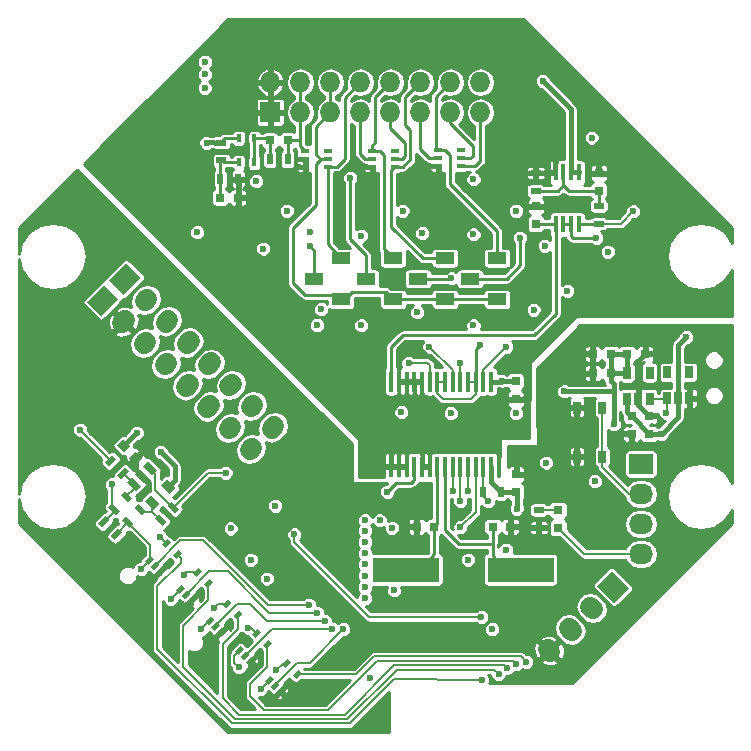
<source format=gbr>
G04 #@! TF.FileFunction,Copper,L1,Top,Signal*
%FSLAX46Y46*%
G04 Gerber Fmt 4.6, Leading zero omitted, Abs format (unit mm)*
G04 Created by KiCad (PCBNEW 4.0.0-stable) date Friday, November 04, 2016 'AMt' 11:18:16 AM*
%MOMM*%
G01*
G04 APERTURE LIST*
%ADD10C,0.100000*%
%ADD11R,0.450000X1.450000*%
%ADD12R,0.750000X0.800000*%
%ADD13R,0.800000X0.750000*%
%ADD14R,2.032000X1.727200*%
%ADD15O,2.032000X1.727200*%
%ADD16C,1.727200*%
%ADD17R,0.900000X0.500000*%
%ADD18R,0.500000X0.900000*%
%ADD19R,1.600000X1.000000*%
%ADD20R,0.450000X1.750000*%
%ADD21R,0.650000X1.060000*%
%ADD22R,0.650000X1.050000*%
%ADD23R,0.797560X0.797560*%
%ADD24R,0.406400X0.660400*%
%ADD25R,1.727200X1.727200*%
%ADD26O,1.727200X1.727200*%
%ADD27R,0.749300X0.398780*%
%ADD28R,5.600700X2.100580*%
%ADD29C,0.600000*%
%ADD30C,0.250000*%
%ADD31C,0.203200*%
%ADD32C,0.381000*%
%ADD33C,0.177800*%
%ADD34C,0.254000*%
G04 APERTURE END LIST*
D10*
D11*
X47718703Y47752611D03*
X47068703Y47752611D03*
X46418703Y47752611D03*
X45768703Y47752611D03*
X45768703Y43352611D03*
X46418703Y43352611D03*
X47068703Y43352611D03*
X47718703Y43352611D03*
D12*
X44076705Y43405612D03*
X44076705Y44905612D03*
X49410705Y46199611D03*
X49410705Y47699611D03*
X42418000Y22213000D03*
X42418000Y20713000D03*
D10*
G36*
X8611762Y24639908D02*
X9142092Y25170238D01*
X9707778Y24604552D01*
X9177448Y24074222D01*
X8611762Y24639908D01*
X8611762Y24639908D01*
G37*
G36*
X9672422Y23579248D02*
X10202752Y24109578D01*
X10768438Y23543892D01*
X10238108Y23013562D01*
X9672422Y23579248D01*
X9672422Y23579248D01*
G37*
D12*
X42367200Y28561600D03*
X42367200Y30061600D03*
D13*
X52183600Y25603200D03*
X53683600Y25603200D03*
X53683600Y27127200D03*
X52183600Y27127200D03*
X48907000Y30734000D03*
X50407000Y30734000D03*
X53328000Y32385000D03*
X51828000Y32385000D03*
X48907000Y32385000D03*
X50407000Y32385000D03*
D14*
X52984400Y23063200D03*
D15*
X52984400Y20523200D03*
X52984400Y17983200D03*
X52984400Y15443200D03*
D10*
G36*
X50489037Y13978278D02*
X51925878Y12541437D01*
X50704563Y11320122D01*
X49267722Y12756963D01*
X50489037Y13978278D01*
X50489037Y13978278D01*
G37*
D16*
X48908512Y10745386D02*
X48692986Y10960912D01*
X47112461Y8949335D02*
X46896935Y9164861D01*
X45316409Y7153283D02*
X45100883Y7368809D01*
D10*
G36*
X6062322Y36798437D02*
X7499163Y38235278D01*
X8720478Y37013963D01*
X7283637Y35577122D01*
X6062322Y36798437D01*
X6062322Y36798437D01*
G37*
D16*
X9295214Y35217912D02*
X9079688Y35002386D01*
X11091265Y33421861D02*
X10875739Y33206335D01*
X12887317Y31625809D02*
X12671791Y31410283D01*
X14683368Y29829758D02*
X14467842Y29614232D01*
X16479419Y28033707D02*
X16263893Y27818181D01*
X18275470Y26237656D02*
X18059944Y26022130D01*
X20071522Y24441604D02*
X19855996Y24226078D01*
D10*
G36*
X7941922Y38627237D02*
X9378763Y40064078D01*
X10600078Y38842763D01*
X9163237Y37405922D01*
X7941922Y38627237D01*
X7941922Y38627237D01*
G37*
D16*
X11174814Y37046712D02*
X10959288Y36831186D01*
X12970865Y35250661D02*
X12755339Y35035135D01*
X14766917Y33454609D02*
X14551391Y33239083D01*
X16562968Y31658558D02*
X16347442Y31443032D01*
X18359019Y29862507D02*
X18143493Y29646981D01*
X20155070Y28066456D02*
X19939544Y27850930D01*
X21951122Y26270404D02*
X21735596Y26054878D01*
D17*
X49410703Y43405611D03*
X49410703Y44905611D03*
X44076703Y46199611D03*
X44076703Y47699611D03*
D18*
X41148700Y20713700D03*
X39648700Y20713700D03*
D10*
G36*
X7026495Y18041909D02*
X7662891Y18678305D01*
X8016445Y18324751D01*
X7380049Y17688355D01*
X7026495Y18041909D01*
X7026495Y18041909D01*
G37*
G36*
X8087155Y16981249D02*
X8723551Y17617645D01*
X9077105Y17264091D01*
X8440709Y16627695D01*
X8087155Y16981249D01*
X8087155Y16981249D01*
G37*
G36*
X9278909Y20811905D02*
X9915305Y20175509D01*
X9561751Y19821955D01*
X8925355Y20458351D01*
X9278909Y20811905D01*
X9278909Y20811905D01*
G37*
G36*
X8218249Y19751245D02*
X8854645Y19114849D01*
X8501091Y18761295D01*
X7864695Y19397691D01*
X8218249Y19751245D01*
X8218249Y19751245D01*
G37*
G36*
X10421909Y19694305D02*
X11058305Y19057909D01*
X10704751Y18704355D01*
X10068355Y19340751D01*
X10421909Y19694305D01*
X10421909Y19694305D01*
G37*
G36*
X9361249Y18633645D02*
X9997645Y17997249D01*
X9644091Y17643695D01*
X9007695Y18280091D01*
X9361249Y18633645D01*
X9361249Y18633645D01*
G37*
G36*
X7585295Y23198109D02*
X8221691Y23834505D01*
X8575245Y23480951D01*
X7938849Y22844555D01*
X7585295Y23198109D01*
X7585295Y23198109D01*
G37*
G36*
X8645955Y22137449D02*
X9282351Y22773845D01*
X9635905Y22420291D01*
X8999509Y21783895D01*
X8645955Y22137449D01*
X8645955Y22137449D01*
G37*
G36*
X13241309Y19872105D02*
X13877705Y19235709D01*
X13524151Y18882155D01*
X12887755Y19518551D01*
X13241309Y19872105D01*
X13241309Y19872105D01*
G37*
G36*
X12180649Y18811445D02*
X12817045Y18175049D01*
X12463491Y17821495D01*
X11827095Y18457891D01*
X12180649Y18811445D01*
X12180649Y18811445D01*
G37*
D19*
X40800000Y40500000D03*
X38500000Y38750000D03*
X40800000Y37000000D03*
X36400000Y40500000D03*
X34100000Y38750000D03*
X36400000Y37000000D03*
X32000000Y40500000D03*
X29700000Y38750000D03*
X32000000Y37000000D03*
X27600000Y40500000D03*
X25300000Y38750000D03*
X27600000Y37000000D03*
D20*
X40293000Y30041400D03*
X39643000Y30041400D03*
X38993000Y30041400D03*
X38343000Y30041400D03*
X37693000Y30041400D03*
X37043000Y30041400D03*
X36393000Y30041400D03*
X35743000Y30041400D03*
X35093000Y30041400D03*
X34443000Y30041400D03*
X33793000Y30041400D03*
X33143000Y30041400D03*
X32493000Y30041400D03*
X31843000Y30041400D03*
X31843000Y22841400D03*
X32493000Y22841400D03*
X33143000Y22841400D03*
X33793000Y22841400D03*
X34443000Y22841400D03*
X35093000Y22841400D03*
X35743000Y22841400D03*
X36393000Y22841400D03*
X37043000Y22841400D03*
X37693000Y22841400D03*
X38343000Y22841400D03*
X38993000Y22841400D03*
X39643000Y22841400D03*
X40293000Y22841400D03*
D21*
X51805800Y28592600D03*
X52755800Y28592600D03*
X53705800Y28592600D03*
X53705800Y30792600D03*
X51805800Y30792600D03*
X55184000Y28618000D03*
X56134000Y28618000D03*
X57084000Y28618000D03*
X57084000Y30818000D03*
X55184000Y30818000D03*
D10*
G36*
X10795558Y22854326D02*
X11255177Y23313945D01*
X12004710Y22564412D01*
X11545091Y22104793D01*
X10795558Y22854326D01*
X10795558Y22854326D01*
G37*
G36*
X10123807Y22182574D02*
X10583426Y22642193D01*
X11332959Y21892660D01*
X10873340Y21433041D01*
X10123807Y22182574D01*
X10123807Y22182574D01*
G37*
G36*
X9452055Y21510823D02*
X9911674Y21970442D01*
X10661207Y21220909D01*
X10201588Y20761290D01*
X9452055Y21510823D01*
X9452055Y21510823D01*
G37*
G36*
X11007690Y19955188D02*
X11467309Y20414807D01*
X12216842Y19665274D01*
X11757223Y19205655D01*
X11007690Y19955188D01*
X11007690Y19955188D01*
G37*
G36*
X12351193Y21298691D02*
X12810812Y21758310D01*
X13560345Y21008777D01*
X13100726Y20549158D01*
X12351193Y21298691D01*
X12351193Y21298691D01*
G37*
D22*
X47560000Y23692000D03*
X47560000Y27842000D03*
X49710000Y23692000D03*
X49710000Y27842000D03*
D13*
X33997200Y17754600D03*
X35497200Y17754600D03*
D23*
X45974000Y17665700D03*
X45974000Y19164300D03*
D17*
X44323000Y19165000D03*
X44323000Y17665000D03*
D13*
X41923400Y17754600D03*
X40423400Y17754600D03*
X17372900Y45618400D03*
X18872900Y45618400D03*
D17*
X17462500Y50267300D03*
X17462500Y48767300D03*
D18*
X17372900Y47167800D03*
X18872900Y47167800D03*
D24*
X18935700Y48590200D03*
X20256500Y48590200D03*
X19596100Y48590200D03*
X20256500Y50622200D03*
X18935700Y50622200D03*
D25*
X21590000Y52832000D03*
D26*
X21590000Y55372000D03*
X24130000Y52832000D03*
X24130000Y55372000D03*
X26670000Y52832000D03*
X26670000Y55372000D03*
X29210000Y52832000D03*
X29210000Y55372000D03*
X31750000Y52832000D03*
X31750000Y55372000D03*
X34290000Y52832000D03*
X34290000Y55372000D03*
X36830000Y52832000D03*
X36830000Y55372000D03*
X39370000Y52832000D03*
X39370000Y55372000D03*
D27*
X24550040Y49550240D03*
X24550040Y48900000D03*
X24550040Y48249760D03*
X26449960Y48249760D03*
X26449960Y48900000D03*
X26449960Y49550240D03*
X35816540Y49608740D03*
X35816540Y48958500D03*
X35816540Y48308260D03*
X37716460Y48308260D03*
X37716460Y48958500D03*
X37716460Y49608740D03*
X30228540Y49545240D03*
X30228540Y48895000D03*
X30228540Y48244760D03*
X32128460Y48244760D03*
X32128460Y48895000D03*
X32128460Y49545240D03*
D28*
X42796460Y14122400D03*
X33098740Y14122400D03*
D10*
G36*
X13601235Y12384150D02*
X14068209Y12851124D01*
X14355577Y12563756D01*
X13888603Y12096782D01*
X13601235Y12384150D01*
X13601235Y12384150D01*
G37*
G36*
X14535182Y11450203D02*
X15002156Y11917177D01*
X15289524Y11629809D01*
X14822550Y11162835D01*
X14535182Y11450203D01*
X14535182Y11450203D01*
G37*
G36*
X14068209Y11917177D02*
X14535183Y12384151D01*
X14822551Y12096783D01*
X14355577Y11629809D01*
X14068209Y11917177D01*
X14068209Y11917177D01*
G37*
G36*
X15972023Y12887044D02*
X16438997Y13354018D01*
X16726365Y13066650D01*
X16259391Y12599676D01*
X15972023Y12887044D01*
X15972023Y12887044D01*
G37*
G36*
X15038076Y13820991D02*
X15505050Y14287965D01*
X15792418Y14000597D01*
X15325444Y13533623D01*
X15038076Y13820991D01*
X15038076Y13820991D01*
G37*
G36*
X18605035Y7202550D02*
X19072009Y7669524D01*
X19359377Y7382156D01*
X18892403Y6915182D01*
X18605035Y7202550D01*
X18605035Y7202550D01*
G37*
G36*
X19538982Y6268603D02*
X20005956Y6735577D01*
X20293324Y6448209D01*
X19826350Y5981235D01*
X19538982Y6268603D01*
X19538982Y6268603D01*
G37*
G36*
X19072009Y6735577D02*
X19538983Y7202551D01*
X19826351Y6915183D01*
X19359377Y6448209D01*
X19072009Y6735577D01*
X19072009Y6735577D01*
G37*
G36*
X20975823Y7705444D02*
X21442797Y8172418D01*
X21730165Y7885050D01*
X21263191Y7418076D01*
X20975823Y7705444D01*
X20975823Y7705444D01*
G37*
G36*
X20041876Y8639391D02*
X20508850Y9106365D01*
X20796218Y8818997D01*
X20329244Y8352023D01*
X20041876Y8639391D01*
X20041876Y8639391D01*
G37*
G36*
X16090435Y9691750D02*
X16557409Y10158724D01*
X16844777Y9871356D01*
X16377803Y9404382D01*
X16090435Y9691750D01*
X16090435Y9691750D01*
G37*
G36*
X17024382Y8757803D02*
X17491356Y9224777D01*
X17778724Y8937409D01*
X17311750Y8470435D01*
X17024382Y8757803D01*
X17024382Y8757803D01*
G37*
G36*
X16557409Y9224777D02*
X17024383Y9691751D01*
X17311751Y9404383D01*
X16844777Y8937409D01*
X16557409Y9224777D01*
X16557409Y9224777D01*
G37*
G36*
X18461223Y10194644D02*
X18928197Y10661618D01*
X19215565Y10374250D01*
X18748591Y9907276D01*
X18461223Y10194644D01*
X18461223Y10194644D01*
G37*
G36*
X17527276Y11128591D02*
X17994250Y11595565D01*
X18281618Y11308197D01*
X17814644Y10841223D01*
X17527276Y11128591D01*
X17527276Y11128591D01*
G37*
G36*
X10959635Y14822550D02*
X11426609Y15289524D01*
X11713977Y15002156D01*
X11247003Y14535182D01*
X10959635Y14822550D01*
X10959635Y14822550D01*
G37*
G36*
X11893582Y13888603D02*
X12360556Y14355577D01*
X12647924Y14068209D01*
X12180950Y13601235D01*
X11893582Y13888603D01*
X11893582Y13888603D01*
G37*
G36*
X11426609Y14355577D02*
X11893583Y14822551D01*
X12180951Y14535183D01*
X11713977Y14068209D01*
X11426609Y14355577D01*
X11426609Y14355577D01*
G37*
G36*
X13330423Y15325444D02*
X13797397Y15792418D01*
X14084765Y15505050D01*
X13617791Y15038076D01*
X13330423Y15325444D01*
X13330423Y15325444D01*
G37*
G36*
X12396476Y16259391D02*
X12863450Y16726365D01*
X13150818Y16438997D01*
X12683844Y15972023D01*
X12396476Y16259391D01*
X12396476Y16259391D01*
G37*
G36*
X21119635Y4662550D02*
X21586609Y5129524D01*
X21873977Y4842156D01*
X21407003Y4375182D01*
X21119635Y4662550D01*
X21119635Y4662550D01*
G37*
G36*
X22053582Y3728603D02*
X22520556Y4195577D01*
X22807924Y3908209D01*
X22340950Y3441235D01*
X22053582Y3728603D01*
X22053582Y3728603D01*
G37*
G36*
X21586609Y4195577D02*
X22053583Y4662551D01*
X22340951Y4375183D01*
X21873977Y3908209D01*
X21586609Y4195577D01*
X21586609Y4195577D01*
G37*
G36*
X23490423Y5165444D02*
X23957397Y5632418D01*
X24244765Y5345050D01*
X23777791Y4878076D01*
X23490423Y5165444D01*
X23490423Y5165444D01*
G37*
G36*
X22556476Y6099391D02*
X23023450Y6566365D01*
X23310818Y6278997D01*
X22843844Y5812023D01*
X22556476Y6099391D01*
X22556476Y6099391D01*
G37*
D13*
X21563900Y50457100D03*
X23063900Y50457100D03*
D18*
X21563900Y48869600D03*
X23063900Y48869600D03*
D29*
X52324000Y44450000D03*
X43891200Y36118800D03*
X34036000Y35915600D03*
X25908000Y36169600D03*
X16200000Y50250000D03*
X42400000Y44500000D03*
X32800000Y44500000D03*
X23000000Y44500000D03*
X32702500Y27444700D03*
X36880800Y27368500D03*
X41198800Y30111700D03*
X42392600Y27343100D03*
X16370300Y7327900D03*
X13398500Y9740900D03*
X46253400Y27863800D03*
X53314600Y33705800D03*
X46482000Y31800800D03*
X51689000Y38354000D03*
X34721800Y19583400D03*
X25806400Y3505200D03*
X30175200Y36880800D03*
X21539200Y37439600D03*
X42900000Y37875000D03*
X46355000Y23241000D03*
X52400000Y47400000D03*
X42400000Y47400000D03*
X33200000Y47425000D03*
X22900000Y47400000D03*
X18732500Y4203700D03*
X37719000Y18808700D03*
X43992800Y21907500D03*
X31496000Y11176000D03*
X25057100Y12319000D03*
X8839200Y27228800D03*
X4140200Y33274000D03*
X14897100Y22377400D03*
X7442200Y16281400D03*
X23482300Y20866100D03*
X32727900Y25882600D03*
X36893500Y25857200D03*
X38188900Y11353800D03*
X34798000Y7467600D03*
X41554400Y32994600D03*
X44825000Y41525000D03*
X37693600Y31648400D03*
X34450000Y42600000D03*
X35064700Y33007300D03*
X25000000Y42700000D03*
X33299400Y31635700D03*
X15400000Y42700000D03*
X19748500Y9144000D03*
X14249400Y13690600D03*
X12242800Y16891000D03*
X10299700Y25704800D03*
X46482000Y29210000D03*
X50673000Y26416000D03*
X31877000Y17653000D03*
X41554400Y15798800D03*
X12306300Y24091900D03*
X49072800Y21615400D03*
X22021800Y19519900D03*
X42456100Y19278600D03*
X22085300Y5588000D03*
X16852900Y10909300D03*
X56819800Y33807400D03*
X54711600Y25577800D03*
X24866600Y11125200D03*
X16065500Y57099200D03*
X16078200Y56057800D03*
X25527000Y10452100D03*
X16040100Y54902100D03*
X26212800Y9753600D03*
X26847800Y9118600D03*
X27787600Y9067800D03*
X30073600Y4978400D03*
X38328600Y20739100D03*
X21310600Y13360400D03*
X38341300Y14973300D03*
X37693600Y19913600D03*
X19939000Y14960600D03*
X18237200Y17602200D03*
X37693600Y17716500D03*
X29616400Y14579600D03*
X29616400Y15494000D03*
X29616400Y16459200D03*
X29616400Y17424400D03*
X29616400Y18288000D03*
X48800000Y50700000D03*
X42725000Y42225000D03*
X38800000Y47175000D03*
X36925000Y38775000D03*
X28375000Y47275000D03*
X24925000Y41500000D03*
X20400000Y47000000D03*
X40373300Y9080500D03*
X40043100Y19913600D03*
X8191500Y21336000D03*
X5511800Y25946100D03*
X39471600Y10109200D03*
X23634700Y17106900D03*
X17818100Y22326600D03*
X37058600Y20751800D03*
X42418000Y6146800D03*
X41630600Y5791200D03*
X40919400Y5283200D03*
X39509700Y4749800D03*
X43243500Y6311900D03*
X55105300Y27419300D03*
X44958000Y23177500D03*
X29616400Y11684000D03*
X29616400Y13614400D03*
X29616400Y12649200D03*
X31496000Y20701000D03*
X32080200Y12362118D03*
X30861000Y18288000D03*
X44650000Y55500000D03*
X50165000Y41021000D03*
X46736000Y37719000D03*
X21000000Y41300000D03*
X25550000Y34825000D03*
X39350000Y33175000D03*
X29300000Y34800000D03*
X29300000Y42400000D03*
X38800000Y42500000D03*
X38800000Y34800000D03*
X49200000Y42200000D03*
X18923000Y5842000D03*
X10668000Y14198600D03*
X20777200Y4013200D03*
X15748000Y9093200D03*
X13182600Y11658600D03*
D30*
X18935700Y50622200D02*
X17729200Y50622200D01*
X17729200Y50622200D02*
X17475200Y50368200D01*
X17475200Y50368200D02*
X17462500Y50267300D01*
D31*
X52324000Y44450000D02*
X51282600Y43408600D01*
X50876200Y43408600D02*
X50876200Y43405611D01*
X51282600Y43408600D02*
X50876200Y43408600D01*
D32*
X17462500Y50267300D02*
X16259405Y50309405D01*
X16259405Y50309405D02*
X16200000Y50250000D01*
D30*
X37716460Y48308260D02*
X38933260Y48308260D01*
X39370000Y48745000D02*
X39370000Y52832000D01*
X38933260Y48308260D02*
X39370000Y48745000D01*
D31*
X49410703Y43405611D02*
X50876200Y43405611D01*
X50876200Y43405611D02*
X50894389Y43405611D01*
D30*
X47718703Y43352611D02*
X49357703Y43352611D01*
X49357703Y43352611D02*
X49410703Y43405611D01*
D32*
X40293000Y30041400D02*
X41128500Y30041400D01*
X41248900Y30061600D02*
X41198800Y30111700D01*
X41248900Y30061600D02*
X42367200Y30061600D01*
X41128500Y30041400D02*
X41198800Y30111700D01*
X17383592Y8878267D02*
X16370300Y7864975D01*
X16370300Y7864975D02*
X16370300Y7327900D01*
X14907092Y11545267D02*
X14907092Y11249492D01*
X14907092Y11249492D02*
X13398500Y9740900D01*
X53328000Y32385000D02*
X52730400Y31787400D01*
X52730400Y31787400D02*
X52730400Y28448000D01*
X52730400Y28448000D02*
X52755800Y28592600D01*
X19885492Y6389067D02*
X19885492Y5356692D01*
X19885492Y5356692D02*
X18732500Y4203700D01*
X10728383Y22037617D02*
X10220430Y22545570D01*
X10220430Y22545570D02*
X10220430Y23561570D01*
X52755800Y28592600D02*
X52755800Y28055000D01*
X52755800Y28055000D02*
X53683600Y27127200D01*
D33*
X39643000Y31056600D02*
X41554400Y32994600D01*
X39643000Y31056600D02*
X39643000Y30041400D01*
X41554400Y32994600D02*
X41576397Y33016597D01*
X37693000Y31190600D02*
X37693000Y30041400D01*
X37693000Y31190600D02*
X37693600Y31648400D01*
X37043000Y30041400D02*
X37043000Y31029800D01*
X37043000Y31029800D02*
X35064700Y33007300D01*
X35093000Y31442300D02*
X34899600Y31635700D01*
X34899600Y31635700D02*
X33299400Y31635700D01*
X35093000Y31442300D02*
X35093000Y30041400D01*
D30*
X44076703Y46199611D02*
X45946017Y46199611D01*
X45946017Y46199611D02*
X46418703Y46672297D01*
X46418703Y47752611D02*
X46418703Y46672297D01*
X46891389Y46199611D02*
X49410705Y46199611D01*
X46418703Y46672297D02*
X46891389Y46199611D01*
X49410703Y44905611D02*
X49410703Y46199609D01*
D31*
X49410703Y46199609D02*
X49410705Y46199611D01*
D33*
X20424308Y8723933D02*
X20004241Y9144000D01*
X20004241Y9144000D02*
X19748500Y9144000D01*
X15445908Y13880133D02*
X14438933Y13880133D01*
X14249400Y13690600D02*
X14249400Y13764103D01*
X14438933Y13880133D02*
X14249400Y13690600D01*
X12793366Y16384769D02*
X12245497Y16891000D01*
X12245497Y16891000D02*
X12242800Y16891000D01*
D32*
X9134370Y24584130D02*
X10255040Y25704800D01*
D33*
X10255040Y25704800D02*
X10299700Y25704800D01*
D32*
X50673000Y29210000D02*
X46482000Y29210000D01*
X50407000Y30734000D02*
X50407000Y30087000D01*
X50673000Y29821000D02*
X50673000Y29210000D01*
X50673000Y29210000D02*
X50673000Y26416000D01*
X50407000Y30087000D02*
X50673000Y29821000D01*
X50407000Y30734000D02*
X50407000Y32385000D01*
X50407000Y32385000D02*
X51828000Y32385000D01*
X51805800Y30792600D02*
X51805800Y32362800D01*
X51805800Y32362800D02*
X51828000Y32385000D01*
X12955769Y21153734D02*
X13512800Y21710765D01*
X13512800Y22885400D02*
X12306300Y24091900D01*
X13512800Y21710765D02*
X13512800Y22885400D01*
X41148700Y20713700D02*
X42443400Y20688300D01*
X41148700Y20713700D02*
X40293000Y21569400D01*
X40293000Y21569400D02*
X40293000Y22841400D01*
X50432400Y30708600D02*
X50407000Y30734000D01*
X51805800Y30792600D02*
X50465600Y30792600D01*
X50465600Y30792600D02*
X50407000Y30734000D01*
D33*
X41122600Y20713000D02*
X41109200Y20726400D01*
D32*
X42493500Y20739100D02*
X42494200Y20738400D01*
X42494200Y20738400D02*
X42456100Y19278600D01*
X42443400Y20688300D02*
X42493500Y20739100D01*
D33*
X22085300Y5636103D02*
X22085300Y5588000D01*
X17922408Y11213133D02*
X17156733Y11213133D01*
X17156733Y11213133D02*
X16852900Y10909300D01*
X22938908Y6171233D02*
X22668533Y6171233D01*
X22668533Y6171233D02*
X22085300Y5588000D01*
D32*
X56134000Y28618000D02*
X56134000Y33121600D01*
X56134000Y33121600D02*
X56819800Y33807400D01*
X56134000Y28618000D02*
X56134000Y27025600D01*
X54737000Y25628600D02*
X54737000Y25603200D01*
X56134000Y27025600D02*
X54737000Y25628600D01*
X53683600Y25603200D02*
X54737000Y25603200D01*
X54737000Y25603200D02*
X54711600Y25603200D01*
X54737000Y25577800D02*
X54711600Y25577800D01*
X54711600Y25603200D02*
X54737000Y25577800D01*
X53683600Y25603200D02*
X53683600Y25627200D01*
X53683600Y25627200D02*
X52183600Y27127200D01*
X53734400Y25552400D02*
X53683600Y25603200D01*
X51805800Y28592600D02*
X51805800Y27505000D01*
X51805800Y27505000D02*
X52183600Y27127200D01*
D33*
X13944600Y16586200D02*
X15901292Y16586200D01*
X15901292Y16586200D02*
X21361846Y11125646D01*
X21361846Y11125646D02*
X24866154Y11125646D01*
X24866154Y11125646D02*
X24866600Y11125200D01*
X11807883Y14449483D02*
X13944600Y16586200D01*
D30*
X37716460Y48958500D02*
X38533500Y48958500D01*
X36830000Y51895000D02*
X36830000Y52832000D01*
X38725000Y50000000D02*
X36830000Y51895000D01*
X38725000Y49150000D02*
X38725000Y50000000D01*
X38533500Y48958500D02*
X38725000Y49150000D01*
X35816540Y48958500D02*
X35041500Y48958500D01*
X35041500Y48958500D02*
X34290000Y49710000D01*
X34290000Y49710000D02*
X34290000Y52832000D01*
D33*
X16408400Y13970000D02*
X17983200Y13970000D01*
X17983200Y13970000D02*
X21513800Y10439400D01*
X21513800Y10439400D02*
X25527000Y10452100D01*
X14436783Y11998383D02*
X16408400Y13970000D01*
D30*
X32128460Y48895000D02*
X32745000Y48895000D01*
X32745000Y48895000D02*
X32975000Y49125000D01*
X32975000Y49125000D02*
X32975000Y50275000D01*
X32975000Y50275000D02*
X31750000Y51500000D01*
X31750000Y51500000D02*
X31750000Y52832000D01*
D33*
X16925983Y9318683D02*
X18783300Y11176000D01*
X21336000Y9753600D02*
X26212800Y9753600D01*
X19913600Y11176000D02*
X21336000Y9753600D01*
X18783300Y11176000D02*
X19913600Y11176000D01*
D30*
X30228540Y48895000D02*
X29605000Y48895000D01*
X29210000Y49290000D02*
X29210000Y52832000D01*
X29605000Y48895000D02*
X29210000Y49290000D01*
D33*
X21729700Y9118600D02*
X26847800Y9118600D01*
X21729700Y9118600D02*
X19427883Y6816783D01*
D30*
X32000000Y37000000D02*
X31357200Y37642800D01*
X28549600Y37642800D02*
X27838400Y36931600D01*
X31357200Y37642800D02*
X28549600Y37642800D01*
X27838400Y36931600D02*
X27600000Y37000000D01*
X24525000Y37375000D02*
X23550000Y38350000D01*
X27225000Y37375000D02*
X24525000Y37375000D01*
X27600000Y37000000D02*
X27225000Y37375000D01*
X23550000Y38350000D02*
X23550000Y43075000D01*
X23550000Y43075000D02*
X25450000Y44975000D01*
X25450000Y44975000D02*
X25450000Y48425000D01*
X25450000Y48425000D02*
X25920629Y48895629D01*
X32000000Y37000000D02*
X36400000Y37000000D01*
X40800000Y37000000D02*
X36400000Y37000000D01*
X26670000Y55372000D02*
X26670000Y52832000D01*
X26449960Y48900000D02*
X25920629Y48895629D01*
X25920629Y48895629D02*
X25844500Y48895000D01*
X25463500Y51625500D02*
X26670000Y52832000D01*
X25463500Y49276000D02*
X25463500Y51625500D01*
X25844500Y48895000D02*
X25463500Y49276000D01*
D33*
X23863300Y6197600D02*
X21929783Y4264083D01*
X24917400Y6197600D02*
X27787600Y9067800D01*
X23863300Y6197600D02*
X24917400Y6197600D01*
D31*
X52984400Y20523200D02*
X51993800Y20523200D01*
X49710000Y22807000D02*
X49710000Y23692000D01*
X51993800Y20523200D02*
X49710000Y22807000D01*
X49710000Y27842000D02*
X49710000Y23692000D01*
D33*
X38328600Y22827000D02*
X38343000Y22841400D01*
X38328600Y22827000D02*
X38328600Y20739100D01*
X37693000Y22841400D02*
X37693600Y22840800D01*
X37693600Y22840800D02*
X37693600Y19913600D01*
X37693600Y22842000D02*
X37693000Y22841400D01*
X38989000Y18961100D02*
X37693600Y17716500D01*
X38989000Y18961100D02*
X38993000Y22841400D01*
D30*
X38500000Y38750000D02*
X41600000Y38750000D01*
X42725000Y39875000D02*
X42725000Y42225000D01*
X41600000Y38750000D02*
X42725000Y39875000D01*
X34100000Y38750000D02*
X36900000Y38750000D01*
X36900000Y38750000D02*
X36925000Y38775000D01*
X29700000Y40750000D02*
X29700000Y38750000D01*
X28375000Y42075000D02*
X29700000Y40750000D01*
X28375000Y47275000D02*
X28375000Y42075000D01*
X25300000Y41125000D02*
X25300000Y38750000D01*
X24925000Y41500000D02*
X25300000Y41125000D01*
D33*
X39648700Y20713700D02*
X39662100Y20307300D01*
X39662100Y20307300D02*
X40043100Y19913600D01*
X39643000Y22841400D02*
X39648700Y22835700D01*
X39648700Y22835700D02*
X39648700Y20713700D01*
X8359670Y19256270D02*
X8191500Y19424440D01*
X8191500Y19424440D02*
X8191500Y21336000D01*
X8315430Y19256270D02*
X8359670Y19256270D01*
X7521470Y18183330D02*
X8359670Y19021530D01*
X8359670Y19021530D02*
X8359670Y19256270D01*
X9420330Y20316930D02*
X10056631Y20953231D01*
X10056631Y20953231D02*
X10056631Y21365866D01*
X9140930Y22278870D02*
X10053934Y21365866D01*
X10053934Y21365866D02*
X10056631Y21365866D01*
X10563330Y19199330D02*
X10736386Y19026274D01*
X10736386Y19026274D02*
X11612266Y19026274D01*
X12322070Y18316470D02*
X11612266Y19026274D01*
X11612266Y19026274D02*
X11612266Y19810231D01*
X6019800Y25400000D02*
X8080270Y23339530D01*
X5511800Y25946100D02*
X6019800Y25400000D01*
X39471600Y10109200D02*
X29946600Y10109200D01*
X23622000Y17119600D02*
X23634700Y17106900D01*
X23622000Y16433800D02*
X23622000Y17119600D01*
X29946600Y10109200D02*
X23622000Y16433800D01*
X13382730Y19377130D02*
X16332200Y22326600D01*
X16332200Y22326600D02*
X17818100Y22326600D01*
X11400134Y22709369D02*
X11861800Y22247703D01*
X11861800Y20898060D02*
X13382730Y19377130D01*
X11861800Y22247703D02*
X11861800Y20898060D01*
X37043000Y20767400D02*
X37058600Y20751800D01*
X37043000Y22841400D02*
X37043000Y20767400D01*
X21337769Y5869169D02*
X21337769Y7827666D01*
X30624220Y6394404D02*
X42170396Y6394404D01*
X26455422Y2225606D02*
X30624220Y6394404D01*
X21068870Y2225606D02*
X26455422Y2225606D01*
X19914938Y3379538D02*
X21068870Y2225606D01*
X19914938Y4446338D02*
X19914938Y3379538D01*
X21337769Y5869169D02*
X19914938Y4446338D01*
X42418000Y6146800D02*
X42170396Y6394404D01*
X18823169Y10304166D02*
X18823169Y9056869D01*
X41405198Y6016602D02*
X41630600Y5791200D01*
X32076110Y6016602D02*
X41405198Y6016602D01*
X27907312Y1847804D02*
X32076110Y6016602D01*
X18931180Y1847804D02*
X27907312Y1847804D01*
X17564992Y3213992D02*
X18931180Y1847804D01*
X17564992Y7798692D02*
X17564992Y3213992D01*
X18823169Y9056869D02*
X17564992Y7798692D01*
X16359369Y12996566D02*
X16359369Y11507969D01*
X40563800Y5638800D02*
X40919400Y5283200D01*
X32283400Y5638800D02*
X40563800Y5638800D01*
X28114602Y1470002D02*
X32283400Y5638800D01*
X18647690Y1470002D02*
X28114602Y1470002D01*
X14224000Y5893692D02*
X18647690Y1470002D01*
X14224000Y9372600D02*
X14224000Y5893692D01*
X16359369Y11507969D02*
X14224000Y9372600D01*
X13689633Y15433208D02*
X14035269Y15087572D01*
X14035269Y15053966D02*
X14035269Y14721069D01*
X14035269Y14721069D02*
X12039600Y12725400D01*
X12039600Y12725400D02*
X12039600Y7378700D01*
X12039600Y7378700D02*
X18326100Y1092200D01*
X18326100Y1092200D02*
X28321000Y1092200D01*
X28321000Y1092200D02*
X32054800Y4826000D01*
X32054800Y4826000D02*
X39458900Y4800600D01*
X39458900Y4800600D02*
X39509700Y4749800D01*
X14035269Y15087572D02*
X14035269Y15053966D01*
X43243500Y6311900D02*
X43243500Y6311900D01*
X42814806Y6772206D02*
X43243500Y6311900D01*
X30416930Y6772206D02*
X42814806Y6772206D01*
X23852369Y5249566D02*
X28894290Y5249566D01*
X28894290Y5249566D02*
X30416930Y6772206D01*
X55171300Y27485300D02*
X55105300Y27419300D01*
X55171300Y27485300D02*
X55184000Y28618000D01*
X55184000Y28618000D02*
X54777600Y28592600D01*
X54777600Y28592600D02*
X53705800Y28592600D01*
D31*
X45974000Y17665700D02*
X48196500Y15443200D01*
X48196500Y15443200D02*
X52984400Y15443200D01*
D30*
X35743000Y22841400D02*
X35743000Y17988400D01*
X35743000Y17988400D02*
X35483800Y17729200D01*
X35483800Y17729200D02*
X35497200Y17754600D01*
X33098740Y14122400D02*
X34188400Y14122400D01*
X34188400Y14122400D02*
X35483800Y15417800D01*
X35483800Y15417800D02*
X35483800Y17805400D01*
X35483800Y17805400D02*
X35497200Y17754600D01*
D31*
X45974000Y19164300D02*
X44323700Y19164300D01*
X44323700Y19164300D02*
X44323000Y19165000D01*
D30*
X33793000Y22841400D02*
X33793000Y21728000D01*
X32258000Y21463000D02*
X31496000Y20701000D01*
X33528000Y21463000D02*
X32258000Y21463000D01*
X33793000Y21728000D02*
X33528000Y21463000D01*
X40423400Y17754600D02*
X40423400Y16318800D01*
X40423400Y16318800D02*
X40411400Y16306800D01*
X42796460Y14122400D02*
X41579800Y14122400D01*
X41579800Y14122400D02*
X40411400Y15290800D01*
X40411400Y15290800D02*
X40411400Y16306800D01*
X40411400Y17754600D02*
X40423400Y17754600D01*
X36393000Y22841400D02*
X36398200Y22836200D01*
X36398200Y22836200D02*
X36398200Y17449800D01*
X37541200Y16306800D02*
X40411400Y16306800D01*
X36398200Y17449800D02*
X37541200Y16306800D01*
D32*
X47068703Y47752611D02*
X47068703Y53081297D01*
X47068703Y53081297D02*
X44650000Y55500000D01*
X47068703Y47752611D02*
X47718703Y47752611D01*
D30*
X38993000Y32818000D02*
X39350000Y33175000D01*
X38993000Y30041400D02*
X38993000Y32818000D01*
X47068703Y43352611D02*
X47068703Y42331297D01*
X47200000Y42200000D02*
X49200000Y42200000D01*
X47068703Y42331297D02*
X47200000Y42200000D01*
X46418703Y43352611D02*
X47068703Y43352611D01*
D33*
X35743000Y30041400D02*
X35743000Y29052400D01*
X38993000Y28960000D02*
X38993000Y30041400D01*
X38608000Y28575000D02*
X38993000Y28960000D01*
X36220400Y28575000D02*
X38608000Y28575000D01*
X35743000Y29052400D02*
X36220400Y28575000D01*
X38343000Y30041400D02*
X38993000Y30041400D01*
X35743000Y30041400D02*
X36393000Y30041400D01*
D30*
X17372900Y47167800D02*
X17372900Y48627600D01*
X17372900Y48627600D02*
X17475200Y48729900D01*
X17475200Y48729900D02*
X17462500Y48767300D01*
X18935700Y48590200D02*
X17653000Y48590200D01*
X17653000Y48590200D02*
X17526000Y48717200D01*
X17526000Y48717200D02*
X17462500Y48767300D01*
X17372900Y45618400D02*
X17372898Y47167800D01*
X17462501Y48767301D02*
X17347500Y48652301D01*
D33*
X19048231Y7310734D02*
X18554700Y6817203D01*
X18554700Y6210300D02*
X18923000Y5842000D01*
X18554700Y6817203D02*
X18554700Y6210300D01*
X9502670Y18138670D02*
X11428231Y16213109D01*
X11428231Y16213109D02*
X11428231Y14905334D01*
X8582130Y17122670D02*
X9502670Y18043210D01*
X9502670Y18043210D02*
X9502670Y18138670D01*
X11428231Y14908031D02*
X10668000Y14198600D01*
X21562831Y4796134D02*
X20777200Y3985103D01*
X20777200Y3985103D02*
X20777200Y4013200D01*
X19048231Y7310734D02*
X19070934Y7310734D01*
X16533631Y9825334D02*
X16533631Y9828031D01*
X16533631Y9828031D02*
X15748000Y9093200D01*
X13993631Y12365334D02*
X13993631Y12418831D01*
X13993631Y12418831D02*
X13182600Y11658600D01*
X11428231Y14905334D02*
X11428231Y14908031D01*
D30*
X31843000Y30041400D02*
X31843000Y32993000D01*
X45768703Y35793703D02*
X45768703Y43352611D01*
X43950000Y33975000D02*
X45768703Y35793703D01*
X32825000Y33975000D02*
X43950000Y33975000D01*
X31843000Y32993000D02*
X32825000Y33975000D01*
X44076705Y43405612D02*
X45715702Y43405612D01*
X45715702Y43405612D02*
X45768703Y43352611D01*
X27600000Y40500000D02*
X26449960Y41650040D01*
X26449960Y41650040D02*
X26449960Y48249760D01*
X26449960Y48249760D02*
X27249760Y48249760D01*
X27900000Y54062000D02*
X29210000Y55372000D01*
X27900000Y48900000D02*
X27900000Y54062000D01*
X27249760Y48249760D02*
X27900000Y48900000D01*
X32000000Y40500000D02*
X31225000Y41275000D01*
X30879760Y49545240D02*
X30228540Y49545240D01*
X31225000Y49200000D02*
X30879760Y49545240D01*
X31225000Y41275000D02*
X31225000Y49200000D01*
X30228540Y49545240D02*
X30228540Y50028540D01*
X30500000Y54122000D02*
X31750000Y55372000D01*
X30500000Y50300000D02*
X30500000Y54122000D01*
X30228540Y50028540D02*
X30500000Y50300000D01*
X36400000Y40500000D02*
X34500000Y40500000D01*
X31850000Y47966300D02*
X32128460Y48244760D01*
X31850000Y43150000D02*
X31850000Y47966300D01*
X34500000Y40500000D02*
X31850000Y43150000D01*
X32128460Y48244760D02*
X32844760Y48244760D01*
X33025000Y54107000D02*
X34290000Y55372000D01*
X33025000Y51750000D02*
X33025000Y54107000D01*
X33450000Y51325000D02*
X33025000Y51750000D01*
X33450000Y48850000D02*
X33450000Y51325000D01*
X32844760Y48244760D02*
X33450000Y48850000D01*
X40800000Y40500000D02*
X40800000Y42775000D01*
X36416260Y49608740D02*
X35816540Y49608740D01*
X36775000Y49250000D02*
X36416260Y49608740D01*
X36775000Y46800000D02*
X36775000Y49250000D01*
X40800000Y42775000D02*
X36775000Y46800000D01*
X35816540Y49608740D02*
X35600000Y49825280D01*
X35600000Y54142000D02*
X36830000Y55372000D01*
X35600000Y49825280D02*
X35600000Y54142000D01*
X23063900Y50457100D02*
X23987100Y50457100D01*
X23987100Y50457100D02*
X24130000Y50600000D01*
X23063900Y48869600D02*
X23063900Y50457100D01*
X24130000Y52832000D02*
X24130000Y50600000D01*
X24130000Y49992280D02*
X24550040Y49550240D01*
X24130000Y50600000D02*
X24130000Y49992280D01*
X24130000Y55372000D02*
X24130000Y52832000D01*
X24100000Y50600000D02*
X24130000Y50600000D01*
X24130000Y50575405D02*
X24105405Y50600000D01*
X24105405Y50600000D02*
X24100000Y50600000D01*
X21563900Y48869600D02*
X21563900Y50457100D01*
X20256500Y50622200D02*
X21398800Y50622200D01*
X21398800Y50622200D02*
X21563900Y50457100D01*
X20256500Y50622200D02*
X20256500Y48590200D01*
D34*
G36*
X28473400Y24775915D02*
X28473400Y21539200D01*
X28483406Y21489790D01*
X28511847Y21448165D01*
X28554241Y21420885D01*
X28604703Y21412273D01*
X29351913Y21437602D01*
X31519256Y21439848D01*
X31461439Y21382031D01*
X31361135Y21382118D01*
X31110748Y21278661D01*
X30919013Y21087259D01*
X30815118Y20837054D01*
X30814882Y20566135D01*
X30918339Y20315748D01*
X31109741Y20124013D01*
X31359946Y20020118D01*
X31630865Y20019882D01*
X31881252Y20123339D01*
X32072987Y20314741D01*
X32176882Y20564946D01*
X32176970Y20666378D01*
X32467592Y20957000D01*
X33528000Y20957000D01*
X33721638Y20995517D01*
X33885796Y21105204D01*
X34150796Y21370204D01*
X34182678Y21417919D01*
X34199186Y21442625D01*
X35237000Y21443701D01*
X35237000Y18518064D01*
X35097200Y18518064D01*
X34956010Y18491497D01*
X34826335Y18408054D01*
X34744103Y18287703D01*
X34720196Y18345419D01*
X34613020Y18452596D01*
X34472986Y18510600D01*
X34219450Y18510600D01*
X34124200Y18415350D01*
X34124200Y17881600D01*
X34144200Y17881600D01*
X34144200Y17627600D01*
X34124200Y17627600D01*
X34124200Y17093850D01*
X34219450Y16998600D01*
X34472986Y16998600D01*
X34613020Y17056604D01*
X34720196Y17163781D01*
X34744919Y17223467D01*
X34818746Y17108735D01*
X34946066Y17021741D01*
X34977800Y17015315D01*
X34977800Y15627392D01*
X34911562Y15561154D01*
X30298390Y15561154D01*
X30297459Y15560979D01*
X30297518Y15628865D01*
X30194061Y15879252D01*
X30096880Y15976602D01*
X30193387Y16072941D01*
X30297282Y16323146D01*
X30297518Y16594065D01*
X30194061Y16844452D01*
X30096880Y16941802D01*
X30193387Y17038141D01*
X30297282Y17288346D01*
X30297518Y17559265D01*
X30194061Y17809652D01*
X30147680Y17856114D01*
X30193387Y17901741D01*
X30238683Y18010825D01*
X30283339Y17902748D01*
X30474741Y17711013D01*
X30724946Y17607118D01*
X30995865Y17606882D01*
X31196031Y17689588D01*
X31195882Y17518135D01*
X31299339Y17267748D01*
X31490741Y17076013D01*
X31740946Y16972118D01*
X32011865Y16971882D01*
X32262252Y17075339D01*
X32453987Y17266741D01*
X32557882Y17516946D01*
X32557895Y17532350D01*
X33216200Y17532350D01*
X33216200Y17303815D01*
X33274204Y17163781D01*
X33381380Y17056604D01*
X33521414Y16998600D01*
X33774950Y16998600D01*
X33870200Y17093850D01*
X33870200Y17627600D01*
X33311450Y17627600D01*
X33216200Y17532350D01*
X32557895Y17532350D01*
X32558118Y17787865D01*
X32454661Y18038252D01*
X32287819Y18205385D01*
X33216200Y18205385D01*
X33216200Y17976850D01*
X33311450Y17881600D01*
X33870200Y17881600D01*
X33870200Y18415350D01*
X33774950Y18510600D01*
X33521414Y18510600D01*
X33381380Y18452596D01*
X33274204Y18345419D01*
X33216200Y18205385D01*
X32287819Y18205385D01*
X32263259Y18229987D01*
X32013054Y18333882D01*
X31742135Y18334118D01*
X31541969Y18251412D01*
X31542118Y18422865D01*
X31438661Y18673252D01*
X31247259Y18864987D01*
X30997054Y18968882D01*
X30726135Y18969118D01*
X30475748Y18865661D01*
X30284013Y18674259D01*
X30238717Y18565175D01*
X30194061Y18673252D01*
X30002659Y18864987D01*
X29752454Y18968882D01*
X29481535Y18969118D01*
X29231148Y18865661D01*
X29039413Y18674259D01*
X28935518Y18424054D01*
X28935282Y18153135D01*
X29038739Y17902748D01*
X29085120Y17856286D01*
X29039413Y17810659D01*
X28935518Y17560454D01*
X28935282Y17289535D01*
X29038739Y17039148D01*
X29135920Y16941798D01*
X29039413Y16845459D01*
X28935518Y16595254D01*
X28935282Y16324335D01*
X29038739Y16073948D01*
X29135920Y15976598D01*
X29039413Y15880259D01*
X28935518Y15630054D01*
X28935282Y15359135D01*
X29038739Y15108748D01*
X29110520Y15036842D01*
X29039413Y14965859D01*
X28935518Y14715654D01*
X28935282Y14444735D01*
X29038739Y14194348D01*
X29135920Y14096998D01*
X29039413Y14000659D01*
X28935518Y13750454D01*
X28935282Y13479535D01*
X29038739Y13229148D01*
X29135920Y13131798D01*
X29039413Y13035459D01*
X28935518Y12785254D01*
X28935282Y12514335D01*
X29038739Y12263948D01*
X29135920Y12166598D01*
X29039413Y12070259D01*
X28935518Y11820054D01*
X28935487Y11784851D01*
X24105600Y16614738D01*
X24211687Y16720641D01*
X24315582Y16970846D01*
X24315818Y17241765D01*
X24212361Y17492152D01*
X24020959Y17683887D01*
X23770754Y17787782D01*
X23499835Y17788018D01*
X23249448Y17684561D01*
X23057713Y17493159D01*
X22953818Y17242954D01*
X22953582Y16972035D01*
X23057039Y16721648D01*
X23152100Y16626422D01*
X23152100Y16433800D01*
X23177362Y16306800D01*
X23187869Y16253977D01*
X23289731Y16101531D01*
X29614330Y9776931D01*
X29733780Y9697117D01*
X29766777Y9675069D01*
X29946600Y9639300D01*
X38978440Y9639300D01*
X39085341Y9532213D01*
X39335546Y9428318D01*
X39606465Y9428082D01*
X39856852Y9531539D01*
X40048587Y9722941D01*
X40152482Y9973146D01*
X40152718Y10244065D01*
X40049261Y10494452D01*
X39857859Y10686187D01*
X39607654Y10790082D01*
X39336735Y10790318D01*
X39086348Y10686861D01*
X38978400Y10579100D01*
X30141239Y10579100D01*
X29740074Y10980265D01*
X47429033Y10980265D01*
X47523773Y10503978D01*
X47793568Y10100200D01*
X48047800Y9845968D01*
X48451577Y9576173D01*
X48927865Y9481433D01*
X49404152Y9576173D01*
X49807930Y9845968D01*
X50077725Y10249746D01*
X50172465Y10726033D01*
X50077725Y11202321D01*
X49807930Y11606098D01*
X49553698Y11860330D01*
X49149920Y12130125D01*
X48673633Y12224865D01*
X48197346Y12130125D01*
X47793568Y11860330D01*
X47523773Y11456552D01*
X47429033Y10980265D01*
X29740074Y10980265D01*
X29717427Y11002911D01*
X29751265Y11002882D01*
X30001652Y11106339D01*
X30193387Y11297741D01*
X30297282Y11547946D01*
X30297518Y11818865D01*
X30194061Y12069252D01*
X30096880Y12166602D01*
X30193387Y12262941D01*
X30297282Y12513146D01*
X30297431Y12683840D01*
X30298390Y12683646D01*
X31476334Y12683646D01*
X31399318Y12498172D01*
X31399082Y12227253D01*
X31502539Y11976866D01*
X31693941Y11785131D01*
X31944146Y11681236D01*
X32215065Y11681000D01*
X32465452Y11784457D01*
X32657187Y11975859D01*
X32761082Y12226064D01*
X32761318Y12496983D01*
X32684191Y12683646D01*
X35899090Y12683646D01*
X36040280Y12710213D01*
X36169955Y12793656D01*
X36256949Y12920976D01*
X36287554Y13072110D01*
X36287554Y14838435D01*
X37660182Y14838435D01*
X37763639Y14588048D01*
X37955041Y14396313D01*
X38205246Y14292418D01*
X38476165Y14292182D01*
X38726552Y14395639D01*
X38918287Y14587041D01*
X39022182Y14837246D01*
X39022418Y15108165D01*
X38918961Y15358552D01*
X38727559Y15550287D01*
X38477354Y15654182D01*
X38206435Y15654418D01*
X37956048Y15550961D01*
X37764313Y15359559D01*
X37660418Y15109354D01*
X37660182Y14838435D01*
X36287554Y14838435D01*
X36287554Y15172690D01*
X36260987Y15313880D01*
X36177544Y15443555D01*
X36050224Y15530549D01*
X35989800Y15542785D01*
X35989800Y17008560D01*
X36038390Y17017703D01*
X36084825Y17047583D01*
X37183404Y15949004D01*
X37347562Y15839317D01*
X37541200Y15800800D01*
X39905400Y15800800D01*
X39905400Y15544086D01*
X39854920Y15534587D01*
X39725245Y15451144D01*
X39638251Y15323824D01*
X39607646Y15172690D01*
X39607646Y13072110D01*
X39634213Y12930920D01*
X39717656Y12801245D01*
X39844976Y12714251D01*
X39996110Y12683646D01*
X45596810Y12683646D01*
X45738000Y12710213D01*
X45818992Y12762330D01*
X48879295Y12762330D01*
X48907810Y12610787D01*
X48993036Y12482277D01*
X50429877Y11045436D01*
X50548499Y10964386D01*
X50699196Y10931695D01*
X50850739Y10960210D01*
X50979249Y11045436D01*
X52200564Y12266751D01*
X52281614Y12385373D01*
X52314305Y12536070D01*
X52285790Y12687613D01*
X52200564Y12816123D01*
X50763723Y14252964D01*
X50645101Y14334014D01*
X50494404Y14366705D01*
X50342861Y14338190D01*
X50214351Y14252964D01*
X48993036Y13031649D01*
X48911986Y12913027D01*
X48879295Y12762330D01*
X45818992Y12762330D01*
X45867675Y12793656D01*
X45954669Y12920976D01*
X45985274Y13072110D01*
X45985274Y15172690D01*
X45958707Y15313880D01*
X45875264Y15443555D01*
X45747944Y15530549D01*
X45596810Y15561154D01*
X42193097Y15561154D01*
X42235282Y15662746D01*
X42235518Y15933665D01*
X42132061Y16184052D01*
X41940659Y16375787D01*
X41690454Y16479682D01*
X41419535Y16479918D01*
X41169148Y16376461D01*
X40977413Y16185059D01*
X40917400Y16040533D01*
X40917400Y16258472D01*
X40929400Y16318800D01*
X40929400Y17011081D01*
X40964590Y17017703D01*
X41094265Y17101146D01*
X41176497Y17221497D01*
X41200404Y17163781D01*
X41307580Y17056604D01*
X41447614Y16998600D01*
X41701150Y16998600D01*
X41796400Y17093850D01*
X41796400Y17627600D01*
X42050400Y17627600D01*
X42050400Y17093850D01*
X42145650Y16998600D01*
X42399186Y16998600D01*
X42539220Y17056604D01*
X42646396Y17163781D01*
X42704400Y17303815D01*
X42704400Y17444750D01*
X43492000Y17444750D01*
X43492000Y17339214D01*
X43550004Y17199180D01*
X43657181Y17092004D01*
X43797215Y17034000D01*
X44100750Y17034000D01*
X44196000Y17129250D01*
X44196000Y17540000D01*
X44450000Y17540000D01*
X44450000Y17129250D01*
X44545250Y17034000D01*
X44848785Y17034000D01*
X44988819Y17092004D01*
X45095996Y17199180D01*
X45154000Y17339214D01*
X45154000Y17444750D01*
X45058750Y17540000D01*
X44450000Y17540000D01*
X44196000Y17540000D01*
X43587250Y17540000D01*
X43492000Y17444750D01*
X42704400Y17444750D01*
X42704400Y17532350D01*
X42609150Y17627600D01*
X42050400Y17627600D01*
X41796400Y17627600D01*
X41776400Y17627600D01*
X41776400Y17881600D01*
X41796400Y17881600D01*
X41796400Y18415350D01*
X42050400Y18415350D01*
X42050400Y17881600D01*
X42609150Y17881600D01*
X42704400Y17976850D01*
X42704400Y17990786D01*
X43492000Y17990786D01*
X43492000Y17885250D01*
X43587250Y17790000D01*
X44196000Y17790000D01*
X44196000Y18200750D01*
X44450000Y18200750D01*
X44450000Y17790000D01*
X45058750Y17790000D01*
X45154000Y17885250D01*
X45154000Y17990786D01*
X45095996Y18130820D01*
X44988819Y18237996D01*
X44848785Y18296000D01*
X44545250Y18296000D01*
X44450000Y18200750D01*
X44196000Y18200750D01*
X44100750Y18296000D01*
X43797215Y18296000D01*
X43657181Y18237996D01*
X43550004Y18130820D01*
X43492000Y17990786D01*
X42704400Y17990786D01*
X42704400Y18205385D01*
X42646396Y18345419D01*
X42539220Y18452596D01*
X42399186Y18510600D01*
X42145650Y18510600D01*
X42050400Y18415350D01*
X41796400Y18415350D01*
X41701150Y18510600D01*
X41447614Y18510600D01*
X41307580Y18452596D01*
X41200404Y18345419D01*
X41175681Y18285733D01*
X41101854Y18400465D01*
X40974534Y18487459D01*
X40823400Y18518064D01*
X40023400Y18518064D01*
X39882210Y18491497D01*
X39752535Y18408054D01*
X39665541Y18280734D01*
X39634936Y18129600D01*
X39634936Y17379600D01*
X39661503Y17238410D01*
X39744946Y17108735D01*
X39872266Y17021741D01*
X39917400Y17012601D01*
X39917400Y16812800D01*
X37750792Y16812800D01*
X37506975Y17056617D01*
X37557546Y17035618D01*
X37828465Y17035382D01*
X38078852Y17138839D01*
X38270587Y17330241D01*
X38374482Y17580446D01*
X38374603Y17719158D01*
X39314559Y18622253D01*
X39317155Y18625975D01*
X39320926Y18628489D01*
X39369484Y18700999D01*
X39419448Y18772632D01*
X39420422Y18777062D01*
X39422945Y18780830D01*
X39440071Y18866467D01*
X39458805Y18951704D01*
X39458010Y18956166D01*
X39458900Y18960616D01*
X39459500Y19542721D01*
X39465439Y19528348D01*
X39656841Y19336613D01*
X39907046Y19232718D01*
X40177965Y19232482D01*
X40428352Y19335939D01*
X40620087Y19527341D01*
X40723982Y19777546D01*
X40724108Y19921869D01*
X40747566Y19905841D01*
X40898700Y19875236D01*
X41398700Y19875236D01*
X41539890Y19901803D01*
X41669565Y19985246D01*
X41737332Y20084427D01*
X41764546Y20042135D01*
X41891866Y19955141D01*
X41902010Y19953087D01*
X41894898Y19680617D01*
X41879113Y19664859D01*
X41775218Y19414654D01*
X41774982Y19143735D01*
X41878439Y18893348D01*
X42069841Y18701613D01*
X42320046Y18597718D01*
X42590965Y18597482D01*
X42841352Y18700939D01*
X43033087Y18892341D01*
X43136982Y19142546D01*
X43137218Y19413465D01*
X43136584Y19415000D01*
X43484536Y19415000D01*
X43484536Y18915000D01*
X43511103Y18773810D01*
X43594546Y18644135D01*
X43721866Y18557141D01*
X43873000Y18526536D01*
X44773000Y18526536D01*
X44914190Y18553103D01*
X45043865Y18636546D01*
X45074717Y18681700D01*
X45202528Y18681700D01*
X45213323Y18624330D01*
X45296766Y18494655D01*
X45414802Y18414004D01*
X45304355Y18342934D01*
X45217361Y18215614D01*
X45186756Y18064480D01*
X45186756Y17266920D01*
X45213323Y17125730D01*
X45296766Y16996055D01*
X45424086Y16909061D01*
X45575220Y16878456D01*
X46078744Y16878456D01*
X47855248Y15101953D01*
X47855250Y15101950D01*
X47927064Y15053966D01*
X48011817Y14997336D01*
X48196500Y14960599D01*
X48196505Y14960600D01*
X51658989Y14960600D01*
X51924566Y14563135D01*
X52328343Y14293340D01*
X52804631Y14198600D01*
X53164169Y14198600D01*
X53640457Y14293340D01*
X54044234Y14563135D01*
X54314029Y14966912D01*
X54408769Y15443200D01*
X54314029Y15919488D01*
X54044234Y16323265D01*
X53640457Y16593060D01*
X53164169Y16687800D01*
X52804631Y16687800D01*
X52328343Y16593060D01*
X51924566Y16323265D01*
X51658989Y15925800D01*
X48396399Y15925800D01*
X46761244Y17560956D01*
X46761244Y17983200D01*
X51560031Y17983200D01*
X51654771Y17506912D01*
X51924566Y17103135D01*
X52328343Y16833340D01*
X52804631Y16738600D01*
X53164169Y16738600D01*
X53640457Y16833340D01*
X54044234Y17103135D01*
X54314029Y17506912D01*
X54408769Y17983200D01*
X54314029Y18459488D01*
X54044234Y18863265D01*
X53640457Y19133060D01*
X53164169Y19227800D01*
X52804631Y19227800D01*
X52328343Y19133060D01*
X51924566Y18863265D01*
X51654771Y18459488D01*
X51560031Y17983200D01*
X46761244Y17983200D01*
X46761244Y18064480D01*
X46734677Y18205670D01*
X46651234Y18335345D01*
X46533198Y18415996D01*
X46643645Y18487066D01*
X46730639Y18614386D01*
X46761244Y18765520D01*
X46761244Y19563080D01*
X46734677Y19704270D01*
X46651234Y19833945D01*
X46523914Y19920939D01*
X46372780Y19951544D01*
X45575220Y19951544D01*
X45434030Y19924977D01*
X45304355Y19841534D01*
X45217361Y19714214D01*
X45203730Y19646900D01*
X45076527Y19646900D01*
X45051454Y19685865D01*
X44924134Y19772859D01*
X44773000Y19803464D01*
X43873000Y19803464D01*
X43731810Y19776897D01*
X43602135Y19693454D01*
X43515141Y19566134D01*
X43484536Y19415000D01*
X43136584Y19415000D01*
X43037606Y19654546D01*
X43047245Y20023851D01*
X43063865Y20034546D01*
X43150859Y20161866D01*
X43181464Y20313000D01*
X43181464Y21113000D01*
X43154897Y21254190D01*
X43071454Y21383865D01*
X42951103Y21466097D01*
X42985959Y21480535D01*
X48391682Y21480535D01*
X48495139Y21230148D01*
X48686541Y21038413D01*
X48936746Y20934518D01*
X49207665Y20934282D01*
X49458052Y21037739D01*
X49649787Y21229141D01*
X49753682Y21479346D01*
X49753918Y21750265D01*
X49650461Y22000652D01*
X49459059Y22192387D01*
X49208854Y22296282D01*
X48937935Y22296518D01*
X48687548Y22193061D01*
X48495813Y22001659D01*
X48391918Y21751454D01*
X48391682Y21480535D01*
X42985959Y21480535D01*
X43008819Y21490004D01*
X43115996Y21597180D01*
X43174000Y21737214D01*
X43174000Y21990750D01*
X43078750Y22086000D01*
X42545000Y22086000D01*
X42545000Y22066000D01*
X42291000Y22066000D01*
X42291000Y22086000D01*
X42271000Y22086000D01*
X42271000Y22340000D01*
X42291000Y22340000D01*
X42291000Y22898750D01*
X42545000Y22898750D01*
X42545000Y22340000D01*
X43078750Y22340000D01*
X43174000Y22435250D01*
X43174000Y22688786D01*
X43115996Y22828820D01*
X43008819Y22935996D01*
X42868785Y22994000D01*
X42640250Y22994000D01*
X42545000Y22898750D01*
X42291000Y22898750D01*
X42195750Y22994000D01*
X41967215Y22994000D01*
X41827181Y22935996D01*
X41737380Y22846196D01*
X41738181Y23042635D01*
X44276882Y23042635D01*
X44380339Y22792248D01*
X44571741Y22600513D01*
X44821946Y22496618D01*
X45092865Y22496382D01*
X45343252Y22599839D01*
X45534987Y22791241D01*
X45638882Y23041446D01*
X45639118Y23312365D01*
X45574089Y23469750D01*
X46854000Y23469750D01*
X46854000Y23091214D01*
X46912004Y22951180D01*
X47019181Y22844004D01*
X47159215Y22786000D01*
X47337750Y22786000D01*
X47433000Y22881250D01*
X47433000Y23565000D01*
X47687000Y23565000D01*
X47687000Y22881250D01*
X47782250Y22786000D01*
X47960785Y22786000D01*
X48100819Y22844004D01*
X48207996Y22951180D01*
X48266000Y23091214D01*
X48266000Y23469750D01*
X48170750Y23565000D01*
X47687000Y23565000D01*
X47433000Y23565000D01*
X46949250Y23565000D01*
X46854000Y23469750D01*
X45574089Y23469750D01*
X45535661Y23562752D01*
X45344259Y23754487D01*
X45094054Y23858382D01*
X44823135Y23858618D01*
X44572748Y23755161D01*
X44381013Y23563759D01*
X44277118Y23313554D01*
X44276882Y23042635D01*
X41738181Y23042635D01*
X41743284Y24292786D01*
X46854000Y24292786D01*
X46854000Y23914250D01*
X46949250Y23819000D01*
X47433000Y23819000D01*
X47433000Y24502750D01*
X47687000Y24502750D01*
X47687000Y23819000D01*
X48170750Y23819000D01*
X48266000Y23914250D01*
X48266000Y24292786D01*
X48207996Y24432820D01*
X48100819Y24539996D01*
X47960785Y24598000D01*
X47782250Y24598000D01*
X47687000Y24502750D01*
X47433000Y24502750D01*
X47337750Y24598000D01*
X47159215Y24598000D01*
X47019181Y24539996D01*
X46912004Y24432820D01*
X46854000Y24292786D01*
X41743284Y24292786D01*
X41744385Y24562447D01*
X44095051Y24574502D01*
X44144409Y24584761D01*
X44185888Y24613415D01*
X44212950Y24655948D01*
X44221399Y24701993D01*
X44210068Y27619750D01*
X46854000Y27619750D01*
X46854000Y27241214D01*
X46912004Y27101180D01*
X47019181Y26994004D01*
X47159215Y26936000D01*
X47337750Y26936000D01*
X47433000Y27031250D01*
X47433000Y27715000D01*
X47687000Y27715000D01*
X47687000Y27031250D01*
X47782250Y26936000D01*
X47960785Y26936000D01*
X48100819Y26994004D01*
X48207996Y27101180D01*
X48266000Y27241214D01*
X48266000Y27619750D01*
X48170750Y27715000D01*
X47687000Y27715000D01*
X47433000Y27715000D01*
X46949250Y27715000D01*
X46854000Y27619750D01*
X44210068Y27619750D01*
X44204416Y29075135D01*
X45800882Y29075135D01*
X45904339Y28824748D01*
X46095741Y28633013D01*
X46345946Y28529118D01*
X46616865Y28528882D01*
X46867252Y28632339D01*
X46873424Y28638500D01*
X46967685Y28638500D01*
X46912004Y28582820D01*
X46854000Y28442786D01*
X46854000Y28064250D01*
X46949250Y27969000D01*
X47433000Y27969000D01*
X47433000Y27989000D01*
X47687000Y27989000D01*
X47687000Y27969000D01*
X48170750Y27969000D01*
X48266000Y28064250D01*
X48266000Y28442786D01*
X48207996Y28582820D01*
X48152315Y28638500D01*
X49109384Y28638500D01*
X49027141Y28518134D01*
X48996536Y28367000D01*
X48996536Y27317000D01*
X49023103Y27175810D01*
X49106546Y27046135D01*
X49227400Y26963559D01*
X49227400Y24568338D01*
X49114135Y24495454D01*
X49027141Y24368134D01*
X48996536Y24217000D01*
X48996536Y23167000D01*
X49023103Y23025810D01*
X49106546Y22896135D01*
X49227400Y22813559D01*
X49227400Y22807000D01*
X49264136Y22622317D01*
X49368750Y22465750D01*
X51621792Y20212708D01*
X51654771Y20046912D01*
X51924566Y19643135D01*
X52328343Y19373340D01*
X52804631Y19278600D01*
X53164169Y19278600D01*
X53640457Y19373340D01*
X54044234Y19643135D01*
X54314029Y20046912D01*
X54408769Y20523200D01*
X54314029Y20999488D01*
X54044234Y21403265D01*
X53640457Y21673060D01*
X53164169Y21767800D01*
X52804631Y21767800D01*
X52328343Y21673060D01*
X51924566Y21403265D01*
X51873164Y21326336D01*
X50307931Y22891569D01*
X50392859Y23015866D01*
X50423464Y23167000D01*
X50423464Y23926800D01*
X51579936Y23926800D01*
X51579936Y22199600D01*
X51606503Y22058410D01*
X51689946Y21928735D01*
X51817266Y21841741D01*
X51968400Y21811136D01*
X54000400Y21811136D01*
X54141590Y21837703D01*
X54271265Y21921146D01*
X54358259Y22048466D01*
X54388864Y22199600D01*
X54388864Y23926800D01*
X54362297Y24067990D01*
X54278854Y24197665D01*
X54151534Y24284659D01*
X54000400Y24315264D01*
X51968400Y24315264D01*
X51827210Y24288697D01*
X51697535Y24205254D01*
X51610541Y24077934D01*
X51579936Y23926800D01*
X50423464Y23926800D01*
X50423464Y24217000D01*
X50396897Y24358190D01*
X50313454Y24487865D01*
X50192600Y24570441D01*
X50192600Y25380950D01*
X51402600Y25380950D01*
X51402600Y25152415D01*
X51460604Y25012381D01*
X51567780Y24905204D01*
X51707814Y24847200D01*
X51961350Y24847200D01*
X52056600Y24942450D01*
X52056600Y25476200D01*
X51497850Y25476200D01*
X51402600Y25380950D01*
X50192600Y25380950D01*
X50192600Y25933318D01*
X50286741Y25839013D01*
X50536946Y25735118D01*
X50807865Y25734882D01*
X51058252Y25838339D01*
X51249987Y26029741D01*
X51353882Y26279946D01*
X51354118Y26550865D01*
X51250661Y26801252D01*
X51244500Y26807424D01*
X51244500Y27453718D01*
X51264079Y27355290D01*
X51277803Y27286296D01*
X51384107Y27127200D01*
X51395136Y27110694D01*
X51395136Y26752200D01*
X51421703Y26611010D01*
X51505146Y26481335D01*
X51632466Y26394341D01*
X51783600Y26363736D01*
X52138840Y26363736D01*
X52143376Y26359200D01*
X52056598Y26359200D01*
X52056598Y26263952D01*
X51961350Y26359200D01*
X51707814Y26359200D01*
X51567780Y26301196D01*
X51460604Y26194019D01*
X51402600Y26053985D01*
X51402600Y25825450D01*
X51497850Y25730200D01*
X52056600Y25730200D01*
X52056600Y25750200D01*
X52310600Y25750200D01*
X52310600Y25730200D01*
X52330600Y25730200D01*
X52330600Y25476200D01*
X52310600Y25476200D01*
X52310600Y24942450D01*
X52405850Y24847200D01*
X52659386Y24847200D01*
X52799420Y24905204D01*
X52906596Y25012381D01*
X52931319Y25072067D01*
X53005146Y24957335D01*
X53132466Y24870341D01*
X53283600Y24839736D01*
X54083600Y24839736D01*
X54224790Y24866303D01*
X54354465Y24949746D01*
X54375209Y24980106D01*
X54575546Y24896918D01*
X54846465Y24896682D01*
X55096852Y25000139D01*
X55288587Y25191541D01*
X55392482Y25441746D01*
X55392512Y25475888D01*
X56538109Y26621486D01*
X56538112Y26621488D01*
X56661997Y26806896D01*
X56705500Y27025600D01*
X56705500Y27707000D01*
X56861750Y27707000D01*
X56957000Y27802250D01*
X56957000Y28491000D01*
X57211000Y28491000D01*
X57211000Y27802250D01*
X57306250Y27707000D01*
X57484785Y27707000D01*
X57624819Y27765004D01*
X57731996Y27872180D01*
X57790000Y28012214D01*
X57790000Y28395750D01*
X57694750Y28491000D01*
X57211000Y28491000D01*
X56957000Y28491000D01*
X56937000Y28491000D01*
X56937000Y28699029D01*
X58322856Y28699029D01*
X58449102Y28393491D01*
X58682662Y28159523D01*
X58987979Y28032745D01*
X59318571Y28032456D01*
X59624109Y28158702D01*
X59858077Y28392262D01*
X59984855Y28697579D01*
X59985144Y29028171D01*
X59858898Y29333709D01*
X59625338Y29567677D01*
X59320021Y29694455D01*
X58989429Y29694744D01*
X58683891Y29568498D01*
X58449923Y29334938D01*
X58323145Y29029621D01*
X58322856Y28699029D01*
X56937000Y28699029D01*
X56937000Y28745000D01*
X56957000Y28745000D01*
X56957000Y29433750D01*
X57211000Y29433750D01*
X57211000Y28745000D01*
X57694750Y28745000D01*
X57790000Y28840250D01*
X57790000Y29223786D01*
X57731996Y29363820D01*
X57624819Y29470996D01*
X57484785Y29529000D01*
X57306250Y29529000D01*
X57211000Y29433750D01*
X56957000Y29433750D01*
X56861750Y29529000D01*
X56705500Y29529000D01*
X56705500Y29910370D01*
X56759000Y29899536D01*
X57409000Y29899536D01*
X57550190Y29926103D01*
X57679865Y30009546D01*
X57766859Y30136866D01*
X57797464Y30288000D01*
X57797464Y31348000D01*
X57770897Y31489190D01*
X57687454Y31618865D01*
X57570131Y31699029D01*
X58322856Y31699029D01*
X58449102Y31393491D01*
X58682662Y31159523D01*
X58987979Y31032745D01*
X59318571Y31032456D01*
X59624109Y31158702D01*
X59858077Y31392262D01*
X59984855Y31697579D01*
X59985144Y32028171D01*
X59858898Y32333709D01*
X59625338Y32567677D01*
X59320021Y32694455D01*
X58989429Y32694744D01*
X58683891Y32568498D01*
X58449923Y32334938D01*
X58323145Y32029621D01*
X58322856Y31699029D01*
X57570131Y31699029D01*
X57560134Y31705859D01*
X57409000Y31736464D01*
X56759000Y31736464D01*
X56705500Y31726397D01*
X56705500Y32884876D01*
X56946912Y33126289D01*
X56954665Y33126282D01*
X57205052Y33229739D01*
X57396787Y33421141D01*
X57500682Y33671346D01*
X57500918Y33942265D01*
X57397461Y34192652D01*
X57206059Y34384387D01*
X56955854Y34488282D01*
X56684935Y34488518D01*
X56434548Y34385061D01*
X56242813Y34193659D01*
X56138918Y33943454D01*
X56138910Y33934734D01*
X55729888Y33525712D01*
X55606003Y33340304D01*
X55603786Y33329158D01*
X55562499Y33121600D01*
X55562500Y33121595D01*
X55562500Y31725630D01*
X55509000Y31736464D01*
X54859000Y31736464D01*
X54717810Y31709897D01*
X54588135Y31626454D01*
X54501141Y31499134D01*
X54470536Y31348000D01*
X54470536Y30288000D01*
X54497103Y30146810D01*
X54580546Y30017135D01*
X54707866Y29930141D01*
X54859000Y29899536D01*
X55509000Y29899536D01*
X55562500Y29909603D01*
X55562500Y29525630D01*
X55509000Y29536464D01*
X54859000Y29536464D01*
X54717810Y29509897D01*
X54588135Y29426454D01*
X54501141Y29299134D01*
X54470536Y29148000D01*
X54470536Y29062500D01*
X54419264Y29062500D01*
X54419264Y29122600D01*
X54392697Y29263790D01*
X54309254Y29393465D01*
X54181934Y29480459D01*
X54030800Y29511064D01*
X53380800Y29511064D01*
X53239610Y29484497D01*
X53225157Y29475197D01*
X53156585Y29503600D01*
X52978050Y29503600D01*
X52882800Y29408350D01*
X52882800Y28719600D01*
X52902800Y28719600D01*
X52902800Y28465600D01*
X52882800Y28465600D01*
X52882800Y28445600D01*
X52628800Y28445600D01*
X52628800Y28465600D01*
X52608800Y28465600D01*
X52608800Y28719600D01*
X52628800Y28719600D01*
X52628800Y29408350D01*
X52533550Y29503600D01*
X52355015Y29503600D01*
X52288431Y29476020D01*
X52281934Y29480459D01*
X52130800Y29511064D01*
X51480800Y29511064D01*
X51339610Y29484497D01*
X51244500Y29423296D01*
X51244500Y29820995D01*
X51244501Y29821000D01*
X51211827Y29985257D01*
X51329666Y29904741D01*
X51480800Y29874136D01*
X52130800Y29874136D01*
X52271990Y29900703D01*
X52401665Y29984146D01*
X52488659Y30111466D01*
X52519264Y30262600D01*
X52519264Y31322600D01*
X52492697Y31463790D01*
X52409254Y31593465D01*
X52377300Y31615298D01*
X52377300Y31653322D01*
X52498865Y31731546D01*
X52581097Y31851897D01*
X52605004Y31794181D01*
X52712180Y31687004D01*
X52852214Y31629000D01*
X53105750Y31629000D01*
X53200998Y31724248D01*
X53200998Y31659651D01*
X53109935Y31601054D01*
X53022941Y31473734D01*
X52992336Y31322600D01*
X52992336Y30262600D01*
X53018903Y30121410D01*
X53102346Y29991735D01*
X53229666Y29904741D01*
X53380800Y29874136D01*
X54030800Y29874136D01*
X54171990Y29900703D01*
X54301665Y29984146D01*
X54388659Y30111466D01*
X54419264Y30262600D01*
X54419264Y31322600D01*
X54392697Y31463790D01*
X54309254Y31593465D01*
X54181934Y31680459D01*
X54030800Y31711064D01*
X53967880Y31711064D01*
X54050996Y31794181D01*
X54109000Y31934215D01*
X54109000Y32162750D01*
X54013750Y32258000D01*
X53455000Y32258000D01*
X53455000Y32238000D01*
X53201000Y32238000D01*
X53201000Y32258000D01*
X53181000Y32258000D01*
X53181000Y32512000D01*
X53201000Y32512000D01*
X53201000Y33045750D01*
X53455000Y33045750D01*
X53455000Y32512000D01*
X54013750Y32512000D01*
X54109000Y32607250D01*
X54109000Y32835785D01*
X54050996Y32975819D01*
X53943820Y33082996D01*
X53803786Y33141000D01*
X53550250Y33141000D01*
X53455000Y33045750D01*
X53201000Y33045750D01*
X53105750Y33141000D01*
X52852214Y33141000D01*
X52712180Y33082996D01*
X52605004Y32975819D01*
X52580281Y32916133D01*
X52506454Y33030865D01*
X52379134Y33117859D01*
X52228000Y33148464D01*
X51428000Y33148464D01*
X51286810Y33121897D01*
X51157135Y33038454D01*
X51117705Y32980746D01*
X51085454Y33030865D01*
X50958134Y33117859D01*
X50807000Y33148464D01*
X50007000Y33148464D01*
X49865810Y33121897D01*
X49736135Y33038454D01*
X49653903Y32918103D01*
X49629996Y32975819D01*
X49522820Y33082996D01*
X49382786Y33141000D01*
X49129250Y33141000D01*
X49034000Y33045750D01*
X49034000Y32512000D01*
X49054000Y32512000D01*
X49054000Y32258000D01*
X49034000Y32258000D01*
X49034000Y31724250D01*
X49129250Y31629000D01*
X49382786Y31629000D01*
X49522820Y31687004D01*
X49629996Y31794181D01*
X49654719Y31853867D01*
X49728546Y31739135D01*
X49835500Y31666056D01*
X49835500Y31451393D01*
X49736135Y31387454D01*
X49653903Y31267103D01*
X49629996Y31324819D01*
X49522820Y31431996D01*
X49382786Y31490000D01*
X49129250Y31490000D01*
X49034000Y31394750D01*
X49034000Y30861000D01*
X49054000Y30861000D01*
X49054000Y30607000D01*
X49034000Y30607000D01*
X49034000Y30073250D01*
X49129250Y29978000D01*
X49382786Y29978000D01*
X49522820Y30036004D01*
X49629996Y30143181D01*
X49654719Y30202867D01*
X49728546Y30088135D01*
X49852061Y30003741D01*
X49858666Y29970536D01*
X49879003Y29868296D01*
X49933332Y29786987D01*
X49936998Y29781500D01*
X46873736Y29781500D01*
X46868259Y29786987D01*
X46618054Y29890882D01*
X46347135Y29891118D01*
X46096748Y29787661D01*
X45905013Y29596259D01*
X45801118Y29346054D01*
X45800882Y29075135D01*
X44204416Y29075135D01*
X44198837Y30511750D01*
X48126000Y30511750D01*
X48126000Y30283215D01*
X48184004Y30143181D01*
X48291180Y30036004D01*
X48431214Y29978000D01*
X48684750Y29978000D01*
X48780000Y30073250D01*
X48780000Y30607000D01*
X48221250Y30607000D01*
X48126000Y30511750D01*
X44198837Y30511750D01*
X44196223Y31184785D01*
X48126000Y31184785D01*
X48126000Y30956250D01*
X48221250Y30861000D01*
X48780000Y30861000D01*
X48780000Y31394750D01*
X48684750Y31490000D01*
X48431214Y31490000D01*
X48291180Y31431996D01*
X48184004Y31324819D01*
X48126000Y31184785D01*
X44196223Y31184785D01*
X44196204Y31189598D01*
X45169356Y32162750D01*
X48126000Y32162750D01*
X48126000Y31934215D01*
X48184004Y31794181D01*
X48291180Y31687004D01*
X48431214Y31629000D01*
X48684750Y31629000D01*
X48780000Y31724250D01*
X48780000Y32258000D01*
X48221250Y32258000D01*
X48126000Y32162750D01*
X45169356Y32162750D01*
X45842391Y32835785D01*
X48126000Y32835785D01*
X48126000Y32607250D01*
X48221250Y32512000D01*
X48780000Y32512000D01*
X48780000Y33045750D01*
X48684750Y33141000D01*
X48431214Y33141000D01*
X48291180Y33082996D01*
X48184004Y32975819D01*
X48126000Y32835785D01*
X45842391Y32835785D01*
X47804806Y34798200D01*
X60656400Y34847065D01*
X60656400Y21467621D01*
X60067689Y22348689D01*
X59136919Y22970610D01*
X58039000Y23189000D01*
X56941081Y22970610D01*
X56010311Y22348689D01*
X55388390Y21417919D01*
X55170000Y20320000D01*
X55388390Y19222081D01*
X56010311Y18291311D01*
X56941081Y17669390D01*
X58039000Y17451000D01*
X59136919Y17669390D01*
X60067689Y18291311D01*
X60656400Y19172379D01*
X60656400Y18045082D01*
X47171238Y4559920D01*
X45476995Y4521194D01*
X42125683Y4508500D01*
X40146880Y4508500D01*
X40190582Y4613746D01*
X40190818Y4884665D01*
X40087361Y5135052D01*
X40053572Y5168900D01*
X40238300Y5168900D01*
X40238282Y5148335D01*
X40341739Y4897948D01*
X40533141Y4706213D01*
X40783346Y4602318D01*
X41054265Y4602082D01*
X41304652Y4705539D01*
X41496387Y4896941D01*
X41584957Y5110239D01*
X41765465Y5110082D01*
X42015852Y5213539D01*
X42207587Y5404941D01*
X42240119Y5483286D01*
X42281946Y5465918D01*
X42552865Y5465682D01*
X42803252Y5569139D01*
X42936391Y5702047D01*
X43107446Y5631018D01*
X43378365Y5630782D01*
X43628752Y5734239D01*
X43820487Y5925641D01*
X43924382Y6175846D01*
X43924540Y6357616D01*
X44484821Y6357616D01*
X44563543Y6160265D01*
X45000863Y5947744D01*
X45486222Y5918755D01*
X45941403Y6076988D01*
X46034343Y6255744D01*
X45208646Y7081441D01*
X44484821Y6357616D01*
X43924540Y6357616D01*
X43924618Y6446765D01*
X43821161Y6697152D01*
X43629759Y6888887D01*
X43379554Y6992782D01*
X43251400Y6992894D01*
X43158673Y7092458D01*
X43151788Y7097421D01*
X43147075Y7104475D01*
X43077676Y7150846D01*
X43009943Y7199673D01*
X43001683Y7201623D01*
X42994629Y7206337D01*
X42912756Y7222623D01*
X42831505Y7241809D01*
X42823129Y7240450D01*
X42814806Y7242106D01*
X30416930Y7242106D01*
X30245050Y7207917D01*
X30237107Y7206337D01*
X30084660Y7104475D01*
X28699652Y5719466D01*
X24419721Y5719466D01*
X24411487Y5727700D01*
X24917400Y5727700D01*
X25097223Y5763469D01*
X25249669Y5865331D01*
X26922960Y7538622D01*
X43866355Y7538622D01*
X43895344Y7053263D01*
X44107865Y6615943D01*
X44305216Y6537221D01*
X45029041Y7261046D01*
X45388251Y7261046D01*
X46213948Y6435349D01*
X46392704Y6528289D01*
X46550937Y6983470D01*
X46521948Y7468829D01*
X46309427Y7906149D01*
X46112076Y7984871D01*
X45388251Y7261046D01*
X45029041Y7261046D01*
X44203344Y8086743D01*
X44024588Y7993803D01*
X43866355Y7538622D01*
X26922960Y7538622D01*
X27650686Y8266348D01*
X44382949Y8266348D01*
X45208646Y7440651D01*
X45932471Y8164476D01*
X45853749Y8361827D01*
X45416429Y8574348D01*
X44931070Y8603337D01*
X44475889Y8445104D01*
X44382949Y8266348D01*
X27650686Y8266348D01*
X27771153Y8386814D01*
X27922465Y8386682D01*
X28172852Y8490139D01*
X28364587Y8681541D01*
X28468482Y8931746D01*
X28468494Y8945635D01*
X39692182Y8945635D01*
X39795639Y8695248D01*
X39987041Y8503513D01*
X40237246Y8399618D01*
X40508165Y8399382D01*
X40758552Y8502839D01*
X40950287Y8694241D01*
X41054182Y8944446D01*
X41054390Y9184214D01*
X45632982Y9184214D01*
X45727722Y8707927D01*
X45997517Y8304149D01*
X46251749Y8049917D01*
X46655526Y7780122D01*
X47131814Y7685382D01*
X47608101Y7780122D01*
X48011879Y8049917D01*
X48281674Y8453695D01*
X48376414Y8929982D01*
X48281674Y9406270D01*
X48011879Y9810047D01*
X47757647Y10064279D01*
X47353869Y10334074D01*
X46877582Y10428814D01*
X46401295Y10334074D01*
X45997517Y10064279D01*
X45727722Y9660501D01*
X45632982Y9184214D01*
X41054390Y9184214D01*
X41054418Y9215365D01*
X40950961Y9465752D01*
X40759559Y9657487D01*
X40509354Y9761382D01*
X40238435Y9761618D01*
X39988048Y9658161D01*
X39796313Y9466759D01*
X39692418Y9216554D01*
X39692182Y8945635D01*
X28468494Y8945635D01*
X28468718Y9202665D01*
X28365261Y9453052D01*
X28173859Y9644787D01*
X27923654Y9748682D01*
X27652735Y9748918D01*
X27402348Y9645461D01*
X27343120Y9586336D01*
X27234059Y9695587D01*
X26983854Y9799482D01*
X26893841Y9799560D01*
X26893918Y9888465D01*
X26790461Y10138852D01*
X26599059Y10330587D01*
X26348854Y10434482D01*
X26207985Y10434605D01*
X26208118Y10586965D01*
X26104661Y10837352D01*
X25913259Y11029087D01*
X25663054Y11132982D01*
X25547607Y11133083D01*
X25547718Y11260065D01*
X25444261Y11510452D01*
X25252859Y11702187D01*
X25002654Y11806082D01*
X24731735Y11806318D01*
X24481348Y11702861D01*
X24373846Y11595546D01*
X21556485Y11595546D01*
X19926496Y13225535D01*
X20629482Y13225535D01*
X20732939Y12975148D01*
X20924341Y12783413D01*
X21174546Y12679518D01*
X21445465Y12679282D01*
X21695852Y12782739D01*
X21887587Y12974141D01*
X21991482Y13224346D01*
X21991718Y13495265D01*
X21888261Y13745652D01*
X21696859Y13937387D01*
X21446654Y14041282D01*
X21175735Y14041518D01*
X20925348Y13938061D01*
X20733613Y13746659D01*
X20629718Y13496454D01*
X20629482Y13225535D01*
X19926496Y13225535D01*
X18326296Y14825735D01*
X19257882Y14825735D01*
X19361339Y14575348D01*
X19552741Y14383613D01*
X19802946Y14279718D01*
X20073865Y14279482D01*
X20324252Y14382939D01*
X20515987Y14574341D01*
X20619882Y14824546D01*
X20620118Y15095465D01*
X20516661Y15345852D01*
X20325259Y15537587D01*
X20075054Y15641482D01*
X19804135Y15641718D01*
X19553748Y15538261D01*
X19362013Y15346859D01*
X19258118Y15096654D01*
X19257882Y14825735D01*
X18326296Y14825735D01*
X16233561Y16918469D01*
X16081115Y17020331D01*
X16074026Y17021741D01*
X15901292Y17056100D01*
X13944600Y17056100D01*
X13771866Y17021741D01*
X13764777Y17020331D01*
X13612330Y16918469D01*
X13416524Y16722663D01*
X13138136Y17001051D01*
X13019514Y17082101D01*
X12888982Y17110418D01*
X12820461Y17276252D01*
X12629710Y17467335D01*
X17556082Y17467335D01*
X17659539Y17216948D01*
X17850941Y17025213D01*
X18101146Y16921318D01*
X18372065Y16921082D01*
X18622452Y17024539D01*
X18814187Y17215941D01*
X18918082Y17466146D01*
X18918318Y17737065D01*
X18814861Y17987452D01*
X18623459Y18179187D01*
X18373254Y18283082D01*
X18102335Y18283318D01*
X17851948Y18179861D01*
X17660213Y17988459D01*
X17556318Y17738254D01*
X17556082Y17467335D01*
X12629710Y17467335D01*
X12629059Y17467987D01*
X12623072Y17470473D01*
X12738177Y17546809D01*
X13091731Y17900363D01*
X13172781Y18018985D01*
X13205472Y18169682D01*
X13176957Y18321225D01*
X13091731Y18449735D01*
X12455335Y19086131D01*
X12336713Y19167181D01*
X12280348Y19179408D01*
X12491528Y19390588D01*
X12517315Y19428328D01*
X12527843Y19372375D01*
X12613069Y19243865D01*
X13249465Y18607469D01*
X13368087Y18526419D01*
X13518784Y18493728D01*
X13670327Y18522243D01*
X13798837Y18607469D01*
X14152391Y18961023D01*
X14233441Y19079645D01*
X14266132Y19230342D01*
X14237617Y19381885D01*
X14235528Y19385035D01*
X21340682Y19385035D01*
X21444139Y19134648D01*
X21635541Y18942913D01*
X21885746Y18839018D01*
X22156665Y18838782D01*
X22407052Y18942239D01*
X22598787Y19133641D01*
X22702682Y19383846D01*
X22702918Y19654765D01*
X22599461Y19905152D01*
X22408059Y20096887D01*
X22157854Y20200782D01*
X21886935Y20201018D01*
X21636548Y20097561D01*
X21444813Y19906159D01*
X21340918Y19655954D01*
X21340682Y19385035D01*
X14235528Y19385035D01*
X14163613Y19493474D01*
X16526839Y21856700D01*
X17324940Y21856700D01*
X17431841Y21749613D01*
X17682046Y21645718D01*
X17952965Y21645482D01*
X18203352Y21748939D01*
X18395087Y21940341D01*
X18498982Y22190546D01*
X18499218Y22461465D01*
X18395761Y22711852D01*
X18204359Y22903587D01*
X17954154Y23007482D01*
X17683235Y23007718D01*
X17432848Y22904261D01*
X17324900Y22796500D01*
X16332200Y22796500D01*
X16152377Y22760731D01*
X15999930Y22658869D01*
X13499276Y20158214D01*
X13397373Y20227841D01*
X13327842Y20242924D01*
X13375412Y20274472D01*
X13835031Y20734091D01*
X13916081Y20852713D01*
X13948772Y21003410D01*
X13920257Y21154953D01*
X13858433Y21248175D01*
X13916909Y21306651D01*
X13916912Y21306653D01*
X14040797Y21492061D01*
X14052752Y21552164D01*
X14084301Y21710765D01*
X14084300Y21710770D01*
X14084300Y22885395D01*
X14084301Y22885400D01*
X14040798Y23104103D01*
X13987311Y23184152D01*
X13916912Y23289512D01*
X13916909Y23289514D01*
X12999699Y24206725D01*
X18592043Y24206725D01*
X18686783Y23730438D01*
X18956578Y23326660D01*
X19360356Y23056865D01*
X19836643Y22962125D01*
X20312930Y23056865D01*
X20716708Y23326660D01*
X20970940Y23580892D01*
X21240735Y23984669D01*
X21335475Y24460957D01*
X21251450Y24883379D01*
X21716243Y24790925D01*
X22192530Y24885665D01*
X22596308Y25155460D01*
X22850540Y25409692D01*
X23120335Y25813469D01*
X23215075Y26289757D01*
X23120335Y26766044D01*
X22850540Y27169822D01*
X22446762Y27439617D01*
X21970475Y27534357D01*
X21494187Y27439617D01*
X21090410Y27169822D01*
X20836178Y26915590D01*
X20566383Y26511812D01*
X20471643Y26035525D01*
X20555668Y25613103D01*
X20090875Y25705557D01*
X19614587Y25610817D01*
X19210810Y25341022D01*
X18956578Y25086790D01*
X18686783Y24683012D01*
X18592043Y24206725D01*
X12999699Y24206725D01*
X12987411Y24219013D01*
X12987418Y24226765D01*
X12883961Y24477152D01*
X12692559Y24668887D01*
X12442354Y24772782D01*
X12171435Y24773018D01*
X11921048Y24669561D01*
X11729313Y24478159D01*
X11625418Y24227954D01*
X11625182Y23957035D01*
X11728639Y23706648D01*
X11920041Y23514913D01*
X12170246Y23411018D01*
X12178966Y23411010D01*
X12941300Y22648677D01*
X12941300Y22119594D01*
X12816179Y22146737D01*
X12664636Y22118222D01*
X12536126Y22032996D01*
X12331700Y21828570D01*
X12331700Y22247703D01*
X12313432Y22339541D01*
X12360446Y22408348D01*
X12393137Y22559045D01*
X12364622Y22710588D01*
X12279396Y22839098D01*
X11529863Y23588631D01*
X11411241Y23669681D01*
X11260544Y23702372D01*
X11125695Y23676998D01*
X11091434Y23759711D01*
X10912157Y23938988D01*
X10777453Y23938988D01*
X10400035Y23561570D01*
X10414178Y23547427D01*
X10234573Y23367822D01*
X10220430Y23381965D01*
X9843012Y23004547D01*
X9843012Y22869843D01*
X10022289Y22690566D01*
X10072278Y22669860D01*
X9994405Y22591987D01*
X10061755Y22524637D01*
X10003688Y22524637D01*
X9995817Y22566467D01*
X9910591Y22694977D01*
X9557037Y23048531D01*
X9438415Y23129581D01*
X9287718Y23162272D01*
X9136175Y23133757D01*
X9007665Y23048531D01*
X8371269Y22412135D01*
X8290219Y22293513D01*
X8257528Y22142816D01*
X8281217Y22016922D01*
X8056635Y22017118D01*
X7806248Y21913661D01*
X7614513Y21722259D01*
X7510618Y21472054D01*
X7510382Y21201135D01*
X7613839Y20950748D01*
X7721600Y20842800D01*
X7721600Y19803968D01*
X7590009Y19672377D01*
X7508959Y19553755D01*
X7476268Y19403058D01*
X7504783Y19251515D01*
X7590009Y19123005D01*
X7649762Y19063252D01*
X7516715Y19038217D01*
X7388205Y18952991D01*
X6751809Y18316595D01*
X6670759Y18197973D01*
X6638068Y18047276D01*
X6666583Y17895733D01*
X6751809Y17767223D01*
X7105363Y17413669D01*
X7223985Y17332619D01*
X7374682Y17299928D01*
X7526225Y17328443D01*
X7654735Y17413669D01*
X8291131Y18050065D01*
X8372181Y18168687D01*
X8404872Y18319384D01*
X8391758Y18389079D01*
X8396970Y18394291D01*
X8495724Y18372868D01*
X8644295Y18400824D01*
X8619268Y18285458D01*
X8647783Y18133915D01*
X8733009Y18005405D01*
X8733291Y18005123D01*
X8728918Y18006072D01*
X8577375Y17977557D01*
X8448865Y17892331D01*
X7812469Y17255935D01*
X7731419Y17137313D01*
X7698728Y16986616D01*
X7727243Y16835073D01*
X7812469Y16706563D01*
X8166023Y16353009D01*
X8284645Y16271959D01*
X8435342Y16239268D01*
X8586885Y16267783D01*
X8715395Y16353009D01*
X9351791Y16989405D01*
X9432841Y17108027D01*
X9465532Y17258724D01*
X9455901Y17309910D01*
X9488027Y17287959D01*
X9638724Y17255268D01*
X9708420Y17268382D01*
X10958331Y16018470D01*
X10958331Y15370618D01*
X10684949Y15097236D01*
X10603899Y14978614D01*
X10582436Y14879675D01*
X10533135Y14879718D01*
X10282748Y14776261D01*
X10091013Y14584859D01*
X9987118Y14334654D01*
X9987099Y14312657D01*
X9683446Y14438744D01*
X9352854Y14439033D01*
X9047316Y14312787D01*
X8813348Y14079227D01*
X8686570Y13773910D01*
X8686281Y13443318D01*
X8812527Y13137780D01*
X9046087Y12903812D01*
X9351404Y12777034D01*
X9681996Y12776745D01*
X9987534Y12902991D01*
X10221502Y13136551D01*
X10348280Y13441868D01*
X10348413Y13593928D01*
X10531946Y13517718D01*
X10802865Y13517482D01*
X11053252Y13620939D01*
X11244987Y13812341D01*
X11296476Y13936338D01*
X11439291Y13793523D01*
X11552660Y13716062D01*
X11570586Y13672785D01*
X11628665Y13614706D01*
X11763369Y13614706D01*
X11856220Y13707557D01*
X11860153Y13708297D01*
X11988663Y13793523D01*
X12455637Y14260497D01*
X12536687Y14379119D01*
X12539154Y14390491D01*
X12634453Y14485790D01*
X12634453Y14611515D01*
X13064717Y15041778D01*
X13343105Y14763390D01*
X13384659Y14734998D01*
X12952304Y14302643D01*
X12912841Y14342106D01*
X12778137Y14342106D01*
X12432398Y13996367D01*
X12464501Y13964264D01*
X12284895Y13784658D01*
X12252792Y13816761D01*
X11907053Y13471022D01*
X11907053Y13336318D01*
X11946516Y13296855D01*
X11707331Y13057669D01*
X11605469Y12905223D01*
X11569700Y12725400D01*
X11569700Y7378700D01*
X11600056Y7226092D01*
X11605469Y7198877D01*
X11707331Y7046431D01*
X17993831Y759930D01*
X18146277Y658069D01*
X18326100Y622300D01*
X28321000Y622300D01*
X28500823Y658069D01*
X28653269Y759931D01*
X31661100Y3767761D01*
X31661100Y405200D01*
X17994282Y405200D01*
X354400Y18045082D01*
X354400Y20076677D01*
X524390Y19222081D01*
X1146311Y18291311D01*
X2077081Y17669390D01*
X3175000Y17451000D01*
X4272919Y17669390D01*
X5203689Y18291311D01*
X5825610Y19222081D01*
X6044000Y20320000D01*
X5825610Y21417919D01*
X5203689Y22348689D01*
X4272919Y22970610D01*
X3175000Y23189000D01*
X2077081Y22970610D01*
X1146311Y22348689D01*
X524390Y21417919D01*
X354400Y20563323D01*
X354400Y25811235D01*
X4830682Y25811235D01*
X4934139Y25560848D01*
X5125541Y25369113D01*
X5375746Y25265218D01*
X5503505Y25265107D01*
X5675745Y25079949D01*
X5682741Y25074900D01*
X5687531Y25067731D01*
X7299185Y23456076D01*
X7229559Y23354173D01*
X7196868Y23203476D01*
X7225383Y23051933D01*
X7310609Y22923423D01*
X7664163Y22569869D01*
X7782785Y22488819D01*
X7933482Y22456128D01*
X8085025Y22484643D01*
X8213535Y22569869D01*
X8849931Y23206265D01*
X8930981Y23324887D01*
X8963672Y23475584D01*
X8935157Y23627127D01*
X8849931Y23755637D01*
X8496377Y24109191D01*
X8377755Y24190241D01*
X8227058Y24222932D01*
X8075515Y24194417D01*
X7963926Y24120413D01*
X7439064Y24645275D01*
X8223335Y24645275D01*
X8251850Y24493732D01*
X8337076Y24365222D01*
X8902762Y23799536D01*
X9021384Y23718486D01*
X9172081Y23685795D01*
X9315329Y23712749D01*
X9291423Y23655033D01*
X9291422Y23503463D01*
X9349426Y23363429D01*
X9528703Y23184152D01*
X9663407Y23184152D01*
X10040825Y23561570D01*
X10026683Y23575712D01*
X10206288Y23755317D01*
X10220430Y23741175D01*
X10597848Y24118593D01*
X10597848Y24253297D01*
X10418571Y24432574D01*
X10278537Y24490578D01*
X10126967Y24490577D01*
X10067281Y24465855D01*
X10096205Y24599185D01*
X10074262Y24715799D01*
X10382191Y25023728D01*
X10434565Y25023682D01*
X10684952Y25127139D01*
X10876687Y25318541D01*
X10980582Y25568746D01*
X10980818Y25839665D01*
X10913423Y26002777D01*
X16795991Y26002777D01*
X16890731Y25526490D01*
X17160526Y25122712D01*
X17564304Y24852917D01*
X18040591Y24758177D01*
X18516878Y24852917D01*
X18920656Y25122712D01*
X19174888Y25376944D01*
X19444683Y25780721D01*
X19539423Y26257009D01*
X19455398Y26679431D01*
X19920191Y26586977D01*
X20396478Y26681717D01*
X20800256Y26951512D01*
X21054488Y27205744D01*
X21324283Y27609521D01*
X21419023Y28085809D01*
X21324283Y28562096D01*
X21054488Y28965874D01*
X20650710Y29235669D01*
X20174423Y29330409D01*
X19698135Y29235669D01*
X19294358Y28965874D01*
X19040126Y28711642D01*
X18770331Y28307864D01*
X18675591Y27831577D01*
X18759616Y27409155D01*
X18294823Y27501609D01*
X17818535Y27406869D01*
X17414758Y27137074D01*
X17160526Y26882842D01*
X16890731Y26479064D01*
X16795991Y26002777D01*
X10913423Y26002777D01*
X10877361Y26090052D01*
X10685959Y26281787D01*
X10435754Y26385682D01*
X10164835Y26385918D01*
X9914448Y26282461D01*
X9722713Y26091059D01*
X9644344Y25902327D01*
X9273368Y25531351D01*
X9147459Y25558665D01*
X8995916Y25530150D01*
X8867406Y25444924D01*
X8337076Y24914594D01*
X8256026Y24795972D01*
X8223335Y24645275D01*
X7439064Y24645275D01*
X6358095Y25726243D01*
X6192764Y25903974D01*
X6192918Y26080965D01*
X6089461Y26331352D01*
X5898059Y26523087D01*
X5647854Y26626982D01*
X5376935Y26627218D01*
X5126548Y26523761D01*
X4934813Y26332359D01*
X4830918Y26082154D01*
X4830682Y25811235D01*
X354400Y25811235D01*
X354400Y27798828D01*
X14999940Y27798828D01*
X15094680Y27322541D01*
X15364475Y26918763D01*
X15768253Y26648968D01*
X16244540Y26554228D01*
X16720827Y26648968D01*
X17124605Y26918763D01*
X17378837Y27172995D01*
X17648632Y27576772D01*
X17743372Y28053060D01*
X17659347Y28475482D01*
X18124140Y28383028D01*
X18600427Y28477768D01*
X19004205Y28747563D01*
X19258437Y29001795D01*
X19528232Y29405572D01*
X19622972Y29881860D01*
X19528232Y30358147D01*
X19258437Y30761925D01*
X18854659Y31031720D01*
X18378372Y31126460D01*
X17902084Y31031720D01*
X17498307Y30761925D01*
X17244075Y30507693D01*
X16974280Y30103915D01*
X16879540Y29627628D01*
X16963565Y29205206D01*
X16498772Y29297660D01*
X16022484Y29202920D01*
X15618707Y28933125D01*
X15364475Y28678893D01*
X15094680Y28275115D01*
X14999940Y27798828D01*
X354400Y27798828D01*
X354400Y29594879D01*
X13203889Y29594879D01*
X13298629Y29118592D01*
X13568424Y28714814D01*
X13972202Y28445019D01*
X14448489Y28350279D01*
X14924776Y28445019D01*
X15328554Y28714814D01*
X15582786Y28969046D01*
X15852581Y29372823D01*
X15947321Y29849111D01*
X15863296Y30271533D01*
X16328089Y30179079D01*
X16804376Y30273819D01*
X17208154Y30543614D01*
X17462386Y30797846D01*
X17732181Y31201623D01*
X17826921Y31677911D01*
X17732181Y32154198D01*
X17462386Y32557976D01*
X17058608Y32827771D01*
X16582321Y32922511D01*
X16106033Y32827771D01*
X15702256Y32557976D01*
X15448024Y32303744D01*
X15178229Y31899966D01*
X15083489Y31423679D01*
X15167514Y31001257D01*
X14702721Y31093711D01*
X14226433Y30998971D01*
X13822656Y30729176D01*
X13568424Y30474944D01*
X13298629Y30071166D01*
X13203889Y29594879D01*
X354400Y29594879D01*
X354400Y31390930D01*
X11407838Y31390930D01*
X11502578Y30914643D01*
X11772373Y30510865D01*
X12176151Y30241070D01*
X12652438Y30146330D01*
X13128725Y30241070D01*
X13532503Y30510865D01*
X13786735Y30765097D01*
X14056530Y31168874D01*
X14151270Y31645162D01*
X14067245Y32067584D01*
X14532038Y31975130D01*
X15008325Y32069870D01*
X15412103Y32339665D01*
X15666335Y32593897D01*
X15936130Y32997674D01*
X16030870Y33473962D01*
X15936130Y33950249D01*
X15666335Y34354027D01*
X15262557Y34623822D01*
X14786270Y34718562D01*
X14309982Y34623822D01*
X13906205Y34354027D01*
X13651973Y34099795D01*
X13382178Y33696017D01*
X13287438Y33219730D01*
X13371463Y32797308D01*
X12906670Y32889762D01*
X12430382Y32795022D01*
X12026605Y32525227D01*
X11772373Y32270995D01*
X11502578Y31867217D01*
X11407838Y31390930D01*
X354400Y31390930D01*
X354400Y33186982D01*
X9611786Y33186982D01*
X9706526Y32710695D01*
X9976321Y32306917D01*
X10380099Y32037122D01*
X10856386Y31942382D01*
X11332673Y32037122D01*
X11736451Y32306917D01*
X11990683Y32561149D01*
X12260478Y32964926D01*
X12355218Y33441214D01*
X12271193Y33863636D01*
X12735986Y33771182D01*
X13212273Y33865922D01*
X13616051Y34135717D01*
X13870283Y34389949D01*
X14140078Y34793726D01*
X14234818Y35270014D01*
X14140078Y35746301D01*
X13870283Y36150079D01*
X13466505Y36419874D01*
X12990218Y36514614D01*
X12513930Y36419874D01*
X12110153Y36150079D01*
X11855921Y35895847D01*
X11586126Y35492069D01*
X11491386Y35015782D01*
X11575411Y34593360D01*
X11110618Y34685814D01*
X10634330Y34591074D01*
X10230553Y34321279D01*
X9976321Y34067047D01*
X9706526Y33663269D01*
X9611786Y33186982D01*
X354400Y33186982D01*
X354400Y34104847D01*
X8361754Y34104847D01*
X8454694Y33926091D01*
X8909875Y33767858D01*
X9395234Y33796847D01*
X9832554Y34009368D01*
X9911276Y34206719D01*
X9187451Y34930544D01*
X8361754Y34104847D01*
X354400Y34104847D01*
X354400Y34832573D01*
X7845160Y34832573D01*
X8003393Y34377392D01*
X8182149Y34284452D01*
X9007846Y35110149D01*
X8284021Y35833974D01*
X8086670Y35755252D01*
X7874149Y35317932D01*
X7845160Y34832573D01*
X354400Y34832573D01*
X354400Y36803804D01*
X5673895Y36803804D01*
X5702410Y36652261D01*
X5787636Y36523751D01*
X7008951Y35302436D01*
X7127573Y35221386D01*
X7278270Y35188695D01*
X7429813Y35217210D01*
X7558323Y35302436D01*
X8269466Y36013579D01*
X8463626Y36013579D01*
X9187451Y35289754D01*
X9201594Y35303896D01*
X9381199Y35124291D01*
X9367056Y35110149D01*
X10090881Y34386324D01*
X10288232Y34465046D01*
X10500753Y34902366D01*
X10529742Y35387725D01*
X10425559Y35687423D01*
X10463648Y35661973D01*
X10939935Y35567233D01*
X11416222Y35661973D01*
X11820000Y35931768D01*
X12074232Y36186000D01*
X12344027Y36589777D01*
X12438767Y37066065D01*
X12344027Y37542352D01*
X12074232Y37946130D01*
X11670454Y38215925D01*
X11194167Y38310665D01*
X10717879Y38215925D01*
X10314102Y37946130D01*
X10059870Y37691898D01*
X9790075Y37288120D01*
X9695335Y36811833D01*
X9789242Y36339734D01*
X9465027Y36452440D01*
X8979668Y36423451D01*
X8542348Y36210930D01*
X8463626Y36013579D01*
X8269466Y36013579D01*
X8995164Y36739277D01*
X9076214Y36857899D01*
X9108905Y37008596D01*
X9105076Y37028948D01*
X9157870Y37017495D01*
X9309413Y37046010D01*
X9437923Y37131236D01*
X10874764Y38568077D01*
X10955814Y38686699D01*
X10988505Y38837396D01*
X10959990Y38988939D01*
X10874764Y39117449D01*
X9653449Y40338764D01*
X9534827Y40419814D01*
X9384130Y40452505D01*
X9232587Y40423990D01*
X9104077Y40338764D01*
X7667236Y38901923D01*
X7586186Y38783301D01*
X7553495Y38632604D01*
X7557324Y38612252D01*
X7504530Y38623705D01*
X7352987Y38595190D01*
X7224477Y38509964D01*
X5787636Y37073123D01*
X5706586Y36954501D01*
X5673895Y36803804D01*
X354400Y36803804D01*
X354400Y40396677D01*
X524390Y39542081D01*
X1146311Y38611311D01*
X2077081Y37989390D01*
X3175000Y37771000D01*
X4272919Y37989390D01*
X5203689Y38611311D01*
X5825610Y39542081D01*
X6044000Y40640000D01*
X5825610Y41737919D01*
X5203689Y42668689D01*
X4272919Y43290610D01*
X3175000Y43509000D01*
X2077081Y43290610D01*
X1146311Y42668689D01*
X524390Y41737919D01*
X354400Y40883323D01*
X354400Y43067318D01*
X5274451Y47987369D01*
X28473400Y24775915D01*
X28473400Y24775915D01*
G37*
X28473400Y24775915D02*
X28473400Y21539200D01*
X28483406Y21489790D01*
X28511847Y21448165D01*
X28554241Y21420885D01*
X28604703Y21412273D01*
X29351913Y21437602D01*
X31519256Y21439848D01*
X31461439Y21382031D01*
X31361135Y21382118D01*
X31110748Y21278661D01*
X30919013Y21087259D01*
X30815118Y20837054D01*
X30814882Y20566135D01*
X30918339Y20315748D01*
X31109741Y20124013D01*
X31359946Y20020118D01*
X31630865Y20019882D01*
X31881252Y20123339D01*
X32072987Y20314741D01*
X32176882Y20564946D01*
X32176970Y20666378D01*
X32467592Y20957000D01*
X33528000Y20957000D01*
X33721638Y20995517D01*
X33885796Y21105204D01*
X34150796Y21370204D01*
X34182678Y21417919D01*
X34199186Y21442625D01*
X35237000Y21443701D01*
X35237000Y18518064D01*
X35097200Y18518064D01*
X34956010Y18491497D01*
X34826335Y18408054D01*
X34744103Y18287703D01*
X34720196Y18345419D01*
X34613020Y18452596D01*
X34472986Y18510600D01*
X34219450Y18510600D01*
X34124200Y18415350D01*
X34124200Y17881600D01*
X34144200Y17881600D01*
X34144200Y17627600D01*
X34124200Y17627600D01*
X34124200Y17093850D01*
X34219450Y16998600D01*
X34472986Y16998600D01*
X34613020Y17056604D01*
X34720196Y17163781D01*
X34744919Y17223467D01*
X34818746Y17108735D01*
X34946066Y17021741D01*
X34977800Y17015315D01*
X34977800Y15627392D01*
X34911562Y15561154D01*
X30298390Y15561154D01*
X30297459Y15560979D01*
X30297518Y15628865D01*
X30194061Y15879252D01*
X30096880Y15976602D01*
X30193387Y16072941D01*
X30297282Y16323146D01*
X30297518Y16594065D01*
X30194061Y16844452D01*
X30096880Y16941802D01*
X30193387Y17038141D01*
X30297282Y17288346D01*
X30297518Y17559265D01*
X30194061Y17809652D01*
X30147680Y17856114D01*
X30193387Y17901741D01*
X30238683Y18010825D01*
X30283339Y17902748D01*
X30474741Y17711013D01*
X30724946Y17607118D01*
X30995865Y17606882D01*
X31196031Y17689588D01*
X31195882Y17518135D01*
X31299339Y17267748D01*
X31490741Y17076013D01*
X31740946Y16972118D01*
X32011865Y16971882D01*
X32262252Y17075339D01*
X32453987Y17266741D01*
X32557882Y17516946D01*
X32557895Y17532350D01*
X33216200Y17532350D01*
X33216200Y17303815D01*
X33274204Y17163781D01*
X33381380Y17056604D01*
X33521414Y16998600D01*
X33774950Y16998600D01*
X33870200Y17093850D01*
X33870200Y17627600D01*
X33311450Y17627600D01*
X33216200Y17532350D01*
X32557895Y17532350D01*
X32558118Y17787865D01*
X32454661Y18038252D01*
X32287819Y18205385D01*
X33216200Y18205385D01*
X33216200Y17976850D01*
X33311450Y17881600D01*
X33870200Y17881600D01*
X33870200Y18415350D01*
X33774950Y18510600D01*
X33521414Y18510600D01*
X33381380Y18452596D01*
X33274204Y18345419D01*
X33216200Y18205385D01*
X32287819Y18205385D01*
X32263259Y18229987D01*
X32013054Y18333882D01*
X31742135Y18334118D01*
X31541969Y18251412D01*
X31542118Y18422865D01*
X31438661Y18673252D01*
X31247259Y18864987D01*
X30997054Y18968882D01*
X30726135Y18969118D01*
X30475748Y18865661D01*
X30284013Y18674259D01*
X30238717Y18565175D01*
X30194061Y18673252D01*
X30002659Y18864987D01*
X29752454Y18968882D01*
X29481535Y18969118D01*
X29231148Y18865661D01*
X29039413Y18674259D01*
X28935518Y18424054D01*
X28935282Y18153135D01*
X29038739Y17902748D01*
X29085120Y17856286D01*
X29039413Y17810659D01*
X28935518Y17560454D01*
X28935282Y17289535D01*
X29038739Y17039148D01*
X29135920Y16941798D01*
X29039413Y16845459D01*
X28935518Y16595254D01*
X28935282Y16324335D01*
X29038739Y16073948D01*
X29135920Y15976598D01*
X29039413Y15880259D01*
X28935518Y15630054D01*
X28935282Y15359135D01*
X29038739Y15108748D01*
X29110520Y15036842D01*
X29039413Y14965859D01*
X28935518Y14715654D01*
X28935282Y14444735D01*
X29038739Y14194348D01*
X29135920Y14096998D01*
X29039413Y14000659D01*
X28935518Y13750454D01*
X28935282Y13479535D01*
X29038739Y13229148D01*
X29135920Y13131798D01*
X29039413Y13035459D01*
X28935518Y12785254D01*
X28935282Y12514335D01*
X29038739Y12263948D01*
X29135920Y12166598D01*
X29039413Y12070259D01*
X28935518Y11820054D01*
X28935487Y11784851D01*
X24105600Y16614738D01*
X24211687Y16720641D01*
X24315582Y16970846D01*
X24315818Y17241765D01*
X24212361Y17492152D01*
X24020959Y17683887D01*
X23770754Y17787782D01*
X23499835Y17788018D01*
X23249448Y17684561D01*
X23057713Y17493159D01*
X22953818Y17242954D01*
X22953582Y16972035D01*
X23057039Y16721648D01*
X23152100Y16626422D01*
X23152100Y16433800D01*
X23177362Y16306800D01*
X23187869Y16253977D01*
X23289731Y16101531D01*
X29614330Y9776931D01*
X29733780Y9697117D01*
X29766777Y9675069D01*
X29946600Y9639300D01*
X38978440Y9639300D01*
X39085341Y9532213D01*
X39335546Y9428318D01*
X39606465Y9428082D01*
X39856852Y9531539D01*
X40048587Y9722941D01*
X40152482Y9973146D01*
X40152718Y10244065D01*
X40049261Y10494452D01*
X39857859Y10686187D01*
X39607654Y10790082D01*
X39336735Y10790318D01*
X39086348Y10686861D01*
X38978400Y10579100D01*
X30141239Y10579100D01*
X29740074Y10980265D01*
X47429033Y10980265D01*
X47523773Y10503978D01*
X47793568Y10100200D01*
X48047800Y9845968D01*
X48451577Y9576173D01*
X48927865Y9481433D01*
X49404152Y9576173D01*
X49807930Y9845968D01*
X50077725Y10249746D01*
X50172465Y10726033D01*
X50077725Y11202321D01*
X49807930Y11606098D01*
X49553698Y11860330D01*
X49149920Y12130125D01*
X48673633Y12224865D01*
X48197346Y12130125D01*
X47793568Y11860330D01*
X47523773Y11456552D01*
X47429033Y10980265D01*
X29740074Y10980265D01*
X29717427Y11002911D01*
X29751265Y11002882D01*
X30001652Y11106339D01*
X30193387Y11297741D01*
X30297282Y11547946D01*
X30297518Y11818865D01*
X30194061Y12069252D01*
X30096880Y12166602D01*
X30193387Y12262941D01*
X30297282Y12513146D01*
X30297431Y12683840D01*
X30298390Y12683646D01*
X31476334Y12683646D01*
X31399318Y12498172D01*
X31399082Y12227253D01*
X31502539Y11976866D01*
X31693941Y11785131D01*
X31944146Y11681236D01*
X32215065Y11681000D01*
X32465452Y11784457D01*
X32657187Y11975859D01*
X32761082Y12226064D01*
X32761318Y12496983D01*
X32684191Y12683646D01*
X35899090Y12683646D01*
X36040280Y12710213D01*
X36169955Y12793656D01*
X36256949Y12920976D01*
X36287554Y13072110D01*
X36287554Y14838435D01*
X37660182Y14838435D01*
X37763639Y14588048D01*
X37955041Y14396313D01*
X38205246Y14292418D01*
X38476165Y14292182D01*
X38726552Y14395639D01*
X38918287Y14587041D01*
X39022182Y14837246D01*
X39022418Y15108165D01*
X38918961Y15358552D01*
X38727559Y15550287D01*
X38477354Y15654182D01*
X38206435Y15654418D01*
X37956048Y15550961D01*
X37764313Y15359559D01*
X37660418Y15109354D01*
X37660182Y14838435D01*
X36287554Y14838435D01*
X36287554Y15172690D01*
X36260987Y15313880D01*
X36177544Y15443555D01*
X36050224Y15530549D01*
X35989800Y15542785D01*
X35989800Y17008560D01*
X36038390Y17017703D01*
X36084825Y17047583D01*
X37183404Y15949004D01*
X37347562Y15839317D01*
X37541200Y15800800D01*
X39905400Y15800800D01*
X39905400Y15544086D01*
X39854920Y15534587D01*
X39725245Y15451144D01*
X39638251Y15323824D01*
X39607646Y15172690D01*
X39607646Y13072110D01*
X39634213Y12930920D01*
X39717656Y12801245D01*
X39844976Y12714251D01*
X39996110Y12683646D01*
X45596810Y12683646D01*
X45738000Y12710213D01*
X45818992Y12762330D01*
X48879295Y12762330D01*
X48907810Y12610787D01*
X48993036Y12482277D01*
X50429877Y11045436D01*
X50548499Y10964386D01*
X50699196Y10931695D01*
X50850739Y10960210D01*
X50979249Y11045436D01*
X52200564Y12266751D01*
X52281614Y12385373D01*
X52314305Y12536070D01*
X52285790Y12687613D01*
X52200564Y12816123D01*
X50763723Y14252964D01*
X50645101Y14334014D01*
X50494404Y14366705D01*
X50342861Y14338190D01*
X50214351Y14252964D01*
X48993036Y13031649D01*
X48911986Y12913027D01*
X48879295Y12762330D01*
X45818992Y12762330D01*
X45867675Y12793656D01*
X45954669Y12920976D01*
X45985274Y13072110D01*
X45985274Y15172690D01*
X45958707Y15313880D01*
X45875264Y15443555D01*
X45747944Y15530549D01*
X45596810Y15561154D01*
X42193097Y15561154D01*
X42235282Y15662746D01*
X42235518Y15933665D01*
X42132061Y16184052D01*
X41940659Y16375787D01*
X41690454Y16479682D01*
X41419535Y16479918D01*
X41169148Y16376461D01*
X40977413Y16185059D01*
X40917400Y16040533D01*
X40917400Y16258472D01*
X40929400Y16318800D01*
X40929400Y17011081D01*
X40964590Y17017703D01*
X41094265Y17101146D01*
X41176497Y17221497D01*
X41200404Y17163781D01*
X41307580Y17056604D01*
X41447614Y16998600D01*
X41701150Y16998600D01*
X41796400Y17093850D01*
X41796400Y17627600D01*
X42050400Y17627600D01*
X42050400Y17093850D01*
X42145650Y16998600D01*
X42399186Y16998600D01*
X42539220Y17056604D01*
X42646396Y17163781D01*
X42704400Y17303815D01*
X42704400Y17444750D01*
X43492000Y17444750D01*
X43492000Y17339214D01*
X43550004Y17199180D01*
X43657181Y17092004D01*
X43797215Y17034000D01*
X44100750Y17034000D01*
X44196000Y17129250D01*
X44196000Y17540000D01*
X44450000Y17540000D01*
X44450000Y17129250D01*
X44545250Y17034000D01*
X44848785Y17034000D01*
X44988819Y17092004D01*
X45095996Y17199180D01*
X45154000Y17339214D01*
X45154000Y17444750D01*
X45058750Y17540000D01*
X44450000Y17540000D01*
X44196000Y17540000D01*
X43587250Y17540000D01*
X43492000Y17444750D01*
X42704400Y17444750D01*
X42704400Y17532350D01*
X42609150Y17627600D01*
X42050400Y17627600D01*
X41796400Y17627600D01*
X41776400Y17627600D01*
X41776400Y17881600D01*
X41796400Y17881600D01*
X41796400Y18415350D01*
X42050400Y18415350D01*
X42050400Y17881600D01*
X42609150Y17881600D01*
X42704400Y17976850D01*
X42704400Y17990786D01*
X43492000Y17990786D01*
X43492000Y17885250D01*
X43587250Y17790000D01*
X44196000Y17790000D01*
X44196000Y18200750D01*
X44450000Y18200750D01*
X44450000Y17790000D01*
X45058750Y17790000D01*
X45154000Y17885250D01*
X45154000Y17990786D01*
X45095996Y18130820D01*
X44988819Y18237996D01*
X44848785Y18296000D01*
X44545250Y18296000D01*
X44450000Y18200750D01*
X44196000Y18200750D01*
X44100750Y18296000D01*
X43797215Y18296000D01*
X43657181Y18237996D01*
X43550004Y18130820D01*
X43492000Y17990786D01*
X42704400Y17990786D01*
X42704400Y18205385D01*
X42646396Y18345419D01*
X42539220Y18452596D01*
X42399186Y18510600D01*
X42145650Y18510600D01*
X42050400Y18415350D01*
X41796400Y18415350D01*
X41701150Y18510600D01*
X41447614Y18510600D01*
X41307580Y18452596D01*
X41200404Y18345419D01*
X41175681Y18285733D01*
X41101854Y18400465D01*
X40974534Y18487459D01*
X40823400Y18518064D01*
X40023400Y18518064D01*
X39882210Y18491497D01*
X39752535Y18408054D01*
X39665541Y18280734D01*
X39634936Y18129600D01*
X39634936Y17379600D01*
X39661503Y17238410D01*
X39744946Y17108735D01*
X39872266Y17021741D01*
X39917400Y17012601D01*
X39917400Y16812800D01*
X37750792Y16812800D01*
X37506975Y17056617D01*
X37557546Y17035618D01*
X37828465Y17035382D01*
X38078852Y17138839D01*
X38270587Y17330241D01*
X38374482Y17580446D01*
X38374603Y17719158D01*
X39314559Y18622253D01*
X39317155Y18625975D01*
X39320926Y18628489D01*
X39369484Y18700999D01*
X39419448Y18772632D01*
X39420422Y18777062D01*
X39422945Y18780830D01*
X39440071Y18866467D01*
X39458805Y18951704D01*
X39458010Y18956166D01*
X39458900Y18960616D01*
X39459500Y19542721D01*
X39465439Y19528348D01*
X39656841Y19336613D01*
X39907046Y19232718D01*
X40177965Y19232482D01*
X40428352Y19335939D01*
X40620087Y19527341D01*
X40723982Y19777546D01*
X40724108Y19921869D01*
X40747566Y19905841D01*
X40898700Y19875236D01*
X41398700Y19875236D01*
X41539890Y19901803D01*
X41669565Y19985246D01*
X41737332Y20084427D01*
X41764546Y20042135D01*
X41891866Y19955141D01*
X41902010Y19953087D01*
X41894898Y19680617D01*
X41879113Y19664859D01*
X41775218Y19414654D01*
X41774982Y19143735D01*
X41878439Y18893348D01*
X42069841Y18701613D01*
X42320046Y18597718D01*
X42590965Y18597482D01*
X42841352Y18700939D01*
X43033087Y18892341D01*
X43136982Y19142546D01*
X43137218Y19413465D01*
X43136584Y19415000D01*
X43484536Y19415000D01*
X43484536Y18915000D01*
X43511103Y18773810D01*
X43594546Y18644135D01*
X43721866Y18557141D01*
X43873000Y18526536D01*
X44773000Y18526536D01*
X44914190Y18553103D01*
X45043865Y18636546D01*
X45074717Y18681700D01*
X45202528Y18681700D01*
X45213323Y18624330D01*
X45296766Y18494655D01*
X45414802Y18414004D01*
X45304355Y18342934D01*
X45217361Y18215614D01*
X45186756Y18064480D01*
X45186756Y17266920D01*
X45213323Y17125730D01*
X45296766Y16996055D01*
X45424086Y16909061D01*
X45575220Y16878456D01*
X46078744Y16878456D01*
X47855248Y15101953D01*
X47855250Y15101950D01*
X47927064Y15053966D01*
X48011817Y14997336D01*
X48196500Y14960599D01*
X48196505Y14960600D01*
X51658989Y14960600D01*
X51924566Y14563135D01*
X52328343Y14293340D01*
X52804631Y14198600D01*
X53164169Y14198600D01*
X53640457Y14293340D01*
X54044234Y14563135D01*
X54314029Y14966912D01*
X54408769Y15443200D01*
X54314029Y15919488D01*
X54044234Y16323265D01*
X53640457Y16593060D01*
X53164169Y16687800D01*
X52804631Y16687800D01*
X52328343Y16593060D01*
X51924566Y16323265D01*
X51658989Y15925800D01*
X48396399Y15925800D01*
X46761244Y17560956D01*
X46761244Y17983200D01*
X51560031Y17983200D01*
X51654771Y17506912D01*
X51924566Y17103135D01*
X52328343Y16833340D01*
X52804631Y16738600D01*
X53164169Y16738600D01*
X53640457Y16833340D01*
X54044234Y17103135D01*
X54314029Y17506912D01*
X54408769Y17983200D01*
X54314029Y18459488D01*
X54044234Y18863265D01*
X53640457Y19133060D01*
X53164169Y19227800D01*
X52804631Y19227800D01*
X52328343Y19133060D01*
X51924566Y18863265D01*
X51654771Y18459488D01*
X51560031Y17983200D01*
X46761244Y17983200D01*
X46761244Y18064480D01*
X46734677Y18205670D01*
X46651234Y18335345D01*
X46533198Y18415996D01*
X46643645Y18487066D01*
X46730639Y18614386D01*
X46761244Y18765520D01*
X46761244Y19563080D01*
X46734677Y19704270D01*
X46651234Y19833945D01*
X46523914Y19920939D01*
X46372780Y19951544D01*
X45575220Y19951544D01*
X45434030Y19924977D01*
X45304355Y19841534D01*
X45217361Y19714214D01*
X45203730Y19646900D01*
X45076527Y19646900D01*
X45051454Y19685865D01*
X44924134Y19772859D01*
X44773000Y19803464D01*
X43873000Y19803464D01*
X43731810Y19776897D01*
X43602135Y19693454D01*
X43515141Y19566134D01*
X43484536Y19415000D01*
X43136584Y19415000D01*
X43037606Y19654546D01*
X43047245Y20023851D01*
X43063865Y20034546D01*
X43150859Y20161866D01*
X43181464Y20313000D01*
X43181464Y21113000D01*
X43154897Y21254190D01*
X43071454Y21383865D01*
X42951103Y21466097D01*
X42985959Y21480535D01*
X48391682Y21480535D01*
X48495139Y21230148D01*
X48686541Y21038413D01*
X48936746Y20934518D01*
X49207665Y20934282D01*
X49458052Y21037739D01*
X49649787Y21229141D01*
X49753682Y21479346D01*
X49753918Y21750265D01*
X49650461Y22000652D01*
X49459059Y22192387D01*
X49208854Y22296282D01*
X48937935Y22296518D01*
X48687548Y22193061D01*
X48495813Y22001659D01*
X48391918Y21751454D01*
X48391682Y21480535D01*
X42985959Y21480535D01*
X43008819Y21490004D01*
X43115996Y21597180D01*
X43174000Y21737214D01*
X43174000Y21990750D01*
X43078750Y22086000D01*
X42545000Y22086000D01*
X42545000Y22066000D01*
X42291000Y22066000D01*
X42291000Y22086000D01*
X42271000Y22086000D01*
X42271000Y22340000D01*
X42291000Y22340000D01*
X42291000Y22898750D01*
X42545000Y22898750D01*
X42545000Y22340000D01*
X43078750Y22340000D01*
X43174000Y22435250D01*
X43174000Y22688786D01*
X43115996Y22828820D01*
X43008819Y22935996D01*
X42868785Y22994000D01*
X42640250Y22994000D01*
X42545000Y22898750D01*
X42291000Y22898750D01*
X42195750Y22994000D01*
X41967215Y22994000D01*
X41827181Y22935996D01*
X41737380Y22846196D01*
X41738181Y23042635D01*
X44276882Y23042635D01*
X44380339Y22792248D01*
X44571741Y22600513D01*
X44821946Y22496618D01*
X45092865Y22496382D01*
X45343252Y22599839D01*
X45534987Y22791241D01*
X45638882Y23041446D01*
X45639118Y23312365D01*
X45574089Y23469750D01*
X46854000Y23469750D01*
X46854000Y23091214D01*
X46912004Y22951180D01*
X47019181Y22844004D01*
X47159215Y22786000D01*
X47337750Y22786000D01*
X47433000Y22881250D01*
X47433000Y23565000D01*
X47687000Y23565000D01*
X47687000Y22881250D01*
X47782250Y22786000D01*
X47960785Y22786000D01*
X48100819Y22844004D01*
X48207996Y22951180D01*
X48266000Y23091214D01*
X48266000Y23469750D01*
X48170750Y23565000D01*
X47687000Y23565000D01*
X47433000Y23565000D01*
X46949250Y23565000D01*
X46854000Y23469750D01*
X45574089Y23469750D01*
X45535661Y23562752D01*
X45344259Y23754487D01*
X45094054Y23858382D01*
X44823135Y23858618D01*
X44572748Y23755161D01*
X44381013Y23563759D01*
X44277118Y23313554D01*
X44276882Y23042635D01*
X41738181Y23042635D01*
X41743284Y24292786D01*
X46854000Y24292786D01*
X46854000Y23914250D01*
X46949250Y23819000D01*
X47433000Y23819000D01*
X47433000Y24502750D01*
X47687000Y24502750D01*
X47687000Y23819000D01*
X48170750Y23819000D01*
X48266000Y23914250D01*
X48266000Y24292786D01*
X48207996Y24432820D01*
X48100819Y24539996D01*
X47960785Y24598000D01*
X47782250Y24598000D01*
X47687000Y24502750D01*
X47433000Y24502750D01*
X47337750Y24598000D01*
X47159215Y24598000D01*
X47019181Y24539996D01*
X46912004Y24432820D01*
X46854000Y24292786D01*
X41743284Y24292786D01*
X41744385Y24562447D01*
X44095051Y24574502D01*
X44144409Y24584761D01*
X44185888Y24613415D01*
X44212950Y24655948D01*
X44221399Y24701993D01*
X44210068Y27619750D01*
X46854000Y27619750D01*
X46854000Y27241214D01*
X46912004Y27101180D01*
X47019181Y26994004D01*
X47159215Y26936000D01*
X47337750Y26936000D01*
X47433000Y27031250D01*
X47433000Y27715000D01*
X47687000Y27715000D01*
X47687000Y27031250D01*
X47782250Y26936000D01*
X47960785Y26936000D01*
X48100819Y26994004D01*
X48207996Y27101180D01*
X48266000Y27241214D01*
X48266000Y27619750D01*
X48170750Y27715000D01*
X47687000Y27715000D01*
X47433000Y27715000D01*
X46949250Y27715000D01*
X46854000Y27619750D01*
X44210068Y27619750D01*
X44204416Y29075135D01*
X45800882Y29075135D01*
X45904339Y28824748D01*
X46095741Y28633013D01*
X46345946Y28529118D01*
X46616865Y28528882D01*
X46867252Y28632339D01*
X46873424Y28638500D01*
X46967685Y28638500D01*
X46912004Y28582820D01*
X46854000Y28442786D01*
X46854000Y28064250D01*
X46949250Y27969000D01*
X47433000Y27969000D01*
X47433000Y27989000D01*
X47687000Y27989000D01*
X47687000Y27969000D01*
X48170750Y27969000D01*
X48266000Y28064250D01*
X48266000Y28442786D01*
X48207996Y28582820D01*
X48152315Y28638500D01*
X49109384Y28638500D01*
X49027141Y28518134D01*
X48996536Y28367000D01*
X48996536Y27317000D01*
X49023103Y27175810D01*
X49106546Y27046135D01*
X49227400Y26963559D01*
X49227400Y24568338D01*
X49114135Y24495454D01*
X49027141Y24368134D01*
X48996536Y24217000D01*
X48996536Y23167000D01*
X49023103Y23025810D01*
X49106546Y22896135D01*
X49227400Y22813559D01*
X49227400Y22807000D01*
X49264136Y22622317D01*
X49368750Y22465750D01*
X51621792Y20212708D01*
X51654771Y20046912D01*
X51924566Y19643135D01*
X52328343Y19373340D01*
X52804631Y19278600D01*
X53164169Y19278600D01*
X53640457Y19373340D01*
X54044234Y19643135D01*
X54314029Y20046912D01*
X54408769Y20523200D01*
X54314029Y20999488D01*
X54044234Y21403265D01*
X53640457Y21673060D01*
X53164169Y21767800D01*
X52804631Y21767800D01*
X52328343Y21673060D01*
X51924566Y21403265D01*
X51873164Y21326336D01*
X50307931Y22891569D01*
X50392859Y23015866D01*
X50423464Y23167000D01*
X50423464Y23926800D01*
X51579936Y23926800D01*
X51579936Y22199600D01*
X51606503Y22058410D01*
X51689946Y21928735D01*
X51817266Y21841741D01*
X51968400Y21811136D01*
X54000400Y21811136D01*
X54141590Y21837703D01*
X54271265Y21921146D01*
X54358259Y22048466D01*
X54388864Y22199600D01*
X54388864Y23926800D01*
X54362297Y24067990D01*
X54278854Y24197665D01*
X54151534Y24284659D01*
X54000400Y24315264D01*
X51968400Y24315264D01*
X51827210Y24288697D01*
X51697535Y24205254D01*
X51610541Y24077934D01*
X51579936Y23926800D01*
X50423464Y23926800D01*
X50423464Y24217000D01*
X50396897Y24358190D01*
X50313454Y24487865D01*
X50192600Y24570441D01*
X50192600Y25380950D01*
X51402600Y25380950D01*
X51402600Y25152415D01*
X51460604Y25012381D01*
X51567780Y24905204D01*
X51707814Y24847200D01*
X51961350Y24847200D01*
X52056600Y24942450D01*
X52056600Y25476200D01*
X51497850Y25476200D01*
X51402600Y25380950D01*
X50192600Y25380950D01*
X50192600Y25933318D01*
X50286741Y25839013D01*
X50536946Y25735118D01*
X50807865Y25734882D01*
X51058252Y25838339D01*
X51249987Y26029741D01*
X51353882Y26279946D01*
X51354118Y26550865D01*
X51250661Y26801252D01*
X51244500Y26807424D01*
X51244500Y27453718D01*
X51264079Y27355290D01*
X51277803Y27286296D01*
X51384107Y27127200D01*
X51395136Y27110694D01*
X51395136Y26752200D01*
X51421703Y26611010D01*
X51505146Y26481335D01*
X51632466Y26394341D01*
X51783600Y26363736D01*
X52138840Y26363736D01*
X52143376Y26359200D01*
X52056598Y26359200D01*
X52056598Y26263952D01*
X51961350Y26359200D01*
X51707814Y26359200D01*
X51567780Y26301196D01*
X51460604Y26194019D01*
X51402600Y26053985D01*
X51402600Y25825450D01*
X51497850Y25730200D01*
X52056600Y25730200D01*
X52056600Y25750200D01*
X52310600Y25750200D01*
X52310600Y25730200D01*
X52330600Y25730200D01*
X52330600Y25476200D01*
X52310600Y25476200D01*
X52310600Y24942450D01*
X52405850Y24847200D01*
X52659386Y24847200D01*
X52799420Y24905204D01*
X52906596Y25012381D01*
X52931319Y25072067D01*
X53005146Y24957335D01*
X53132466Y24870341D01*
X53283600Y24839736D01*
X54083600Y24839736D01*
X54224790Y24866303D01*
X54354465Y24949746D01*
X54375209Y24980106D01*
X54575546Y24896918D01*
X54846465Y24896682D01*
X55096852Y25000139D01*
X55288587Y25191541D01*
X55392482Y25441746D01*
X55392512Y25475888D01*
X56538109Y26621486D01*
X56538112Y26621488D01*
X56661997Y26806896D01*
X56705500Y27025600D01*
X56705500Y27707000D01*
X56861750Y27707000D01*
X56957000Y27802250D01*
X56957000Y28491000D01*
X57211000Y28491000D01*
X57211000Y27802250D01*
X57306250Y27707000D01*
X57484785Y27707000D01*
X57624819Y27765004D01*
X57731996Y27872180D01*
X57790000Y28012214D01*
X57790000Y28395750D01*
X57694750Y28491000D01*
X57211000Y28491000D01*
X56957000Y28491000D01*
X56937000Y28491000D01*
X56937000Y28699029D01*
X58322856Y28699029D01*
X58449102Y28393491D01*
X58682662Y28159523D01*
X58987979Y28032745D01*
X59318571Y28032456D01*
X59624109Y28158702D01*
X59858077Y28392262D01*
X59984855Y28697579D01*
X59985144Y29028171D01*
X59858898Y29333709D01*
X59625338Y29567677D01*
X59320021Y29694455D01*
X58989429Y29694744D01*
X58683891Y29568498D01*
X58449923Y29334938D01*
X58323145Y29029621D01*
X58322856Y28699029D01*
X56937000Y28699029D01*
X56937000Y28745000D01*
X56957000Y28745000D01*
X56957000Y29433750D01*
X57211000Y29433750D01*
X57211000Y28745000D01*
X57694750Y28745000D01*
X57790000Y28840250D01*
X57790000Y29223786D01*
X57731996Y29363820D01*
X57624819Y29470996D01*
X57484785Y29529000D01*
X57306250Y29529000D01*
X57211000Y29433750D01*
X56957000Y29433750D01*
X56861750Y29529000D01*
X56705500Y29529000D01*
X56705500Y29910370D01*
X56759000Y29899536D01*
X57409000Y29899536D01*
X57550190Y29926103D01*
X57679865Y30009546D01*
X57766859Y30136866D01*
X57797464Y30288000D01*
X57797464Y31348000D01*
X57770897Y31489190D01*
X57687454Y31618865D01*
X57570131Y31699029D01*
X58322856Y31699029D01*
X58449102Y31393491D01*
X58682662Y31159523D01*
X58987979Y31032745D01*
X59318571Y31032456D01*
X59624109Y31158702D01*
X59858077Y31392262D01*
X59984855Y31697579D01*
X59985144Y32028171D01*
X59858898Y32333709D01*
X59625338Y32567677D01*
X59320021Y32694455D01*
X58989429Y32694744D01*
X58683891Y32568498D01*
X58449923Y32334938D01*
X58323145Y32029621D01*
X58322856Y31699029D01*
X57570131Y31699029D01*
X57560134Y31705859D01*
X57409000Y31736464D01*
X56759000Y31736464D01*
X56705500Y31726397D01*
X56705500Y32884876D01*
X56946912Y33126289D01*
X56954665Y33126282D01*
X57205052Y33229739D01*
X57396787Y33421141D01*
X57500682Y33671346D01*
X57500918Y33942265D01*
X57397461Y34192652D01*
X57206059Y34384387D01*
X56955854Y34488282D01*
X56684935Y34488518D01*
X56434548Y34385061D01*
X56242813Y34193659D01*
X56138918Y33943454D01*
X56138910Y33934734D01*
X55729888Y33525712D01*
X55606003Y33340304D01*
X55603786Y33329158D01*
X55562499Y33121600D01*
X55562500Y33121595D01*
X55562500Y31725630D01*
X55509000Y31736464D01*
X54859000Y31736464D01*
X54717810Y31709897D01*
X54588135Y31626454D01*
X54501141Y31499134D01*
X54470536Y31348000D01*
X54470536Y30288000D01*
X54497103Y30146810D01*
X54580546Y30017135D01*
X54707866Y29930141D01*
X54859000Y29899536D01*
X55509000Y29899536D01*
X55562500Y29909603D01*
X55562500Y29525630D01*
X55509000Y29536464D01*
X54859000Y29536464D01*
X54717810Y29509897D01*
X54588135Y29426454D01*
X54501141Y29299134D01*
X54470536Y29148000D01*
X54470536Y29062500D01*
X54419264Y29062500D01*
X54419264Y29122600D01*
X54392697Y29263790D01*
X54309254Y29393465D01*
X54181934Y29480459D01*
X54030800Y29511064D01*
X53380800Y29511064D01*
X53239610Y29484497D01*
X53225157Y29475197D01*
X53156585Y29503600D01*
X52978050Y29503600D01*
X52882800Y29408350D01*
X52882800Y28719600D01*
X52902800Y28719600D01*
X52902800Y28465600D01*
X52882800Y28465600D01*
X52882800Y28445600D01*
X52628800Y28445600D01*
X52628800Y28465600D01*
X52608800Y28465600D01*
X52608800Y28719600D01*
X52628800Y28719600D01*
X52628800Y29408350D01*
X52533550Y29503600D01*
X52355015Y29503600D01*
X52288431Y29476020D01*
X52281934Y29480459D01*
X52130800Y29511064D01*
X51480800Y29511064D01*
X51339610Y29484497D01*
X51244500Y29423296D01*
X51244500Y29820995D01*
X51244501Y29821000D01*
X51211827Y29985257D01*
X51329666Y29904741D01*
X51480800Y29874136D01*
X52130800Y29874136D01*
X52271990Y29900703D01*
X52401665Y29984146D01*
X52488659Y30111466D01*
X52519264Y30262600D01*
X52519264Y31322600D01*
X52492697Y31463790D01*
X52409254Y31593465D01*
X52377300Y31615298D01*
X52377300Y31653322D01*
X52498865Y31731546D01*
X52581097Y31851897D01*
X52605004Y31794181D01*
X52712180Y31687004D01*
X52852214Y31629000D01*
X53105750Y31629000D01*
X53200998Y31724248D01*
X53200998Y31659651D01*
X53109935Y31601054D01*
X53022941Y31473734D01*
X52992336Y31322600D01*
X52992336Y30262600D01*
X53018903Y30121410D01*
X53102346Y29991735D01*
X53229666Y29904741D01*
X53380800Y29874136D01*
X54030800Y29874136D01*
X54171990Y29900703D01*
X54301665Y29984146D01*
X54388659Y30111466D01*
X54419264Y30262600D01*
X54419264Y31322600D01*
X54392697Y31463790D01*
X54309254Y31593465D01*
X54181934Y31680459D01*
X54030800Y31711064D01*
X53967880Y31711064D01*
X54050996Y31794181D01*
X54109000Y31934215D01*
X54109000Y32162750D01*
X54013750Y32258000D01*
X53455000Y32258000D01*
X53455000Y32238000D01*
X53201000Y32238000D01*
X53201000Y32258000D01*
X53181000Y32258000D01*
X53181000Y32512000D01*
X53201000Y32512000D01*
X53201000Y33045750D01*
X53455000Y33045750D01*
X53455000Y32512000D01*
X54013750Y32512000D01*
X54109000Y32607250D01*
X54109000Y32835785D01*
X54050996Y32975819D01*
X53943820Y33082996D01*
X53803786Y33141000D01*
X53550250Y33141000D01*
X53455000Y33045750D01*
X53201000Y33045750D01*
X53105750Y33141000D01*
X52852214Y33141000D01*
X52712180Y33082996D01*
X52605004Y32975819D01*
X52580281Y32916133D01*
X52506454Y33030865D01*
X52379134Y33117859D01*
X52228000Y33148464D01*
X51428000Y33148464D01*
X51286810Y33121897D01*
X51157135Y33038454D01*
X51117705Y32980746D01*
X51085454Y33030865D01*
X50958134Y33117859D01*
X50807000Y33148464D01*
X50007000Y33148464D01*
X49865810Y33121897D01*
X49736135Y33038454D01*
X49653903Y32918103D01*
X49629996Y32975819D01*
X49522820Y33082996D01*
X49382786Y33141000D01*
X49129250Y33141000D01*
X49034000Y33045750D01*
X49034000Y32512000D01*
X49054000Y32512000D01*
X49054000Y32258000D01*
X49034000Y32258000D01*
X49034000Y31724250D01*
X49129250Y31629000D01*
X49382786Y31629000D01*
X49522820Y31687004D01*
X49629996Y31794181D01*
X49654719Y31853867D01*
X49728546Y31739135D01*
X49835500Y31666056D01*
X49835500Y31451393D01*
X49736135Y31387454D01*
X49653903Y31267103D01*
X49629996Y31324819D01*
X49522820Y31431996D01*
X49382786Y31490000D01*
X49129250Y31490000D01*
X49034000Y31394750D01*
X49034000Y30861000D01*
X49054000Y30861000D01*
X49054000Y30607000D01*
X49034000Y30607000D01*
X49034000Y30073250D01*
X49129250Y29978000D01*
X49382786Y29978000D01*
X49522820Y30036004D01*
X49629996Y30143181D01*
X49654719Y30202867D01*
X49728546Y30088135D01*
X49852061Y30003741D01*
X49858666Y29970536D01*
X49879003Y29868296D01*
X49933332Y29786987D01*
X49936998Y29781500D01*
X46873736Y29781500D01*
X46868259Y29786987D01*
X46618054Y29890882D01*
X46347135Y29891118D01*
X46096748Y29787661D01*
X45905013Y29596259D01*
X45801118Y29346054D01*
X45800882Y29075135D01*
X44204416Y29075135D01*
X44198837Y30511750D01*
X48126000Y30511750D01*
X48126000Y30283215D01*
X48184004Y30143181D01*
X48291180Y30036004D01*
X48431214Y29978000D01*
X48684750Y29978000D01*
X48780000Y30073250D01*
X48780000Y30607000D01*
X48221250Y30607000D01*
X48126000Y30511750D01*
X44198837Y30511750D01*
X44196223Y31184785D01*
X48126000Y31184785D01*
X48126000Y30956250D01*
X48221250Y30861000D01*
X48780000Y30861000D01*
X48780000Y31394750D01*
X48684750Y31490000D01*
X48431214Y31490000D01*
X48291180Y31431996D01*
X48184004Y31324819D01*
X48126000Y31184785D01*
X44196223Y31184785D01*
X44196204Y31189598D01*
X45169356Y32162750D01*
X48126000Y32162750D01*
X48126000Y31934215D01*
X48184004Y31794181D01*
X48291180Y31687004D01*
X48431214Y31629000D01*
X48684750Y31629000D01*
X48780000Y31724250D01*
X48780000Y32258000D01*
X48221250Y32258000D01*
X48126000Y32162750D01*
X45169356Y32162750D01*
X45842391Y32835785D01*
X48126000Y32835785D01*
X48126000Y32607250D01*
X48221250Y32512000D01*
X48780000Y32512000D01*
X48780000Y33045750D01*
X48684750Y33141000D01*
X48431214Y33141000D01*
X48291180Y33082996D01*
X48184004Y32975819D01*
X48126000Y32835785D01*
X45842391Y32835785D01*
X47804806Y34798200D01*
X60656400Y34847065D01*
X60656400Y21467621D01*
X60067689Y22348689D01*
X59136919Y22970610D01*
X58039000Y23189000D01*
X56941081Y22970610D01*
X56010311Y22348689D01*
X55388390Y21417919D01*
X55170000Y20320000D01*
X55388390Y19222081D01*
X56010311Y18291311D01*
X56941081Y17669390D01*
X58039000Y17451000D01*
X59136919Y17669390D01*
X60067689Y18291311D01*
X60656400Y19172379D01*
X60656400Y18045082D01*
X47171238Y4559920D01*
X45476995Y4521194D01*
X42125683Y4508500D01*
X40146880Y4508500D01*
X40190582Y4613746D01*
X40190818Y4884665D01*
X40087361Y5135052D01*
X40053572Y5168900D01*
X40238300Y5168900D01*
X40238282Y5148335D01*
X40341739Y4897948D01*
X40533141Y4706213D01*
X40783346Y4602318D01*
X41054265Y4602082D01*
X41304652Y4705539D01*
X41496387Y4896941D01*
X41584957Y5110239D01*
X41765465Y5110082D01*
X42015852Y5213539D01*
X42207587Y5404941D01*
X42240119Y5483286D01*
X42281946Y5465918D01*
X42552865Y5465682D01*
X42803252Y5569139D01*
X42936391Y5702047D01*
X43107446Y5631018D01*
X43378365Y5630782D01*
X43628752Y5734239D01*
X43820487Y5925641D01*
X43924382Y6175846D01*
X43924540Y6357616D01*
X44484821Y6357616D01*
X44563543Y6160265D01*
X45000863Y5947744D01*
X45486222Y5918755D01*
X45941403Y6076988D01*
X46034343Y6255744D01*
X45208646Y7081441D01*
X44484821Y6357616D01*
X43924540Y6357616D01*
X43924618Y6446765D01*
X43821161Y6697152D01*
X43629759Y6888887D01*
X43379554Y6992782D01*
X43251400Y6992894D01*
X43158673Y7092458D01*
X43151788Y7097421D01*
X43147075Y7104475D01*
X43077676Y7150846D01*
X43009943Y7199673D01*
X43001683Y7201623D01*
X42994629Y7206337D01*
X42912756Y7222623D01*
X42831505Y7241809D01*
X42823129Y7240450D01*
X42814806Y7242106D01*
X30416930Y7242106D01*
X30245050Y7207917D01*
X30237107Y7206337D01*
X30084660Y7104475D01*
X28699652Y5719466D01*
X24419721Y5719466D01*
X24411487Y5727700D01*
X24917400Y5727700D01*
X25097223Y5763469D01*
X25249669Y5865331D01*
X26922960Y7538622D01*
X43866355Y7538622D01*
X43895344Y7053263D01*
X44107865Y6615943D01*
X44305216Y6537221D01*
X45029041Y7261046D01*
X45388251Y7261046D01*
X46213948Y6435349D01*
X46392704Y6528289D01*
X46550937Y6983470D01*
X46521948Y7468829D01*
X46309427Y7906149D01*
X46112076Y7984871D01*
X45388251Y7261046D01*
X45029041Y7261046D01*
X44203344Y8086743D01*
X44024588Y7993803D01*
X43866355Y7538622D01*
X26922960Y7538622D01*
X27650686Y8266348D01*
X44382949Y8266348D01*
X45208646Y7440651D01*
X45932471Y8164476D01*
X45853749Y8361827D01*
X45416429Y8574348D01*
X44931070Y8603337D01*
X44475889Y8445104D01*
X44382949Y8266348D01*
X27650686Y8266348D01*
X27771153Y8386814D01*
X27922465Y8386682D01*
X28172852Y8490139D01*
X28364587Y8681541D01*
X28468482Y8931746D01*
X28468494Y8945635D01*
X39692182Y8945635D01*
X39795639Y8695248D01*
X39987041Y8503513D01*
X40237246Y8399618D01*
X40508165Y8399382D01*
X40758552Y8502839D01*
X40950287Y8694241D01*
X41054182Y8944446D01*
X41054390Y9184214D01*
X45632982Y9184214D01*
X45727722Y8707927D01*
X45997517Y8304149D01*
X46251749Y8049917D01*
X46655526Y7780122D01*
X47131814Y7685382D01*
X47608101Y7780122D01*
X48011879Y8049917D01*
X48281674Y8453695D01*
X48376414Y8929982D01*
X48281674Y9406270D01*
X48011879Y9810047D01*
X47757647Y10064279D01*
X47353869Y10334074D01*
X46877582Y10428814D01*
X46401295Y10334074D01*
X45997517Y10064279D01*
X45727722Y9660501D01*
X45632982Y9184214D01*
X41054390Y9184214D01*
X41054418Y9215365D01*
X40950961Y9465752D01*
X40759559Y9657487D01*
X40509354Y9761382D01*
X40238435Y9761618D01*
X39988048Y9658161D01*
X39796313Y9466759D01*
X39692418Y9216554D01*
X39692182Y8945635D01*
X28468494Y8945635D01*
X28468718Y9202665D01*
X28365261Y9453052D01*
X28173859Y9644787D01*
X27923654Y9748682D01*
X27652735Y9748918D01*
X27402348Y9645461D01*
X27343120Y9586336D01*
X27234059Y9695587D01*
X26983854Y9799482D01*
X26893841Y9799560D01*
X26893918Y9888465D01*
X26790461Y10138852D01*
X26599059Y10330587D01*
X26348854Y10434482D01*
X26207985Y10434605D01*
X26208118Y10586965D01*
X26104661Y10837352D01*
X25913259Y11029087D01*
X25663054Y11132982D01*
X25547607Y11133083D01*
X25547718Y11260065D01*
X25444261Y11510452D01*
X25252859Y11702187D01*
X25002654Y11806082D01*
X24731735Y11806318D01*
X24481348Y11702861D01*
X24373846Y11595546D01*
X21556485Y11595546D01*
X19926496Y13225535D01*
X20629482Y13225535D01*
X20732939Y12975148D01*
X20924341Y12783413D01*
X21174546Y12679518D01*
X21445465Y12679282D01*
X21695852Y12782739D01*
X21887587Y12974141D01*
X21991482Y13224346D01*
X21991718Y13495265D01*
X21888261Y13745652D01*
X21696859Y13937387D01*
X21446654Y14041282D01*
X21175735Y14041518D01*
X20925348Y13938061D01*
X20733613Y13746659D01*
X20629718Y13496454D01*
X20629482Y13225535D01*
X19926496Y13225535D01*
X18326296Y14825735D01*
X19257882Y14825735D01*
X19361339Y14575348D01*
X19552741Y14383613D01*
X19802946Y14279718D01*
X20073865Y14279482D01*
X20324252Y14382939D01*
X20515987Y14574341D01*
X20619882Y14824546D01*
X20620118Y15095465D01*
X20516661Y15345852D01*
X20325259Y15537587D01*
X20075054Y15641482D01*
X19804135Y15641718D01*
X19553748Y15538261D01*
X19362013Y15346859D01*
X19258118Y15096654D01*
X19257882Y14825735D01*
X18326296Y14825735D01*
X16233561Y16918469D01*
X16081115Y17020331D01*
X16074026Y17021741D01*
X15901292Y17056100D01*
X13944600Y17056100D01*
X13771866Y17021741D01*
X13764777Y17020331D01*
X13612330Y16918469D01*
X13416524Y16722663D01*
X13138136Y17001051D01*
X13019514Y17082101D01*
X12888982Y17110418D01*
X12820461Y17276252D01*
X12629710Y17467335D01*
X17556082Y17467335D01*
X17659539Y17216948D01*
X17850941Y17025213D01*
X18101146Y16921318D01*
X18372065Y16921082D01*
X18622452Y17024539D01*
X18814187Y17215941D01*
X18918082Y17466146D01*
X18918318Y17737065D01*
X18814861Y17987452D01*
X18623459Y18179187D01*
X18373254Y18283082D01*
X18102335Y18283318D01*
X17851948Y18179861D01*
X17660213Y17988459D01*
X17556318Y17738254D01*
X17556082Y17467335D01*
X12629710Y17467335D01*
X12629059Y17467987D01*
X12623072Y17470473D01*
X12738177Y17546809D01*
X13091731Y17900363D01*
X13172781Y18018985D01*
X13205472Y18169682D01*
X13176957Y18321225D01*
X13091731Y18449735D01*
X12455335Y19086131D01*
X12336713Y19167181D01*
X12280348Y19179408D01*
X12491528Y19390588D01*
X12517315Y19428328D01*
X12527843Y19372375D01*
X12613069Y19243865D01*
X13249465Y18607469D01*
X13368087Y18526419D01*
X13518784Y18493728D01*
X13670327Y18522243D01*
X13798837Y18607469D01*
X14152391Y18961023D01*
X14233441Y19079645D01*
X14266132Y19230342D01*
X14237617Y19381885D01*
X14235528Y19385035D01*
X21340682Y19385035D01*
X21444139Y19134648D01*
X21635541Y18942913D01*
X21885746Y18839018D01*
X22156665Y18838782D01*
X22407052Y18942239D01*
X22598787Y19133641D01*
X22702682Y19383846D01*
X22702918Y19654765D01*
X22599461Y19905152D01*
X22408059Y20096887D01*
X22157854Y20200782D01*
X21886935Y20201018D01*
X21636548Y20097561D01*
X21444813Y19906159D01*
X21340918Y19655954D01*
X21340682Y19385035D01*
X14235528Y19385035D01*
X14163613Y19493474D01*
X16526839Y21856700D01*
X17324940Y21856700D01*
X17431841Y21749613D01*
X17682046Y21645718D01*
X17952965Y21645482D01*
X18203352Y21748939D01*
X18395087Y21940341D01*
X18498982Y22190546D01*
X18499218Y22461465D01*
X18395761Y22711852D01*
X18204359Y22903587D01*
X17954154Y23007482D01*
X17683235Y23007718D01*
X17432848Y22904261D01*
X17324900Y22796500D01*
X16332200Y22796500D01*
X16152377Y22760731D01*
X15999930Y22658869D01*
X13499276Y20158214D01*
X13397373Y20227841D01*
X13327842Y20242924D01*
X13375412Y20274472D01*
X13835031Y20734091D01*
X13916081Y20852713D01*
X13948772Y21003410D01*
X13920257Y21154953D01*
X13858433Y21248175D01*
X13916909Y21306651D01*
X13916912Y21306653D01*
X14040797Y21492061D01*
X14052752Y21552164D01*
X14084301Y21710765D01*
X14084300Y21710770D01*
X14084300Y22885395D01*
X14084301Y22885400D01*
X14040798Y23104103D01*
X13987311Y23184152D01*
X13916912Y23289512D01*
X13916909Y23289514D01*
X12999699Y24206725D01*
X18592043Y24206725D01*
X18686783Y23730438D01*
X18956578Y23326660D01*
X19360356Y23056865D01*
X19836643Y22962125D01*
X20312930Y23056865D01*
X20716708Y23326660D01*
X20970940Y23580892D01*
X21240735Y23984669D01*
X21335475Y24460957D01*
X21251450Y24883379D01*
X21716243Y24790925D01*
X22192530Y24885665D01*
X22596308Y25155460D01*
X22850540Y25409692D01*
X23120335Y25813469D01*
X23215075Y26289757D01*
X23120335Y26766044D01*
X22850540Y27169822D01*
X22446762Y27439617D01*
X21970475Y27534357D01*
X21494187Y27439617D01*
X21090410Y27169822D01*
X20836178Y26915590D01*
X20566383Y26511812D01*
X20471643Y26035525D01*
X20555668Y25613103D01*
X20090875Y25705557D01*
X19614587Y25610817D01*
X19210810Y25341022D01*
X18956578Y25086790D01*
X18686783Y24683012D01*
X18592043Y24206725D01*
X12999699Y24206725D01*
X12987411Y24219013D01*
X12987418Y24226765D01*
X12883961Y24477152D01*
X12692559Y24668887D01*
X12442354Y24772782D01*
X12171435Y24773018D01*
X11921048Y24669561D01*
X11729313Y24478159D01*
X11625418Y24227954D01*
X11625182Y23957035D01*
X11728639Y23706648D01*
X11920041Y23514913D01*
X12170246Y23411018D01*
X12178966Y23411010D01*
X12941300Y22648677D01*
X12941300Y22119594D01*
X12816179Y22146737D01*
X12664636Y22118222D01*
X12536126Y22032996D01*
X12331700Y21828570D01*
X12331700Y22247703D01*
X12313432Y22339541D01*
X12360446Y22408348D01*
X12393137Y22559045D01*
X12364622Y22710588D01*
X12279396Y22839098D01*
X11529863Y23588631D01*
X11411241Y23669681D01*
X11260544Y23702372D01*
X11125695Y23676998D01*
X11091434Y23759711D01*
X10912157Y23938988D01*
X10777453Y23938988D01*
X10400035Y23561570D01*
X10414178Y23547427D01*
X10234573Y23367822D01*
X10220430Y23381965D01*
X9843012Y23004547D01*
X9843012Y22869843D01*
X10022289Y22690566D01*
X10072278Y22669860D01*
X9994405Y22591987D01*
X10061755Y22524637D01*
X10003688Y22524637D01*
X9995817Y22566467D01*
X9910591Y22694977D01*
X9557037Y23048531D01*
X9438415Y23129581D01*
X9287718Y23162272D01*
X9136175Y23133757D01*
X9007665Y23048531D01*
X8371269Y22412135D01*
X8290219Y22293513D01*
X8257528Y22142816D01*
X8281217Y22016922D01*
X8056635Y22017118D01*
X7806248Y21913661D01*
X7614513Y21722259D01*
X7510618Y21472054D01*
X7510382Y21201135D01*
X7613839Y20950748D01*
X7721600Y20842800D01*
X7721600Y19803968D01*
X7590009Y19672377D01*
X7508959Y19553755D01*
X7476268Y19403058D01*
X7504783Y19251515D01*
X7590009Y19123005D01*
X7649762Y19063252D01*
X7516715Y19038217D01*
X7388205Y18952991D01*
X6751809Y18316595D01*
X6670759Y18197973D01*
X6638068Y18047276D01*
X6666583Y17895733D01*
X6751809Y17767223D01*
X7105363Y17413669D01*
X7223985Y17332619D01*
X7374682Y17299928D01*
X7526225Y17328443D01*
X7654735Y17413669D01*
X8291131Y18050065D01*
X8372181Y18168687D01*
X8404872Y18319384D01*
X8391758Y18389079D01*
X8396970Y18394291D01*
X8495724Y18372868D01*
X8644295Y18400824D01*
X8619268Y18285458D01*
X8647783Y18133915D01*
X8733009Y18005405D01*
X8733291Y18005123D01*
X8728918Y18006072D01*
X8577375Y17977557D01*
X8448865Y17892331D01*
X7812469Y17255935D01*
X7731419Y17137313D01*
X7698728Y16986616D01*
X7727243Y16835073D01*
X7812469Y16706563D01*
X8166023Y16353009D01*
X8284645Y16271959D01*
X8435342Y16239268D01*
X8586885Y16267783D01*
X8715395Y16353009D01*
X9351791Y16989405D01*
X9432841Y17108027D01*
X9465532Y17258724D01*
X9455901Y17309910D01*
X9488027Y17287959D01*
X9638724Y17255268D01*
X9708420Y17268382D01*
X10958331Y16018470D01*
X10958331Y15370618D01*
X10684949Y15097236D01*
X10603899Y14978614D01*
X10582436Y14879675D01*
X10533135Y14879718D01*
X10282748Y14776261D01*
X10091013Y14584859D01*
X9987118Y14334654D01*
X9987099Y14312657D01*
X9683446Y14438744D01*
X9352854Y14439033D01*
X9047316Y14312787D01*
X8813348Y14079227D01*
X8686570Y13773910D01*
X8686281Y13443318D01*
X8812527Y13137780D01*
X9046087Y12903812D01*
X9351404Y12777034D01*
X9681996Y12776745D01*
X9987534Y12902991D01*
X10221502Y13136551D01*
X10348280Y13441868D01*
X10348413Y13593928D01*
X10531946Y13517718D01*
X10802865Y13517482D01*
X11053252Y13620939D01*
X11244987Y13812341D01*
X11296476Y13936338D01*
X11439291Y13793523D01*
X11552660Y13716062D01*
X11570586Y13672785D01*
X11628665Y13614706D01*
X11763369Y13614706D01*
X11856220Y13707557D01*
X11860153Y13708297D01*
X11988663Y13793523D01*
X12455637Y14260497D01*
X12536687Y14379119D01*
X12539154Y14390491D01*
X12634453Y14485790D01*
X12634453Y14611515D01*
X13064717Y15041778D01*
X13343105Y14763390D01*
X13384659Y14734998D01*
X12952304Y14302643D01*
X12912841Y14342106D01*
X12778137Y14342106D01*
X12432398Y13996367D01*
X12464501Y13964264D01*
X12284895Y13784658D01*
X12252792Y13816761D01*
X11907053Y13471022D01*
X11907053Y13336318D01*
X11946516Y13296855D01*
X11707331Y13057669D01*
X11605469Y12905223D01*
X11569700Y12725400D01*
X11569700Y7378700D01*
X11600056Y7226092D01*
X11605469Y7198877D01*
X11707331Y7046431D01*
X17993831Y759930D01*
X18146277Y658069D01*
X18326100Y622300D01*
X28321000Y622300D01*
X28500823Y658069D01*
X28653269Y759931D01*
X31661100Y3767761D01*
X31661100Y405200D01*
X17994282Y405200D01*
X354400Y18045082D01*
X354400Y20076677D01*
X524390Y19222081D01*
X1146311Y18291311D01*
X2077081Y17669390D01*
X3175000Y17451000D01*
X4272919Y17669390D01*
X5203689Y18291311D01*
X5825610Y19222081D01*
X6044000Y20320000D01*
X5825610Y21417919D01*
X5203689Y22348689D01*
X4272919Y22970610D01*
X3175000Y23189000D01*
X2077081Y22970610D01*
X1146311Y22348689D01*
X524390Y21417919D01*
X354400Y20563323D01*
X354400Y25811235D01*
X4830682Y25811235D01*
X4934139Y25560848D01*
X5125541Y25369113D01*
X5375746Y25265218D01*
X5503505Y25265107D01*
X5675745Y25079949D01*
X5682741Y25074900D01*
X5687531Y25067731D01*
X7299185Y23456076D01*
X7229559Y23354173D01*
X7196868Y23203476D01*
X7225383Y23051933D01*
X7310609Y22923423D01*
X7664163Y22569869D01*
X7782785Y22488819D01*
X7933482Y22456128D01*
X8085025Y22484643D01*
X8213535Y22569869D01*
X8849931Y23206265D01*
X8930981Y23324887D01*
X8963672Y23475584D01*
X8935157Y23627127D01*
X8849931Y23755637D01*
X8496377Y24109191D01*
X8377755Y24190241D01*
X8227058Y24222932D01*
X8075515Y24194417D01*
X7963926Y24120413D01*
X7439064Y24645275D01*
X8223335Y24645275D01*
X8251850Y24493732D01*
X8337076Y24365222D01*
X8902762Y23799536D01*
X9021384Y23718486D01*
X9172081Y23685795D01*
X9315329Y23712749D01*
X9291423Y23655033D01*
X9291422Y23503463D01*
X9349426Y23363429D01*
X9528703Y23184152D01*
X9663407Y23184152D01*
X10040825Y23561570D01*
X10026683Y23575712D01*
X10206288Y23755317D01*
X10220430Y23741175D01*
X10597848Y24118593D01*
X10597848Y24253297D01*
X10418571Y24432574D01*
X10278537Y24490578D01*
X10126967Y24490577D01*
X10067281Y24465855D01*
X10096205Y24599185D01*
X10074262Y24715799D01*
X10382191Y25023728D01*
X10434565Y25023682D01*
X10684952Y25127139D01*
X10876687Y25318541D01*
X10980582Y25568746D01*
X10980818Y25839665D01*
X10913423Y26002777D01*
X16795991Y26002777D01*
X16890731Y25526490D01*
X17160526Y25122712D01*
X17564304Y24852917D01*
X18040591Y24758177D01*
X18516878Y24852917D01*
X18920656Y25122712D01*
X19174888Y25376944D01*
X19444683Y25780721D01*
X19539423Y26257009D01*
X19455398Y26679431D01*
X19920191Y26586977D01*
X20396478Y26681717D01*
X20800256Y26951512D01*
X21054488Y27205744D01*
X21324283Y27609521D01*
X21419023Y28085809D01*
X21324283Y28562096D01*
X21054488Y28965874D01*
X20650710Y29235669D01*
X20174423Y29330409D01*
X19698135Y29235669D01*
X19294358Y28965874D01*
X19040126Y28711642D01*
X18770331Y28307864D01*
X18675591Y27831577D01*
X18759616Y27409155D01*
X18294823Y27501609D01*
X17818535Y27406869D01*
X17414758Y27137074D01*
X17160526Y26882842D01*
X16890731Y26479064D01*
X16795991Y26002777D01*
X10913423Y26002777D01*
X10877361Y26090052D01*
X10685959Y26281787D01*
X10435754Y26385682D01*
X10164835Y26385918D01*
X9914448Y26282461D01*
X9722713Y26091059D01*
X9644344Y25902327D01*
X9273368Y25531351D01*
X9147459Y25558665D01*
X8995916Y25530150D01*
X8867406Y25444924D01*
X8337076Y24914594D01*
X8256026Y24795972D01*
X8223335Y24645275D01*
X7439064Y24645275D01*
X6358095Y25726243D01*
X6192764Y25903974D01*
X6192918Y26080965D01*
X6089461Y26331352D01*
X5898059Y26523087D01*
X5647854Y26626982D01*
X5376935Y26627218D01*
X5126548Y26523761D01*
X4934813Y26332359D01*
X4830918Y26082154D01*
X4830682Y25811235D01*
X354400Y25811235D01*
X354400Y27798828D01*
X14999940Y27798828D01*
X15094680Y27322541D01*
X15364475Y26918763D01*
X15768253Y26648968D01*
X16244540Y26554228D01*
X16720827Y26648968D01*
X17124605Y26918763D01*
X17378837Y27172995D01*
X17648632Y27576772D01*
X17743372Y28053060D01*
X17659347Y28475482D01*
X18124140Y28383028D01*
X18600427Y28477768D01*
X19004205Y28747563D01*
X19258437Y29001795D01*
X19528232Y29405572D01*
X19622972Y29881860D01*
X19528232Y30358147D01*
X19258437Y30761925D01*
X18854659Y31031720D01*
X18378372Y31126460D01*
X17902084Y31031720D01*
X17498307Y30761925D01*
X17244075Y30507693D01*
X16974280Y30103915D01*
X16879540Y29627628D01*
X16963565Y29205206D01*
X16498772Y29297660D01*
X16022484Y29202920D01*
X15618707Y28933125D01*
X15364475Y28678893D01*
X15094680Y28275115D01*
X14999940Y27798828D01*
X354400Y27798828D01*
X354400Y29594879D01*
X13203889Y29594879D01*
X13298629Y29118592D01*
X13568424Y28714814D01*
X13972202Y28445019D01*
X14448489Y28350279D01*
X14924776Y28445019D01*
X15328554Y28714814D01*
X15582786Y28969046D01*
X15852581Y29372823D01*
X15947321Y29849111D01*
X15863296Y30271533D01*
X16328089Y30179079D01*
X16804376Y30273819D01*
X17208154Y30543614D01*
X17462386Y30797846D01*
X17732181Y31201623D01*
X17826921Y31677911D01*
X17732181Y32154198D01*
X17462386Y32557976D01*
X17058608Y32827771D01*
X16582321Y32922511D01*
X16106033Y32827771D01*
X15702256Y32557976D01*
X15448024Y32303744D01*
X15178229Y31899966D01*
X15083489Y31423679D01*
X15167514Y31001257D01*
X14702721Y31093711D01*
X14226433Y30998971D01*
X13822656Y30729176D01*
X13568424Y30474944D01*
X13298629Y30071166D01*
X13203889Y29594879D01*
X354400Y29594879D01*
X354400Y31390930D01*
X11407838Y31390930D01*
X11502578Y30914643D01*
X11772373Y30510865D01*
X12176151Y30241070D01*
X12652438Y30146330D01*
X13128725Y30241070D01*
X13532503Y30510865D01*
X13786735Y30765097D01*
X14056530Y31168874D01*
X14151270Y31645162D01*
X14067245Y32067584D01*
X14532038Y31975130D01*
X15008325Y32069870D01*
X15412103Y32339665D01*
X15666335Y32593897D01*
X15936130Y32997674D01*
X16030870Y33473962D01*
X15936130Y33950249D01*
X15666335Y34354027D01*
X15262557Y34623822D01*
X14786270Y34718562D01*
X14309982Y34623822D01*
X13906205Y34354027D01*
X13651973Y34099795D01*
X13382178Y33696017D01*
X13287438Y33219730D01*
X13371463Y32797308D01*
X12906670Y32889762D01*
X12430382Y32795022D01*
X12026605Y32525227D01*
X11772373Y32270995D01*
X11502578Y31867217D01*
X11407838Y31390930D01*
X354400Y31390930D01*
X354400Y33186982D01*
X9611786Y33186982D01*
X9706526Y32710695D01*
X9976321Y32306917D01*
X10380099Y32037122D01*
X10856386Y31942382D01*
X11332673Y32037122D01*
X11736451Y32306917D01*
X11990683Y32561149D01*
X12260478Y32964926D01*
X12355218Y33441214D01*
X12271193Y33863636D01*
X12735986Y33771182D01*
X13212273Y33865922D01*
X13616051Y34135717D01*
X13870283Y34389949D01*
X14140078Y34793726D01*
X14234818Y35270014D01*
X14140078Y35746301D01*
X13870283Y36150079D01*
X13466505Y36419874D01*
X12990218Y36514614D01*
X12513930Y36419874D01*
X12110153Y36150079D01*
X11855921Y35895847D01*
X11586126Y35492069D01*
X11491386Y35015782D01*
X11575411Y34593360D01*
X11110618Y34685814D01*
X10634330Y34591074D01*
X10230553Y34321279D01*
X9976321Y34067047D01*
X9706526Y33663269D01*
X9611786Y33186982D01*
X354400Y33186982D01*
X354400Y34104847D01*
X8361754Y34104847D01*
X8454694Y33926091D01*
X8909875Y33767858D01*
X9395234Y33796847D01*
X9832554Y34009368D01*
X9911276Y34206719D01*
X9187451Y34930544D01*
X8361754Y34104847D01*
X354400Y34104847D01*
X354400Y34832573D01*
X7845160Y34832573D01*
X8003393Y34377392D01*
X8182149Y34284452D01*
X9007846Y35110149D01*
X8284021Y35833974D01*
X8086670Y35755252D01*
X7874149Y35317932D01*
X7845160Y34832573D01*
X354400Y34832573D01*
X354400Y36803804D01*
X5673895Y36803804D01*
X5702410Y36652261D01*
X5787636Y36523751D01*
X7008951Y35302436D01*
X7127573Y35221386D01*
X7278270Y35188695D01*
X7429813Y35217210D01*
X7558323Y35302436D01*
X8269466Y36013579D01*
X8463626Y36013579D01*
X9187451Y35289754D01*
X9201594Y35303896D01*
X9381199Y35124291D01*
X9367056Y35110149D01*
X10090881Y34386324D01*
X10288232Y34465046D01*
X10500753Y34902366D01*
X10529742Y35387725D01*
X10425559Y35687423D01*
X10463648Y35661973D01*
X10939935Y35567233D01*
X11416222Y35661973D01*
X11820000Y35931768D01*
X12074232Y36186000D01*
X12344027Y36589777D01*
X12438767Y37066065D01*
X12344027Y37542352D01*
X12074232Y37946130D01*
X11670454Y38215925D01*
X11194167Y38310665D01*
X10717879Y38215925D01*
X10314102Y37946130D01*
X10059870Y37691898D01*
X9790075Y37288120D01*
X9695335Y36811833D01*
X9789242Y36339734D01*
X9465027Y36452440D01*
X8979668Y36423451D01*
X8542348Y36210930D01*
X8463626Y36013579D01*
X8269466Y36013579D01*
X8995164Y36739277D01*
X9076214Y36857899D01*
X9108905Y37008596D01*
X9105076Y37028948D01*
X9157870Y37017495D01*
X9309413Y37046010D01*
X9437923Y37131236D01*
X10874764Y38568077D01*
X10955814Y38686699D01*
X10988505Y38837396D01*
X10959990Y38988939D01*
X10874764Y39117449D01*
X9653449Y40338764D01*
X9534827Y40419814D01*
X9384130Y40452505D01*
X9232587Y40423990D01*
X9104077Y40338764D01*
X7667236Y38901923D01*
X7586186Y38783301D01*
X7553495Y38632604D01*
X7557324Y38612252D01*
X7504530Y38623705D01*
X7352987Y38595190D01*
X7224477Y38509964D01*
X5787636Y37073123D01*
X5706586Y36954501D01*
X5673895Y36803804D01*
X354400Y36803804D01*
X354400Y40396677D01*
X524390Y39542081D01*
X1146311Y38611311D01*
X2077081Y37989390D01*
X3175000Y37771000D01*
X4272919Y37989390D01*
X5203689Y38611311D01*
X5825610Y39542081D01*
X6044000Y40640000D01*
X5825610Y41737919D01*
X5203689Y42668689D01*
X4272919Y43290610D01*
X3175000Y43509000D01*
X2077081Y43290610D01*
X1146311Y42668689D01*
X524390Y41737919D01*
X354400Y40883323D01*
X354400Y43067318D01*
X5274451Y47987369D01*
X28473400Y24775915D01*
G36*
X54424182Y27284435D02*
X54527639Y27034048D01*
X54719041Y26842313D01*
X54969246Y26738418D01*
X55038534Y26738358D01*
X54546673Y26246497D01*
X54402136Y26186776D01*
X54362054Y26249065D01*
X54234734Y26336059D01*
X54083600Y26366664D01*
X53752359Y26366664D01*
X53747823Y26371200D01*
X53810602Y26371200D01*
X53810602Y26466448D01*
X53905850Y26371200D01*
X54159386Y26371200D01*
X54299420Y26429204D01*
X54406596Y26536381D01*
X54464600Y26676415D01*
X54464600Y26904950D01*
X54369350Y27000200D01*
X53810600Y27000200D01*
X53810600Y26980200D01*
X53556600Y26980200D01*
X53556600Y27000200D01*
X53536600Y27000200D01*
X53536600Y27254200D01*
X53556600Y27254200D01*
X53556600Y27274200D01*
X53810600Y27274200D01*
X53810600Y27254200D01*
X54369350Y27254200D01*
X54424203Y27309053D01*
X54424182Y27284435D01*
X54424182Y27284435D01*
G37*
X54424182Y27284435D02*
X54527639Y27034048D01*
X54719041Y26842313D01*
X54969246Y26738418D01*
X55038534Y26738358D01*
X54546673Y26246497D01*
X54402136Y26186776D01*
X54362054Y26249065D01*
X54234734Y26336059D01*
X54083600Y26366664D01*
X53752359Y26366664D01*
X53747823Y26371200D01*
X53810602Y26371200D01*
X53810602Y26466448D01*
X53905850Y26371200D01*
X54159386Y26371200D01*
X54299420Y26429204D01*
X54406596Y26536381D01*
X54464600Y26676415D01*
X54464600Y26904950D01*
X54369350Y27000200D01*
X53810600Y27000200D01*
X53810600Y26980200D01*
X53556600Y26980200D01*
X53556600Y27000200D01*
X53536600Y27000200D01*
X53536600Y27254200D01*
X53556600Y27254200D01*
X53556600Y27274200D01*
X53810600Y27274200D01*
X53810600Y27254200D01*
X54369350Y27254200D01*
X54424203Y27309053D01*
X54424182Y27284435D01*
G36*
X19362241Y8567013D02*
X19612446Y8463118D01*
X19701976Y8463040D01*
X19767190Y8364705D01*
X20039228Y8092667D01*
X19618733Y7672172D01*
X19346695Y7944210D01*
X19228073Y8025260D01*
X19077376Y8057951D01*
X18925833Y8029436D01*
X18797323Y7944210D01*
X18330349Y7477236D01*
X18249299Y7358614D01*
X18216608Y7207917D01*
X18226786Y7153827D01*
X18222431Y7149472D01*
X18120569Y6997026D01*
X18084800Y6817203D01*
X18084800Y6210300D01*
X18112661Y6070234D01*
X18120569Y6030477D01*
X18222431Y5878031D01*
X18242014Y5858448D01*
X18241882Y5707135D01*
X18345339Y5456748D01*
X18536741Y5265013D01*
X18786946Y5161118D01*
X19057865Y5160882D01*
X19308252Y5264339D01*
X19499987Y5455741D01*
X19591836Y5676935D01*
X19610532Y5658239D01*
X19750566Y5600235D01*
X19902136Y5600236D01*
X20042170Y5658239D01*
X20149347Y5765416D01*
X20172090Y5788160D01*
X20172090Y5922864D01*
X19898192Y6196761D01*
X19884050Y6182619D01*
X19763605Y6303064D01*
X19836907Y6376367D01*
X20077798Y6376367D01*
X20351695Y6102469D01*
X20486399Y6102469D01*
X20509143Y6125212D01*
X20616320Y6232389D01*
X20674323Y6372423D01*
X20674324Y6523993D01*
X20616320Y6664027D01*
X20558241Y6722106D01*
X20423537Y6722106D01*
X20077798Y6376367D01*
X19836907Y6376367D01*
X20101037Y6640497D01*
X20182087Y6759119D01*
X20184554Y6770491D01*
X20279853Y6865790D01*
X20279853Y7000494D01*
X20277993Y7002354D01*
X20703767Y7428128D01*
X20867869Y7264026D01*
X20867869Y6063808D01*
X19582669Y4778607D01*
X19480807Y4626161D01*
X19445038Y4446338D01*
X19445038Y3379538D01*
X19454431Y3332318D01*
X19480807Y3199715D01*
X19582669Y3047269D01*
X20312233Y2317704D01*
X19125819Y2317704D01*
X18034892Y3408630D01*
X18034892Y7604054D01*
X19155438Y8724600D01*
X19175282Y8754298D01*
X19362241Y8567013D01*
X19362241Y8567013D01*
G37*
X19362241Y8567013D02*
X19612446Y8463118D01*
X19701976Y8463040D01*
X19767190Y8364705D01*
X20039228Y8092667D01*
X19618733Y7672172D01*
X19346695Y7944210D01*
X19228073Y8025260D01*
X19077376Y8057951D01*
X18925833Y8029436D01*
X18797323Y7944210D01*
X18330349Y7477236D01*
X18249299Y7358614D01*
X18216608Y7207917D01*
X18226786Y7153827D01*
X18222431Y7149472D01*
X18120569Y6997026D01*
X18084800Y6817203D01*
X18084800Y6210300D01*
X18112661Y6070234D01*
X18120569Y6030477D01*
X18222431Y5878031D01*
X18242014Y5858448D01*
X18241882Y5707135D01*
X18345339Y5456748D01*
X18536741Y5265013D01*
X18786946Y5161118D01*
X19057865Y5160882D01*
X19308252Y5264339D01*
X19499987Y5455741D01*
X19591836Y5676935D01*
X19610532Y5658239D01*
X19750566Y5600235D01*
X19902136Y5600236D01*
X20042170Y5658239D01*
X20149347Y5765416D01*
X20172090Y5788160D01*
X20172090Y5922864D01*
X19898192Y6196761D01*
X19884050Y6182619D01*
X19763605Y6303064D01*
X19836907Y6376367D01*
X20077798Y6376367D01*
X20351695Y6102469D01*
X20486399Y6102469D01*
X20509143Y6125212D01*
X20616320Y6232389D01*
X20674323Y6372423D01*
X20674324Y6523993D01*
X20616320Y6664027D01*
X20558241Y6722106D01*
X20423537Y6722106D01*
X20077798Y6376367D01*
X19836907Y6376367D01*
X20101037Y6640497D01*
X20182087Y6759119D01*
X20184554Y6770491D01*
X20279853Y6865790D01*
X20279853Y7000494D01*
X20277993Y7002354D01*
X20703767Y7428128D01*
X20867869Y7264026D01*
X20867869Y6063808D01*
X19582669Y4778607D01*
X19480807Y4626161D01*
X19445038Y4446338D01*
X19445038Y3379538D01*
X19454431Y3332318D01*
X19480807Y3199715D01*
X19582669Y3047269D01*
X20312233Y2317704D01*
X19125819Y2317704D01*
X18034892Y3408630D01*
X18034892Y7604054D01*
X19155438Y8724600D01*
X19175282Y8754298D01*
X19362241Y8567013D01*
G36*
X23503105Y4603390D02*
X23621727Y4522340D01*
X23772424Y4489649D01*
X23923967Y4518164D01*
X24052477Y4603390D01*
X24228753Y4779666D01*
X28344943Y4779666D01*
X26260784Y2695506D01*
X21263509Y2695506D01*
X20647993Y3311022D01*
X22067053Y3311022D01*
X22067053Y3176318D01*
X22125132Y3118239D01*
X22265166Y3060235D01*
X22416736Y3060236D01*
X22556770Y3118239D01*
X22663947Y3225416D01*
X22686690Y3248160D01*
X22686690Y3382864D01*
X22412792Y3656761D01*
X22067053Y3311022D01*
X20647993Y3311022D01*
X20616436Y3342579D01*
X20641146Y3332318D01*
X20912065Y3332082D01*
X21162452Y3435539D01*
X21354187Y3626941D01*
X21428033Y3804781D01*
X21599291Y3633523D01*
X21712660Y3556062D01*
X21730586Y3512785D01*
X21788665Y3454706D01*
X21923369Y3454706D01*
X22016220Y3547557D01*
X22020153Y3548297D01*
X22148663Y3633523D01*
X22351507Y3836367D01*
X22592398Y3836367D01*
X22866295Y3562469D01*
X23000999Y3562469D01*
X23023743Y3585212D01*
X23130920Y3692389D01*
X23188923Y3832423D01*
X23188924Y3983993D01*
X23130920Y4124027D01*
X23072841Y4182106D01*
X22938137Y4182106D01*
X22592398Y3836367D01*
X22351507Y3836367D01*
X22615637Y4100497D01*
X22696687Y4219119D01*
X22699154Y4230491D01*
X22794453Y4325790D01*
X22794453Y4460494D01*
X22792593Y4462354D01*
X23218367Y4888128D01*
X23503105Y4603390D01*
X23503105Y4603390D01*
G37*
X23503105Y4603390D02*
X23621727Y4522340D01*
X23772424Y4489649D01*
X23923967Y4518164D01*
X24052477Y4603390D01*
X24228753Y4779666D01*
X28344943Y4779666D01*
X26260784Y2695506D01*
X21263509Y2695506D01*
X20647993Y3311022D01*
X22067053Y3311022D01*
X22067053Y3176318D01*
X22125132Y3118239D01*
X22265166Y3060235D01*
X22416736Y3060236D01*
X22556770Y3118239D01*
X22663947Y3225416D01*
X22686690Y3248160D01*
X22686690Y3382864D01*
X22412792Y3656761D01*
X22067053Y3311022D01*
X20647993Y3311022D01*
X20616436Y3342579D01*
X20641146Y3332318D01*
X20912065Y3332082D01*
X21162452Y3435539D01*
X21354187Y3626941D01*
X21428033Y3804781D01*
X21599291Y3633523D01*
X21712660Y3556062D01*
X21730586Y3512785D01*
X21788665Y3454706D01*
X21923369Y3454706D01*
X22016220Y3547557D01*
X22020153Y3548297D01*
X22148663Y3633523D01*
X22351507Y3836367D01*
X22592398Y3836367D01*
X22866295Y3562469D01*
X23000999Y3562469D01*
X23023743Y3585212D01*
X23130920Y3692389D01*
X23188923Y3832423D01*
X23188924Y3983993D01*
X23130920Y4124027D01*
X23072841Y4182106D01*
X22938137Y4182106D01*
X22592398Y3836367D01*
X22351507Y3836367D01*
X22615637Y4100497D01*
X22696687Y4219119D01*
X22699154Y4230491D01*
X22794453Y4325790D01*
X22794453Y4460494D01*
X22792593Y4462354D01*
X23218367Y4888128D01*
X23503105Y4603390D01*
G36*
X18353269Y9753226D02*
X18353269Y9251507D01*
X18146611Y9044849D01*
X18101720Y9153227D01*
X18043641Y9211306D01*
X17908937Y9211306D01*
X17563198Y8865567D01*
X17595301Y8833464D01*
X17415695Y8653858D01*
X17383592Y8685961D01*
X17037853Y8340222D01*
X17037853Y8205518D01*
X17095932Y8147439D01*
X17211694Y8099489D01*
X17130861Y7978515D01*
X17095092Y7798692D01*
X17095092Y3687139D01*
X14693900Y6088330D01*
X14693900Y7256015D01*
X14702941Y7246958D01*
X15008258Y7120180D01*
X15338850Y7119891D01*
X15644388Y7246137D01*
X15878356Y7479697D01*
X16005134Y7785014D01*
X16005423Y8115606D01*
X15882913Y8412102D01*
X16133252Y8515539D01*
X16324987Y8706941D01*
X16383928Y8848886D01*
X16570091Y8662723D01*
X16683460Y8585262D01*
X16701386Y8541985D01*
X16759465Y8483906D01*
X16894169Y8483906D01*
X16987020Y8576757D01*
X16990953Y8577497D01*
X17119463Y8662723D01*
X17586437Y9129697D01*
X17667487Y9248319D01*
X17669954Y9259691D01*
X17765253Y9354990D01*
X17765253Y9489694D01*
X17763393Y9491554D01*
X18189167Y9917328D01*
X18353269Y9753226D01*
X18353269Y9753226D01*
G37*
X18353269Y9753226D02*
X18353269Y9251507D01*
X18146611Y9044849D01*
X18101720Y9153227D01*
X18043641Y9211306D01*
X17908937Y9211306D01*
X17563198Y8865567D01*
X17595301Y8833464D01*
X17415695Y8653858D01*
X17383592Y8685961D01*
X17037853Y8340222D01*
X17037853Y8205518D01*
X17095932Y8147439D01*
X17211694Y8099489D01*
X17130861Y7978515D01*
X17095092Y7798692D01*
X17095092Y3687139D01*
X14693900Y6088330D01*
X14693900Y7256015D01*
X14702941Y7246958D01*
X15008258Y7120180D01*
X15338850Y7119891D01*
X15644388Y7246137D01*
X15878356Y7479697D01*
X16005134Y7785014D01*
X16005423Y8115606D01*
X15882913Y8412102D01*
X16133252Y8515539D01*
X16324987Y8706941D01*
X16383928Y8848886D01*
X16570091Y8662723D01*
X16683460Y8585262D01*
X16701386Y8541985D01*
X16759465Y8483906D01*
X16894169Y8483906D01*
X16987020Y8576757D01*
X16990953Y8577497D01*
X17119463Y8662723D01*
X17586437Y9129697D01*
X17667487Y9248319D01*
X17669954Y9259691D01*
X17765253Y9354990D01*
X17765253Y9489694D01*
X17763393Y9491554D01*
X18189167Y9917328D01*
X18353269Y9753226D01*
G36*
X15889469Y12420226D02*
X15889469Y11702608D01*
X15620772Y11433910D01*
X15670523Y11554023D01*
X15670524Y11705593D01*
X15612520Y11845627D01*
X15554441Y11903706D01*
X15419737Y11903706D01*
X15073998Y11557967D01*
X15106101Y11525864D01*
X14926495Y11346258D01*
X14894392Y11378361D01*
X14548653Y11032622D01*
X14548653Y10897918D01*
X14606732Y10839839D01*
X14746766Y10781835D01*
X14898336Y10781836D01*
X15018449Y10831588D01*
X13891731Y9704869D01*
X13789869Y9552423D01*
X13754100Y9372600D01*
X13754100Y6328738D01*
X12509500Y7573338D01*
X12509500Y11504330D01*
X12604939Y11273348D01*
X12796341Y11081613D01*
X13046546Y10977718D01*
X13317465Y10977482D01*
X13567852Y11080939D01*
X13759587Y11272341D01*
X13863482Y11522546D01*
X13863526Y11572488D01*
X14080891Y11355123D01*
X14194260Y11277662D01*
X14212186Y11234385D01*
X14270265Y11176306D01*
X14404969Y11176306D01*
X14497820Y11269157D01*
X14501753Y11269897D01*
X14630263Y11355123D01*
X15097237Y11822097D01*
X15178287Y11940719D01*
X15180754Y11952091D01*
X15276053Y12047390D01*
X15276053Y12173115D01*
X15706317Y12603378D01*
X15889469Y12420226D01*
X15889469Y12420226D01*
G37*
X15889469Y12420226D02*
X15889469Y11702608D01*
X15620772Y11433910D01*
X15670523Y11554023D01*
X15670524Y11705593D01*
X15612520Y11845627D01*
X15554441Y11903706D01*
X15419737Y11903706D01*
X15073998Y11557967D01*
X15106101Y11525864D01*
X14926495Y11346258D01*
X14894392Y11378361D01*
X14548653Y11032622D01*
X14548653Y10897918D01*
X14606732Y10839839D01*
X14746766Y10781835D01*
X14898336Y10781836D01*
X15018449Y10831588D01*
X13891731Y9704869D01*
X13789869Y9552423D01*
X13754100Y9372600D01*
X13754100Y6328738D01*
X12509500Y7573338D01*
X12509500Y11504330D01*
X12604939Y11273348D01*
X12796341Y11081613D01*
X13046546Y10977718D01*
X13317465Y10977482D01*
X13567852Y11080939D01*
X13759587Y11272341D01*
X13863482Y11522546D01*
X13863526Y11572488D01*
X14080891Y11355123D01*
X14194260Y11277662D01*
X14212186Y11234385D01*
X14270265Y11176306D01*
X14404969Y11176306D01*
X14497820Y11269157D01*
X14501753Y11269897D01*
X14630263Y11355123D01*
X15097237Y11822097D01*
X15178287Y11940719D01*
X15180754Y11952091D01*
X15276053Y12047390D01*
X15276053Y12173115D01*
X15706317Y12603378D01*
X15889469Y12420226D01*
G36*
X38519306Y19161464D02*
X37724132Y18397474D01*
X37558735Y18397618D01*
X37308348Y18294161D01*
X37116613Y18102759D01*
X37012718Y17852554D01*
X37012482Y17581635D01*
X37033975Y17529617D01*
X36904200Y17659392D01*
X36904200Y20078536D01*
X36922546Y20070918D01*
X37021512Y20070832D01*
X37012718Y20049654D01*
X37012482Y19778735D01*
X37115939Y19528348D01*
X37307341Y19336613D01*
X37557546Y19232718D01*
X37828465Y19232482D01*
X38078852Y19335939D01*
X38270587Y19527341D01*
X38374482Y19777546D01*
X38374718Y20048465D01*
X38370752Y20058063D01*
X38463465Y20057982D01*
X38520254Y20081447D01*
X38519306Y19161464D01*
X38519306Y19161464D01*
G37*
X38519306Y19161464D02*
X37724132Y18397474D01*
X37558735Y18397618D01*
X37308348Y18294161D01*
X37116613Y18102759D01*
X37012718Y17852554D01*
X37012482Y17581635D01*
X37033975Y17529617D01*
X36904200Y17659392D01*
X36904200Y20078536D01*
X36922546Y20070918D01*
X37021512Y20070832D01*
X37012718Y20049654D01*
X37012482Y19778735D01*
X37115939Y19528348D01*
X37307341Y19336613D01*
X37557546Y19232718D01*
X37828465Y19232482D01*
X38078852Y19335939D01*
X38270587Y19527341D01*
X38374482Y19777546D01*
X38374718Y20048465D01*
X38370752Y20058063D01*
X38463465Y20057982D01*
X38520254Y20081447D01*
X38519306Y19161464D01*
G36*
X10922131Y22051759D02*
X10907988Y22037617D01*
X11391900Y21553705D01*
X11391900Y20898060D01*
X11412996Y20792004D01*
X11321133Y20774719D01*
X11192623Y20689493D01*
X10733004Y20229874D01*
X10651954Y20111252D01*
X10630839Y20013919D01*
X10577973Y20050041D01*
X10427276Y20082732D01*
X10278705Y20054776D01*
X10303732Y20170142D01*
X10275217Y20321685D01*
X10236278Y20380400D01*
X10347764Y20401378D01*
X10476274Y20486604D01*
X10935893Y20946223D01*
X11016943Y21064845D01*
X11020587Y21081641D01*
X11089159Y21110045D01*
X11196336Y21217222D01*
X11215403Y21236288D01*
X11215403Y21370992D01*
X10728383Y21858012D01*
X10714241Y21843869D01*
X10534636Y22023474D01*
X10548778Y22037617D01*
X10534636Y22051759D01*
X10714241Y22231364D01*
X10728383Y22217222D01*
X10742526Y22231364D01*
X10922131Y22051759D01*
X10922131Y22051759D01*
G37*
X10922131Y22051759D02*
X10907988Y22037617D01*
X11391900Y21553705D01*
X11391900Y20898060D01*
X11412996Y20792004D01*
X11321133Y20774719D01*
X11192623Y20689493D01*
X10733004Y20229874D01*
X10651954Y20111252D01*
X10630839Y20013919D01*
X10577973Y20050041D01*
X10427276Y20082732D01*
X10278705Y20054776D01*
X10303732Y20170142D01*
X10275217Y20321685D01*
X10236278Y20380400D01*
X10347764Y20401378D01*
X10476274Y20486604D01*
X10935893Y20946223D01*
X11016943Y21064845D01*
X11020587Y21081641D01*
X11089159Y21110045D01*
X11196336Y21217222D01*
X11215403Y21236288D01*
X11215403Y21370992D01*
X10728383Y21858012D01*
X10714241Y21843869D01*
X10534636Y22023474D01*
X10548778Y22037617D01*
X10534636Y22051759D01*
X10714241Y22231364D01*
X10728383Y22217222D01*
X10742526Y22231364D01*
X10922131Y22051759D01*
G36*
X60656400Y43067318D02*
X60656400Y41787621D01*
X60067689Y42668689D01*
X59136919Y43290610D01*
X58039000Y43509000D01*
X56941081Y43290610D01*
X56010311Y42668689D01*
X55388390Y41737919D01*
X55170000Y40640000D01*
X55388390Y39542081D01*
X56010311Y38611311D01*
X56941081Y37989390D01*
X58039000Y37771000D01*
X59136919Y37989390D01*
X60067689Y38611311D01*
X60656400Y39492379D01*
X60656400Y35560000D01*
X47498000Y35560000D01*
X47448590Y35549994D01*
X47408197Y35522803D01*
X43598197Y31712803D01*
X43570334Y31670789D01*
X43561001Y31623500D01*
X43536099Y25298400D01*
X41160700Y25298400D01*
X41111290Y25288394D01*
X41069665Y25259953D01*
X41042385Y25217559D01*
X41033715Y25173361D01*
X40984844Y22008969D01*
X40906464Y22008887D01*
X40906464Y23716400D01*
X40879897Y23857590D01*
X40796454Y23987265D01*
X40669134Y24074259D01*
X40518000Y24104864D01*
X40068000Y24104864D01*
X39964330Y24085357D01*
X39868000Y24104864D01*
X39418000Y24104864D01*
X39314330Y24085357D01*
X39218000Y24104864D01*
X38768000Y24104864D01*
X38664330Y24085357D01*
X38568000Y24104864D01*
X38118000Y24104864D01*
X38014330Y24085357D01*
X37918000Y24104864D01*
X37468000Y24104864D01*
X37364330Y24085357D01*
X37268000Y24104864D01*
X36818000Y24104864D01*
X36714330Y24085357D01*
X36618000Y24104864D01*
X36168000Y24104864D01*
X36064330Y24085357D01*
X35968000Y24104864D01*
X35518000Y24104864D01*
X35420195Y24086461D01*
X35393785Y24097400D01*
X35300750Y24097400D01*
X35205500Y24002150D01*
X35205500Y23933919D01*
X35160141Y23867534D01*
X35129536Y23716400D01*
X35129536Y22694400D01*
X34980500Y22694400D01*
X34980500Y22714400D01*
X34555500Y22714400D01*
X34555500Y22694400D01*
X34406464Y22694400D01*
X34406464Y23716400D01*
X34392204Y23792186D01*
X34487000Y23792186D01*
X34487000Y23063650D01*
X34555500Y22995150D01*
X34555500Y22968400D01*
X34980500Y22968400D01*
X34980500Y22995150D01*
X35049000Y23063650D01*
X35049000Y23792186D01*
X34990996Y23932220D01*
X34980500Y23942716D01*
X34980500Y24002150D01*
X34885250Y24097400D01*
X34792215Y24097400D01*
X34768000Y24087370D01*
X34743785Y24097400D01*
X34650750Y24097400D01*
X34555500Y24002150D01*
X34555500Y23942716D01*
X34545004Y23932220D01*
X34487000Y23792186D01*
X34392204Y23792186D01*
X34379897Y23857590D01*
X34330500Y23934356D01*
X34330500Y24002150D01*
X34235250Y24097400D01*
X34142215Y24097400D01*
X34113531Y24085519D01*
X34018000Y24104864D01*
X33568000Y24104864D01*
X33470195Y24086461D01*
X33443785Y24097400D01*
X33350750Y24097400D01*
X33255500Y24002150D01*
X33255500Y23933919D01*
X33210141Y23867534D01*
X33179536Y23716400D01*
X33179536Y22694400D01*
X33030500Y22694400D01*
X33030500Y22714400D01*
X32605500Y22714400D01*
X32605500Y22694400D01*
X32380500Y22694400D01*
X32380500Y22714400D01*
X31955500Y22714400D01*
X31955500Y22694400D01*
X31730500Y22694400D01*
X31730500Y22714400D01*
X31332250Y22714400D01*
X31237000Y22619150D01*
X31237000Y21998762D01*
X29108400Y21996533D01*
X29108400Y23792186D01*
X31237000Y23792186D01*
X31237000Y23063650D01*
X31332250Y22968400D01*
X31730500Y22968400D01*
X31730500Y23792186D01*
X31887000Y23792186D01*
X31887000Y23063650D01*
X31955500Y22995150D01*
X31955500Y22968400D01*
X32380500Y22968400D01*
X32380500Y22995150D01*
X32449000Y23063650D01*
X32449000Y23792186D01*
X32537000Y23792186D01*
X32537000Y23063650D01*
X32605500Y22995150D01*
X32605500Y22968400D01*
X33030500Y22968400D01*
X33030500Y22995150D01*
X33099000Y23063650D01*
X33099000Y23792186D01*
X33040996Y23932220D01*
X33030500Y23942716D01*
X33030500Y24002150D01*
X32935250Y24097400D01*
X32842215Y24097400D01*
X32818000Y24087370D01*
X32793785Y24097400D01*
X32700750Y24097400D01*
X32605500Y24002150D01*
X32605500Y23942716D01*
X32595004Y23932220D01*
X32537000Y23792186D01*
X32449000Y23792186D01*
X32390996Y23932220D01*
X32380500Y23942716D01*
X32380500Y24002150D01*
X32285250Y24097400D01*
X32192215Y24097400D01*
X32168000Y24087370D01*
X32143785Y24097400D01*
X32050750Y24097400D01*
X31955500Y24002150D01*
X31955500Y23942716D01*
X31945004Y23932220D01*
X31887000Y23792186D01*
X31730500Y23792186D01*
X31730500Y24002150D01*
X31635250Y24097400D01*
X31542215Y24097400D01*
X31402181Y24039396D01*
X31295004Y23932220D01*
X31237000Y23792186D01*
X29108400Y23792186D01*
X29108400Y25107900D01*
X29098394Y25157310D01*
X29071227Y25197678D01*
X26960206Y27309835D01*
X32021382Y27309835D01*
X32124839Y27059448D01*
X32316241Y26867713D01*
X32566446Y26763818D01*
X32837365Y26763582D01*
X33087752Y26867039D01*
X33279487Y27058441D01*
X33352234Y27233635D01*
X36199682Y27233635D01*
X36303139Y26983248D01*
X36494541Y26791513D01*
X36744746Y26687618D01*
X37015665Y26687382D01*
X37266052Y26790839D01*
X37457787Y26982241D01*
X37561682Y27232446D01*
X37561918Y27503365D01*
X37458461Y27753752D01*
X37267059Y27945487D01*
X37016854Y28049382D01*
X36745935Y28049618D01*
X36495548Y27946161D01*
X36303813Y27754759D01*
X36199918Y27504554D01*
X36199682Y27233635D01*
X33352234Y27233635D01*
X33383382Y27308646D01*
X33383618Y27579565D01*
X33280161Y27829952D01*
X33088759Y28021687D01*
X32838554Y28125582D01*
X32567635Y28125818D01*
X32317248Y28022361D01*
X32125513Y27830959D01*
X32021618Y27580754D01*
X32021382Y27309835D01*
X26960206Y27309835D01*
X23355579Y30916400D01*
X31229536Y30916400D01*
X31229536Y29166400D01*
X31256103Y29025210D01*
X31339546Y28895535D01*
X31466866Y28808541D01*
X31618000Y28777936D01*
X32068000Y28777936D01*
X32165805Y28796339D01*
X32192215Y28785400D01*
X32285250Y28785400D01*
X32380500Y28880650D01*
X32380500Y28948881D01*
X32425859Y29015266D01*
X32456464Y29166400D01*
X32456464Y29819150D01*
X32537000Y29819150D01*
X32537000Y29090614D01*
X32595004Y28950580D01*
X32605500Y28940084D01*
X32605500Y28880650D01*
X32700750Y28785400D01*
X32793785Y28785400D01*
X32818000Y28795430D01*
X32842215Y28785400D01*
X32935250Y28785400D01*
X33030500Y28880650D01*
X33030500Y28940084D01*
X33040996Y28950580D01*
X33099000Y29090614D01*
X33099000Y29819150D01*
X33187000Y29819150D01*
X33187000Y29090614D01*
X33245004Y28950580D01*
X33255500Y28940084D01*
X33255500Y28880650D01*
X33350750Y28785400D01*
X33443785Y28785400D01*
X33468000Y28795430D01*
X33492215Y28785400D01*
X33585250Y28785400D01*
X33680500Y28880650D01*
X33680500Y28940084D01*
X33690996Y28950580D01*
X33749000Y29090614D01*
X33749000Y29819150D01*
X33837000Y29819150D01*
X33837000Y29090614D01*
X33895004Y28950580D01*
X33905500Y28940084D01*
X33905500Y28880650D01*
X34000750Y28785400D01*
X34093785Y28785400D01*
X34118000Y28795430D01*
X34142215Y28785400D01*
X34235250Y28785400D01*
X34330500Y28880650D01*
X34330500Y28940084D01*
X34340996Y28950580D01*
X34399000Y29090614D01*
X34399000Y29819150D01*
X34330500Y29887650D01*
X34330500Y29914400D01*
X33905500Y29914400D01*
X33905500Y29887650D01*
X33837000Y29819150D01*
X33749000Y29819150D01*
X33680500Y29887650D01*
X33680500Y29914400D01*
X33255500Y29914400D01*
X33255500Y29887650D01*
X33187000Y29819150D01*
X33099000Y29819150D01*
X33030500Y29887650D01*
X33030500Y29914400D01*
X32605500Y29914400D01*
X32605500Y29887650D01*
X32537000Y29819150D01*
X32456464Y29819150D01*
X32456464Y30916400D01*
X32429897Y31057590D01*
X32380500Y31134356D01*
X32380500Y31202150D01*
X32349000Y31233650D01*
X32349000Y32783408D01*
X33034592Y33469000D01*
X34563285Y33469000D01*
X34487713Y33393559D01*
X34383818Y33143354D01*
X34383582Y32872435D01*
X34487039Y32622048D01*
X34678441Y32430313D01*
X34928646Y32326418D01*
X35081317Y32326285D01*
X36113425Y31294595D01*
X36064330Y31285357D01*
X35968000Y31304864D01*
X35562900Y31304864D01*
X35562900Y31442300D01*
X35527131Y31622123D01*
X35509162Y31649015D01*
X35425270Y31774569D01*
X35231869Y31967969D01*
X35079423Y32069831D01*
X35079227Y32069870D01*
X34899600Y32105600D01*
X33792560Y32105600D01*
X33685659Y32212687D01*
X33435454Y32316582D01*
X33164535Y32316818D01*
X32914148Y32213361D01*
X32722413Y32021959D01*
X32618518Y31771754D01*
X32618282Y31500835D01*
X32702339Y31297400D01*
X32700750Y31297400D01*
X32605500Y31202150D01*
X32605500Y31142716D01*
X32595004Y31132220D01*
X32537000Y30992186D01*
X32537000Y30263650D01*
X32605500Y30195150D01*
X32605500Y30168400D01*
X33030500Y30168400D01*
X33030500Y30188400D01*
X33255500Y30188400D01*
X33255500Y30168400D01*
X33680500Y30168400D01*
X33680500Y30188400D01*
X33905500Y30188400D01*
X33905500Y30168400D01*
X34330500Y30168400D01*
X34330500Y30188400D01*
X34479536Y30188400D01*
X34479536Y29166400D01*
X34506103Y29025210D01*
X34555500Y28948444D01*
X34555500Y28880650D01*
X34650750Y28785400D01*
X34743785Y28785400D01*
X34772469Y28797281D01*
X34868000Y28777936D01*
X35318000Y28777936D01*
X35366064Y28786980D01*
X35410731Y28720131D01*
X35888131Y28242730D01*
X36013888Y28158702D01*
X36040577Y28140869D01*
X36220400Y28105100D01*
X38608000Y28105100D01*
X38787823Y28140869D01*
X38940269Y28242731D01*
X39036888Y28339350D01*
X41611200Y28339350D01*
X41611200Y28085814D01*
X41669204Y27945780D01*
X41776381Y27838604D01*
X41881451Y27795083D01*
X41815613Y27729359D01*
X41711718Y27479154D01*
X41711482Y27208235D01*
X41814939Y26957848D01*
X42006341Y26766113D01*
X42256546Y26662218D01*
X42527465Y26661982D01*
X42777852Y26765439D01*
X42969587Y26956841D01*
X43073482Y27207046D01*
X43073718Y27477965D01*
X42970261Y27728352D01*
X42888816Y27809939D01*
X42958019Y27838604D01*
X43065196Y27945780D01*
X43123200Y28085814D01*
X43123200Y28339350D01*
X43027950Y28434600D01*
X42494200Y28434600D01*
X42494200Y28414600D01*
X42240200Y28414600D01*
X42240200Y28434600D01*
X41706450Y28434600D01*
X41611200Y28339350D01*
X39036888Y28339350D01*
X39325269Y28627730D01*
X39425634Y28777936D01*
X39868000Y28777936D01*
X39971670Y28797443D01*
X40068000Y28777936D01*
X40518000Y28777936D01*
X40659190Y28804503D01*
X40788865Y28887946D01*
X40875859Y29015266D01*
X40906464Y29166400D01*
X40906464Y29469900D01*
X40968627Y29469900D01*
X41062746Y29430818D01*
X41333665Y29430582D01*
X41477711Y29490100D01*
X41649807Y29490100D01*
X41713746Y29390735D01*
X41834097Y29308503D01*
X41776381Y29284596D01*
X41669204Y29177420D01*
X41611200Y29037386D01*
X41611200Y28783850D01*
X41706450Y28688600D01*
X42240200Y28688600D01*
X42240200Y28708600D01*
X42494200Y28708600D01*
X42494200Y28688600D01*
X43027950Y28688600D01*
X43123200Y28783850D01*
X43123200Y29037386D01*
X43065196Y29177420D01*
X42958019Y29284596D01*
X42898333Y29309319D01*
X43013065Y29383146D01*
X43100059Y29510466D01*
X43130664Y29661600D01*
X43130664Y30461600D01*
X43104097Y30602790D01*
X43020654Y30732465D01*
X42893334Y30819459D01*
X42742200Y30850064D01*
X41992200Y30850064D01*
X41851010Y30823497D01*
X41721335Y30740054D01*
X41648256Y30633100D01*
X41640549Y30633100D01*
X41585059Y30688687D01*
X41334854Y30792582D01*
X41063935Y30792818D01*
X40906464Y30727753D01*
X40906464Y30916400D01*
X40879897Y31057590D01*
X40796454Y31187265D01*
X40669134Y31274259D01*
X40542882Y31299825D01*
X41542751Y32313610D01*
X41689265Y32313482D01*
X41939652Y32416939D01*
X42131387Y32608341D01*
X42235282Y32858546D01*
X42235518Y33129465D01*
X42132061Y33379852D01*
X42043068Y33469000D01*
X43950000Y33469000D01*
X44143638Y33507517D01*
X44307796Y33617204D01*
X46126499Y35435907D01*
X46236186Y35600065D01*
X46274703Y35793703D01*
X46274703Y37217182D01*
X46349741Y37142013D01*
X46599946Y37038118D01*
X46870865Y37037882D01*
X47121252Y37141339D01*
X47312987Y37332741D01*
X47416882Y37582946D01*
X47417118Y37853865D01*
X47313661Y38104252D01*
X47122259Y38295987D01*
X46872054Y38399882D01*
X46601135Y38400118D01*
X46350748Y38296661D01*
X46274703Y38220748D01*
X46274703Y40886135D01*
X49483882Y40886135D01*
X49587339Y40635748D01*
X49778741Y40444013D01*
X50028946Y40340118D01*
X50299865Y40339882D01*
X50550252Y40443339D01*
X50741987Y40634741D01*
X50845882Y40884946D01*
X50846118Y41155865D01*
X50742661Y41406252D01*
X50551259Y41597987D01*
X50301054Y41701882D01*
X50030135Y41702118D01*
X49779748Y41598661D01*
X49588013Y41407259D01*
X49484118Y41157054D01*
X49483882Y40886135D01*
X46274703Y40886135D01*
X46274703Y42239147D01*
X46581033Y42239147D01*
X46601220Y42137659D01*
X46710907Y41973501D01*
X46842204Y41842204D01*
X47006362Y41732517D01*
X47200000Y41694000D01*
X48742877Y41694000D01*
X48813741Y41623013D01*
X49063946Y41519118D01*
X49334865Y41518882D01*
X49585252Y41622339D01*
X49776987Y41813741D01*
X49880882Y42063946D01*
X49881118Y42334865D01*
X49777661Y42585252D01*
X49596082Y42767147D01*
X49860703Y42767147D01*
X50001893Y42793714D01*
X50131568Y42877157D01*
X50162899Y42923011D01*
X50894389Y42923011D01*
X50909416Y42926000D01*
X51282600Y42926000D01*
X51467283Y42962736D01*
X51623850Y43067350D01*
X52325498Y43768998D01*
X52458865Y43768882D01*
X52709252Y43872339D01*
X52900987Y44063741D01*
X53004882Y44313946D01*
X53005118Y44584865D01*
X52901661Y44835252D01*
X52710259Y45026987D01*
X52460054Y45130882D01*
X52189135Y45131118D01*
X51938748Y45027661D01*
X51747013Y44836259D01*
X51643118Y44586054D01*
X51643001Y44451501D01*
X51082700Y43891200D01*
X50876200Y43891200D01*
X50861173Y43888211D01*
X50163780Y43888211D01*
X50139157Y43926476D01*
X50011837Y44013470D01*
X49860703Y44044075D01*
X48960703Y44044075D01*
X48819513Y44017508D01*
X48689838Y43934065D01*
X48638283Y43858611D01*
X48332167Y43858611D01*
X48332167Y44077611D01*
X48305600Y44218801D01*
X48222157Y44348476D01*
X48094837Y44435470D01*
X47943703Y44466075D01*
X47493703Y44466075D01*
X47390033Y44446568D01*
X47293703Y44466075D01*
X46843703Y44466075D01*
X46740033Y44446568D01*
X46643703Y44466075D01*
X46193703Y44466075D01*
X46090033Y44446568D01*
X45993703Y44466075D01*
X45543703Y44466075D01*
X45402513Y44439508D01*
X45272838Y44356065D01*
X45185844Y44228745D01*
X45155239Y44077611D01*
X45155239Y43911612D01*
X44820224Y43911612D01*
X44813602Y43946802D01*
X44730159Y44076477D01*
X44609808Y44158709D01*
X44667524Y44182616D01*
X44774701Y44289792D01*
X44832705Y44429826D01*
X44832705Y44683362D01*
X44737455Y44778612D01*
X44203705Y44778612D01*
X44203705Y44758612D01*
X43949705Y44758612D01*
X43949705Y44778612D01*
X43415955Y44778612D01*
X43320705Y44683362D01*
X43320705Y44429826D01*
X43378709Y44289792D01*
X43485886Y44182616D01*
X43545572Y44157893D01*
X43430840Y44084066D01*
X43343846Y43956746D01*
X43313241Y43805612D01*
X43313241Y43005612D01*
X43339808Y42864422D01*
X43423251Y42734747D01*
X43550571Y42647753D01*
X43701705Y42617148D01*
X44451705Y42617148D01*
X44592895Y42643715D01*
X44722570Y42727158D01*
X44809564Y42854478D01*
X44818704Y42899612D01*
X45155239Y42899612D01*
X45155239Y42627611D01*
X45181806Y42486421D01*
X45262703Y42360703D01*
X45262703Y42050453D01*
X45211259Y42101987D01*
X44961054Y42205882D01*
X44690135Y42206118D01*
X44439748Y42102661D01*
X44248013Y41911259D01*
X44144118Y41661054D01*
X44143882Y41390135D01*
X44247339Y41139748D01*
X44438741Y40948013D01*
X44688946Y40844118D01*
X44959865Y40843882D01*
X45210252Y40947339D01*
X45262703Y40999699D01*
X45262703Y36003295D01*
X43740408Y34481000D01*
X39404916Y34481000D01*
X39480882Y34663946D01*
X39481118Y34934865D01*
X39377661Y35185252D01*
X39186259Y35376987D01*
X38936054Y35480882D01*
X38665135Y35481118D01*
X38414748Y35377661D01*
X38223013Y35186259D01*
X38119118Y34936054D01*
X38118882Y34665135D01*
X38194964Y34481000D01*
X32825000Y34481000D01*
X32631362Y34442483D01*
X32471098Y34335398D01*
X32467204Y34332796D01*
X31485204Y33350796D01*
X31375517Y33186638D01*
X31337000Y32993000D01*
X31337000Y31180021D01*
X31260141Y31067534D01*
X31229536Y30916400D01*
X23355579Y30916400D01*
X19583872Y34690135D01*
X24868882Y34690135D01*
X24972339Y34439748D01*
X25163741Y34248013D01*
X25413946Y34144118D01*
X25684865Y34143882D01*
X25935252Y34247339D01*
X26126987Y34438741D01*
X26220994Y34665135D01*
X28618882Y34665135D01*
X28722339Y34414748D01*
X28913741Y34223013D01*
X29163946Y34119118D01*
X29434865Y34118882D01*
X29685252Y34222339D01*
X29876987Y34413741D01*
X29980882Y34663946D01*
X29981118Y34934865D01*
X29877661Y35185252D01*
X29686259Y35376987D01*
X29436054Y35480882D01*
X29165135Y35481118D01*
X28914748Y35377661D01*
X28723013Y35186259D01*
X28619118Y34936054D01*
X28618882Y34665135D01*
X26220994Y34665135D01*
X26230882Y34688946D01*
X26231118Y34959865D01*
X26127661Y35210252D01*
X25936259Y35401987D01*
X25686054Y35505882D01*
X25415135Y35506118D01*
X25164748Y35402661D01*
X24973013Y35211259D01*
X24869118Y34961054D01*
X24868882Y34690135D01*
X19583872Y34690135D01*
X13112352Y41165135D01*
X20318882Y41165135D01*
X20422339Y40914748D01*
X20613741Y40723013D01*
X20863946Y40619118D01*
X21134865Y40618882D01*
X21385252Y40722339D01*
X21576987Y40913741D01*
X21680882Y41163946D01*
X21681118Y41434865D01*
X21577661Y41685252D01*
X21386259Y41876987D01*
X21136054Y41980882D01*
X20865135Y41981118D01*
X20614748Y41877661D01*
X20423013Y41686259D01*
X20319118Y41436054D01*
X20318882Y41165135D01*
X13112352Y41165135D01*
X11713104Y42565135D01*
X14718882Y42565135D01*
X14822339Y42314748D01*
X15013741Y42123013D01*
X15263946Y42019118D01*
X15534865Y42018882D01*
X15785252Y42122339D01*
X15976987Y42313741D01*
X16080882Y42563946D01*
X16081118Y42834865D01*
X15977661Y43085252D01*
X15786259Y43276987D01*
X15536054Y43380882D01*
X15265135Y43381118D01*
X15014748Y43277661D01*
X14823013Y43086259D01*
X14719118Y42836054D01*
X14718882Y42565135D01*
X11713104Y42565135D01*
X9914072Y44365135D01*
X22318882Y44365135D01*
X22422339Y44114748D01*
X22613741Y43923013D01*
X22863946Y43819118D01*
X23134865Y43818882D01*
X23385252Y43922339D01*
X23576987Y44113741D01*
X23680882Y44363946D01*
X23681118Y44634865D01*
X23577661Y44885252D01*
X23386259Y45076987D01*
X23136054Y45180882D01*
X22865135Y45181118D01*
X22614748Y45077661D01*
X22423013Y44886259D01*
X22319118Y44636054D01*
X22318882Y44365135D01*
X9914072Y44365135D01*
X8286681Y45993400D01*
X16584436Y45993400D01*
X16584436Y45243400D01*
X16611003Y45102210D01*
X16694446Y44972535D01*
X16821766Y44885541D01*
X16972900Y44854936D01*
X17772900Y44854936D01*
X17914090Y44881503D01*
X18043765Y44964946D01*
X18125997Y45085297D01*
X18149904Y45027581D01*
X18257080Y44920404D01*
X18397114Y44862400D01*
X18650650Y44862400D01*
X18745900Y44957650D01*
X18745900Y45491400D01*
X18999900Y45491400D01*
X18999900Y44957650D01*
X19095150Y44862400D01*
X19348686Y44862400D01*
X19488720Y44920404D01*
X19595896Y45027581D01*
X19653900Y45167615D01*
X19653900Y45396150D01*
X19558650Y45491400D01*
X18999900Y45491400D01*
X18745900Y45491400D01*
X18725900Y45491400D01*
X18725900Y45745400D01*
X18745900Y45745400D01*
X18745900Y46279150D01*
X18670450Y46354600D01*
X18747900Y46432050D01*
X18747900Y47040800D01*
X18997900Y47040800D01*
X18997900Y46432050D01*
X19075350Y46354600D01*
X18999900Y46279150D01*
X18999900Y45745400D01*
X19558650Y45745400D01*
X19653900Y45840650D01*
X19653900Y46069185D01*
X19595896Y46209219D01*
X19488720Y46316396D01*
X19348686Y46374400D01*
X19289460Y46374400D01*
X19338720Y46394804D01*
X19445896Y46501981D01*
X19503900Y46642015D01*
X19503900Y46865135D01*
X19718882Y46865135D01*
X19822339Y46614748D01*
X20013741Y46423013D01*
X20263946Y46319118D01*
X20534865Y46318882D01*
X20785252Y46422339D01*
X20976987Y46613741D01*
X21080882Y46863946D01*
X21081118Y47134865D01*
X20977661Y47385252D01*
X20786259Y47576987D01*
X20536054Y47680882D01*
X20265135Y47681118D01*
X20014748Y47577661D01*
X19823013Y47386259D01*
X19719118Y47136054D01*
X19718882Y46865135D01*
X19503900Y46865135D01*
X19503900Y46945550D01*
X19408650Y47040800D01*
X18997900Y47040800D01*
X18747900Y47040800D01*
X18337150Y47040800D01*
X18241900Y46945550D01*
X18241900Y46642015D01*
X18299904Y46501981D01*
X18407080Y46394804D01*
X18456340Y46374400D01*
X18397114Y46374400D01*
X18257080Y46316396D01*
X18149904Y46209219D01*
X18125181Y46149533D01*
X18051354Y46264265D01*
X17924034Y46351259D01*
X17878899Y46360399D01*
X17878899Y46429780D01*
X17893765Y46439346D01*
X17980759Y46566666D01*
X18011364Y46717800D01*
X18011364Y47617800D01*
X17984797Y47758990D01*
X17901354Y47888665D01*
X17878900Y47904007D01*
X17878900Y48084200D01*
X18392874Y48084200D01*
X18454046Y47989135D01*
X18480365Y47971152D01*
X18407080Y47940796D01*
X18299904Y47833619D01*
X18241900Y47693585D01*
X18241900Y47390050D01*
X18337150Y47294800D01*
X18747900Y47294800D01*
X18747900Y47314800D01*
X18997900Y47314800D01*
X18997900Y47294800D01*
X19408650Y47294800D01*
X19503900Y47390050D01*
X19503900Y47693585D01*
X19445896Y47833619D01*
X19399883Y47879633D01*
X19494500Y47974250D01*
X19494500Y48105560D01*
X19496759Y48108866D01*
X19527364Y48260000D01*
X19527364Y48920400D01*
X19500797Y49061590D01*
X19494500Y49071376D01*
X19494500Y49206150D01*
X19399250Y49301400D01*
X19317114Y49301400D01*
X19270699Y49282174D01*
X19138900Y49308864D01*
X18732500Y49308864D01*
X18591310Y49282297D01*
X18461635Y49198854D01*
X18391495Y49096200D01*
X18286118Y49096200D01*
X18274397Y49158490D01*
X18190954Y49288165D01*
X18063634Y49375159D01*
X17912500Y49405764D01*
X17012500Y49405764D01*
X16871310Y49379197D01*
X16741635Y49295754D01*
X16654641Y49168434D01*
X16624036Y49017300D01*
X16624036Y48517300D01*
X16650603Y48376110D01*
X16734046Y48246435D01*
X16861366Y48159441D01*
X16866900Y48158320D01*
X16866900Y47905819D01*
X16852035Y47896254D01*
X16765041Y47768934D01*
X16734436Y47617800D01*
X16734436Y46717800D01*
X16761003Y46576610D01*
X16844446Y46446935D01*
X16866899Y46431594D01*
X16866899Y46361918D01*
X16831710Y46355297D01*
X16702035Y46271854D01*
X16615041Y46144534D01*
X16584436Y45993400D01*
X8286681Y45993400D01*
X5784254Y48497172D01*
X7402217Y50115135D01*
X15518882Y50115135D01*
X15622339Y49864748D01*
X15813741Y49673013D01*
X16063946Y49569118D01*
X16334865Y49568882D01*
X16585252Y49672339D01*
X16637332Y49724329D01*
X16773367Y49719568D01*
X16861366Y49659441D01*
X17012500Y49628836D01*
X17912500Y49628836D01*
X18053690Y49655403D01*
X18183365Y49738846D01*
X18270359Y49866166D01*
X18300964Y50017300D01*
X18300964Y50116200D01*
X18392874Y50116200D01*
X18454046Y50021135D01*
X18581366Y49934141D01*
X18732500Y49903536D01*
X19138900Y49903536D01*
X19280090Y49930103D01*
X19409765Y50013546D01*
X19496759Y50140866D01*
X19527364Y50292000D01*
X19527364Y50952400D01*
X19664836Y50952400D01*
X19664836Y50292000D01*
X19691403Y50150810D01*
X19750500Y50058970D01*
X19750500Y49258950D01*
X19697700Y49206150D01*
X19697700Y49074840D01*
X19695441Y49071534D01*
X19664836Y48920400D01*
X19664836Y48260000D01*
X19691403Y48118810D01*
X19697700Y48109024D01*
X19697700Y47974250D01*
X19792950Y47879000D01*
X19875086Y47879000D01*
X19921501Y47898226D01*
X20053300Y47871536D01*
X20459700Y47871536D01*
X20600890Y47898103D01*
X20730565Y47981546D01*
X20817559Y48108866D01*
X20848164Y48260000D01*
X20848164Y48920400D01*
X20821597Y49061590D01*
X20762500Y49153430D01*
X20762500Y50060284D01*
X20775861Y50079839D01*
X20802003Y49940910D01*
X20885446Y49811235D01*
X21012766Y49724241D01*
X21057900Y49715101D01*
X21057900Y49607619D01*
X21043035Y49598054D01*
X20956041Y49470734D01*
X20925436Y49319600D01*
X20925436Y48419600D01*
X20952003Y48278410D01*
X21035446Y48148735D01*
X21162766Y48061741D01*
X21313900Y48031136D01*
X21813900Y48031136D01*
X21955090Y48057703D01*
X22084765Y48141146D01*
X22171759Y48268466D01*
X22202364Y48419600D01*
X22202364Y49319600D01*
X22175797Y49460790D01*
X22092354Y49590465D01*
X22069900Y49605807D01*
X22069900Y49713581D01*
X22105090Y49720203D01*
X22234765Y49803646D01*
X22314880Y49920898D01*
X22385446Y49811235D01*
X22512766Y49724241D01*
X22557900Y49715101D01*
X22557900Y49607619D01*
X22543035Y49598054D01*
X22456041Y49470734D01*
X22425436Y49319600D01*
X22425436Y48419600D01*
X22452003Y48278410D01*
X22535446Y48148735D01*
X22662766Y48061741D01*
X22813900Y48031136D01*
X23313900Y48031136D01*
X23439741Y48054815D01*
X23794390Y48054815D01*
X23794390Y47974584D01*
X23852394Y47834550D01*
X23959571Y47727374D01*
X24099605Y47669370D01*
X24327790Y47669370D01*
X24423040Y47764620D01*
X24423040Y48150065D01*
X23889640Y48150065D01*
X23794390Y48054815D01*
X23439741Y48054815D01*
X23455090Y48057703D01*
X23584765Y48141146D01*
X23671759Y48268466D01*
X23702364Y48419600D01*
X23702364Y48705055D01*
X23794390Y48705055D01*
X23794390Y48624824D01*
X23815077Y48574880D01*
X23794390Y48524936D01*
X23794390Y48444705D01*
X23889640Y48349455D01*
X24027553Y48349455D01*
X24099605Y48319610D01*
X24327790Y48319610D01*
X24357635Y48349455D01*
X24423040Y48349455D01*
X24423040Y48800305D01*
X24357635Y48800305D01*
X24327790Y48830150D01*
X24099605Y48830150D01*
X24027553Y48800305D01*
X23889640Y48800305D01*
X23794390Y48705055D01*
X23702364Y48705055D01*
X23702364Y49319600D01*
X23675797Y49460790D01*
X23592354Y49590465D01*
X23569900Y49605807D01*
X23569900Y49713581D01*
X23605090Y49720203D01*
X23681902Y49769630D01*
X23713848Y49721819D01*
X23763193Y49643728D01*
X23786926Y49618752D01*
X23786926Y49350850D01*
X23811988Y49217660D01*
X23794390Y49175176D01*
X23794390Y49094945D01*
X23889640Y48999695D01*
X24014444Y48999695D01*
X24024256Y48992991D01*
X24175390Y48962386D01*
X24697040Y48962386D01*
X24697040Y48800305D01*
X24677040Y48800305D01*
X24677040Y48349455D01*
X24697040Y48349455D01*
X24697040Y48150065D01*
X24677040Y48150065D01*
X24677040Y47764620D01*
X24772290Y47669370D01*
X24944000Y47669370D01*
X24944000Y45184592D01*
X23192204Y43432796D01*
X23082517Y43268638D01*
X23044000Y43075000D01*
X23044000Y38350000D01*
X23082517Y38156362D01*
X23192204Y37992204D01*
X24167204Y37017204D01*
X24331362Y36907517D01*
X24525000Y36869000D01*
X26411536Y36869000D01*
X26411536Y36629106D01*
X26294259Y36746587D01*
X26044054Y36850482D01*
X25773135Y36850718D01*
X25522748Y36747261D01*
X25331013Y36555859D01*
X25227118Y36305654D01*
X25226882Y36034735D01*
X25330339Y35784348D01*
X25521741Y35592613D01*
X25771946Y35488718D01*
X26042865Y35488482D01*
X26293252Y35591939D01*
X26484987Y35783341D01*
X26588882Y36033546D01*
X26589012Y36183037D01*
X26648866Y36142141D01*
X26800000Y36111536D01*
X28400000Y36111536D01*
X28541190Y36138103D01*
X28670865Y36221546D01*
X28757859Y36348866D01*
X28788464Y36500000D01*
X28788464Y37136800D01*
X30811536Y37136800D01*
X30811536Y36500000D01*
X30838103Y36358810D01*
X30921546Y36229135D01*
X31048866Y36142141D01*
X31200000Y36111536D01*
X32800000Y36111536D01*
X32941190Y36138103D01*
X33070865Y36221546D01*
X33157859Y36348866D01*
X33187249Y36494000D01*
X33652537Y36494000D01*
X33650748Y36493261D01*
X33459013Y36301859D01*
X33355118Y36051654D01*
X33354882Y35780735D01*
X33458339Y35530348D01*
X33649741Y35338613D01*
X33899946Y35234718D01*
X34170865Y35234482D01*
X34421252Y35337939D01*
X34612987Y35529341D01*
X34716882Y35779546D01*
X34717060Y35983935D01*
X43210082Y35983935D01*
X43313539Y35733548D01*
X43504941Y35541813D01*
X43755146Y35437918D01*
X44026065Y35437682D01*
X44276452Y35541139D01*
X44468187Y35732541D01*
X44572082Y35982746D01*
X44572318Y36253665D01*
X44468861Y36504052D01*
X44277459Y36695787D01*
X44027254Y36799682D01*
X43756335Y36799918D01*
X43505948Y36696461D01*
X43314213Y36505059D01*
X43210318Y36254854D01*
X43210082Y35983935D01*
X34717060Y35983935D01*
X34717118Y36050465D01*
X34613661Y36300852D01*
X34422259Y36492587D01*
X34418856Y36494000D01*
X35212665Y36494000D01*
X35238103Y36358810D01*
X35321546Y36229135D01*
X35448866Y36142141D01*
X35600000Y36111536D01*
X37200000Y36111536D01*
X37341190Y36138103D01*
X37470865Y36221546D01*
X37557859Y36348866D01*
X37587249Y36494000D01*
X39612665Y36494000D01*
X39638103Y36358810D01*
X39721546Y36229135D01*
X39848866Y36142141D01*
X40000000Y36111536D01*
X41600000Y36111536D01*
X41741190Y36138103D01*
X41870865Y36221546D01*
X41957859Y36348866D01*
X41988464Y36500000D01*
X41988464Y37500000D01*
X41961897Y37641190D01*
X41878454Y37770865D01*
X41751134Y37857859D01*
X41600000Y37888464D01*
X40000000Y37888464D01*
X39858810Y37861897D01*
X39729135Y37778454D01*
X39642141Y37651134D01*
X39612751Y37506000D01*
X37587335Y37506000D01*
X37561897Y37641190D01*
X37478454Y37770865D01*
X37351134Y37857859D01*
X37200000Y37888464D01*
X35600000Y37888464D01*
X35458810Y37861897D01*
X35329135Y37778454D01*
X35242141Y37651134D01*
X35212751Y37506000D01*
X33187335Y37506000D01*
X33161897Y37641190D01*
X33078454Y37770865D01*
X32951134Y37857859D01*
X32800000Y37888464D01*
X31827128Y37888464D01*
X31714996Y38000596D01*
X31550838Y38110283D01*
X31357200Y38148800D01*
X30867971Y38148800D01*
X30888464Y38250000D01*
X30888464Y39250000D01*
X30861897Y39391190D01*
X30778454Y39520865D01*
X30651134Y39607859D01*
X30500000Y39638464D01*
X30206000Y39638464D01*
X30206000Y40750000D01*
X30167483Y40943638D01*
X30057796Y41107796D01*
X29443247Y41722345D01*
X29685252Y41822339D01*
X29876987Y42013741D01*
X29980882Y42263946D01*
X29981118Y42534865D01*
X29877661Y42785252D01*
X29686259Y42976987D01*
X29436054Y43080882D01*
X29165135Y43081118D01*
X28914748Y42977661D01*
X28881000Y42943972D01*
X28881000Y46817877D01*
X28951987Y46888741D01*
X29055882Y47138946D01*
X29056118Y47409865D01*
X28952661Y47660252D01*
X28761259Y47851987D01*
X28511054Y47955882D01*
X28240135Y47956118D01*
X27989748Y47852661D01*
X27798013Y47661259D01*
X27694118Y47411054D01*
X27693882Y47140135D01*
X27797339Y46889748D01*
X27869000Y46817962D01*
X27869000Y42075000D01*
X27907517Y41881362D01*
X28017204Y41717204D01*
X28345944Y41388464D01*
X27427128Y41388464D01*
X26955960Y41859632D01*
X26955960Y47686621D01*
X26965800Y47688473D01*
X27051719Y47743760D01*
X27249760Y47743760D01*
X27443398Y47782277D01*
X27607556Y47891964D01*
X27765407Y48049815D01*
X29472890Y48049815D01*
X29472890Y47969584D01*
X29530894Y47829550D01*
X29638071Y47722374D01*
X29778105Y47664370D01*
X30006290Y47664370D01*
X30101540Y47759620D01*
X30101540Y48145065D01*
X29568140Y48145065D01*
X29472890Y48049815D01*
X27765407Y48049815D01*
X28257796Y48542204D01*
X28367483Y48706362D01*
X28406000Y48900000D01*
X28406000Y51876727D01*
X28704000Y51677610D01*
X28704000Y49290000D01*
X28742517Y49096362D01*
X28852204Y48932204D01*
X29247204Y48537204D01*
X29411362Y48427517D01*
X29503382Y48409213D01*
X29568140Y48344455D01*
X29692944Y48344455D01*
X29702756Y48337751D01*
X29853890Y48307146D01*
X30375540Y48307146D01*
X30375540Y48145065D01*
X30355540Y48145065D01*
X30355540Y47759620D01*
X30450790Y47664370D01*
X30678975Y47664370D01*
X30719000Y47680949D01*
X30719000Y41275000D01*
X30757517Y41081362D01*
X30811616Y41000397D01*
X30811536Y41000000D01*
X30811536Y40000000D01*
X30838103Y39858810D01*
X30921546Y39729135D01*
X31048866Y39642141D01*
X31200000Y39611536D01*
X32800000Y39611536D01*
X32941190Y39638103D01*
X33070865Y39721546D01*
X33157859Y39848866D01*
X33188464Y40000000D01*
X33188464Y41000000D01*
X33166226Y41118182D01*
X34142204Y40142204D01*
X34306362Y40032517D01*
X34500000Y39994000D01*
X35212665Y39994000D01*
X35238103Y39858810D01*
X35321546Y39729135D01*
X35448866Y39642141D01*
X35600000Y39611536D01*
X37200000Y39611536D01*
X37341190Y39638103D01*
X37470865Y39721546D01*
X37557859Y39848866D01*
X37588464Y40000000D01*
X37588464Y41000000D01*
X37561897Y41141190D01*
X37478454Y41270865D01*
X37351134Y41357859D01*
X37200000Y41388464D01*
X35600000Y41388464D01*
X35458810Y41361897D01*
X35329135Y41278454D01*
X35242141Y41151134D01*
X35212751Y41006000D01*
X34709592Y41006000D01*
X33250457Y42465135D01*
X33768882Y42465135D01*
X33872339Y42214748D01*
X34063741Y42023013D01*
X34313946Y41919118D01*
X34584865Y41918882D01*
X34835252Y42022339D01*
X35026987Y42213741D01*
X35089851Y42365135D01*
X38118882Y42365135D01*
X38222339Y42114748D01*
X38413741Y41923013D01*
X38663946Y41819118D01*
X38934865Y41818882D01*
X39185252Y41922339D01*
X39376987Y42113741D01*
X39480882Y42363946D01*
X39481118Y42634865D01*
X39377661Y42885252D01*
X39186259Y43076987D01*
X38936054Y43180882D01*
X38665135Y43181118D01*
X38414748Y43077661D01*
X38223013Y42886259D01*
X38119118Y42636054D01*
X38118882Y42365135D01*
X35089851Y42365135D01*
X35130882Y42463946D01*
X35131118Y42734865D01*
X35027661Y42985252D01*
X34836259Y43176987D01*
X34586054Y43280882D01*
X34315135Y43281118D01*
X34064748Y43177661D01*
X33873013Y42986259D01*
X33769118Y42736054D01*
X33768882Y42465135D01*
X33250457Y42465135D01*
X32356000Y43359592D01*
X32356000Y43980854D01*
X32413741Y43923013D01*
X32663946Y43819118D01*
X32934865Y43818882D01*
X33185252Y43922339D01*
X33376987Y44113741D01*
X33480882Y44363946D01*
X33481118Y44634865D01*
X33377661Y44885252D01*
X33186259Y45076987D01*
X32936054Y45180882D01*
X32665135Y45181118D01*
X32414748Y45077661D01*
X32356000Y45019015D01*
X32356000Y47656906D01*
X32503110Y47656906D01*
X32644300Y47683473D01*
X32730219Y47738760D01*
X32844760Y47738760D01*
X33038398Y47777277D01*
X33202556Y47886964D01*
X33428907Y48113315D01*
X35060890Y48113315D01*
X35060890Y48033084D01*
X35118894Y47893050D01*
X35226071Y47785874D01*
X35366105Y47727870D01*
X35594290Y47727870D01*
X35689540Y47823120D01*
X35689540Y48208565D01*
X35156140Y48208565D01*
X35060890Y48113315D01*
X33428907Y48113315D01*
X33807796Y48492204D01*
X33835897Y48534260D01*
X33917483Y48656362D01*
X33956000Y48850000D01*
X33956000Y49328408D01*
X34683704Y48600704D01*
X34847862Y48491017D01*
X35041500Y48452500D01*
X35111595Y48452500D01*
X35156140Y48407955D01*
X35280944Y48407955D01*
X35290756Y48401251D01*
X35441890Y48370646D01*
X35963540Y48370646D01*
X35963540Y48208565D01*
X35943540Y48208565D01*
X35943540Y47823120D01*
X36038790Y47727870D01*
X36266975Y47727870D01*
X36269000Y47728709D01*
X36269000Y46800000D01*
X36307517Y46606362D01*
X36417204Y46442204D01*
X40294000Y42565408D01*
X40294000Y41388464D01*
X40000000Y41388464D01*
X39858810Y41361897D01*
X39729135Y41278454D01*
X39642141Y41151134D01*
X39611536Y41000000D01*
X39611536Y40000000D01*
X39638103Y39858810D01*
X39721546Y39729135D01*
X39848866Y39642141D01*
X40000000Y39611536D01*
X41600000Y39611536D01*
X41741190Y39638103D01*
X41829042Y39694634D01*
X41390408Y39256000D01*
X39687335Y39256000D01*
X39661897Y39391190D01*
X39578454Y39520865D01*
X39451134Y39607859D01*
X39300000Y39638464D01*
X37700000Y39638464D01*
X37558810Y39611897D01*
X37429135Y39528454D01*
X37342141Y39401134D01*
X37328659Y39334557D01*
X37311259Y39351987D01*
X37061054Y39455882D01*
X36790135Y39456118D01*
X36539748Y39352661D01*
X36442919Y39256000D01*
X35287335Y39256000D01*
X35261897Y39391190D01*
X35178454Y39520865D01*
X35051134Y39607859D01*
X34900000Y39638464D01*
X33300000Y39638464D01*
X33158810Y39611897D01*
X33029135Y39528454D01*
X32942141Y39401134D01*
X32911536Y39250000D01*
X32911536Y38250000D01*
X32938103Y38108810D01*
X33021546Y37979135D01*
X33148866Y37892141D01*
X33300000Y37861536D01*
X34900000Y37861536D01*
X35041190Y37888103D01*
X35170865Y37971546D01*
X35257859Y38098866D01*
X35287249Y38244000D01*
X36492834Y38244000D01*
X36538741Y38198013D01*
X36788946Y38094118D01*
X37059865Y38093882D01*
X37310252Y38197339D01*
X37319675Y38206746D01*
X37338103Y38108810D01*
X37421546Y37979135D01*
X37548866Y37892141D01*
X37700000Y37861536D01*
X39300000Y37861536D01*
X39441190Y37888103D01*
X39570865Y37971546D01*
X39657859Y38098866D01*
X39687249Y38244000D01*
X41600000Y38244000D01*
X41793638Y38282517D01*
X41957796Y38392204D01*
X43082796Y39517204D01*
X43192483Y39681362D01*
X43231000Y39875000D01*
X43231000Y41767877D01*
X43301987Y41838741D01*
X43405882Y42088946D01*
X43406118Y42359865D01*
X43302661Y42610252D01*
X43111259Y42801987D01*
X42861054Y42905882D01*
X42590135Y42906118D01*
X42339748Y42802661D01*
X42148013Y42611259D01*
X42044118Y42361054D01*
X42043882Y42090135D01*
X42147339Y41839748D01*
X42219000Y41767962D01*
X42219000Y40084592D01*
X41903032Y39768624D01*
X41957859Y39848866D01*
X41988464Y40000000D01*
X41988464Y41000000D01*
X41961897Y41141190D01*
X41878454Y41270865D01*
X41751134Y41357859D01*
X41600000Y41388464D01*
X41306000Y41388464D01*
X41306000Y42775000D01*
X41267483Y42968638D01*
X41157796Y43132796D01*
X39925457Y44365135D01*
X41718882Y44365135D01*
X41822339Y44114748D01*
X42013741Y43923013D01*
X42263946Y43819118D01*
X42534865Y43818882D01*
X42785252Y43922339D01*
X42976987Y44113741D01*
X43080882Y44363946D01*
X43081118Y44634865D01*
X42977661Y44885252D01*
X42786259Y45076987D01*
X42536054Y45180882D01*
X42265135Y45181118D01*
X42014748Y45077661D01*
X41823013Y44886259D01*
X41719118Y44636054D01*
X41718882Y44365135D01*
X39925457Y44365135D01*
X37840981Y46449611D01*
X43238239Y46449611D01*
X43238239Y45949611D01*
X43264806Y45808421D01*
X43348249Y45678746D01*
X43459803Y45602525D01*
X43378709Y45521432D01*
X43320705Y45381398D01*
X43320705Y45127862D01*
X43415955Y45032612D01*
X43949705Y45032612D01*
X43949705Y45052612D01*
X44203705Y45052612D01*
X44203705Y45032612D01*
X44737455Y45032612D01*
X44832705Y45127862D01*
X44832705Y45381398D01*
X44774701Y45521432D01*
X44692551Y45603581D01*
X44797568Y45671157D01*
X44812910Y45693611D01*
X45946017Y45693611D01*
X46139655Y45732128D01*
X46303813Y45841815D01*
X46418703Y45956705D01*
X46533593Y45841815D01*
X46697751Y45732128D01*
X46891389Y45693611D01*
X48667186Y45693611D01*
X48673808Y45658421D01*
X48757251Y45528746D01*
X48795919Y45502326D01*
X48689838Y45434065D01*
X48602844Y45306745D01*
X48572239Y45155611D01*
X48572239Y44655611D01*
X48598806Y44514421D01*
X48682249Y44384746D01*
X48809569Y44297752D01*
X48960703Y44267147D01*
X49860703Y44267147D01*
X50001893Y44293714D01*
X50131568Y44377157D01*
X50218562Y44504477D01*
X50249167Y44655611D01*
X50249167Y45155611D01*
X50222600Y45296801D01*
X50139157Y45426476D01*
X50027739Y45502605D01*
X50056570Y45521157D01*
X50143564Y45648477D01*
X50174169Y45799611D01*
X50174169Y46599611D01*
X50147602Y46740801D01*
X50064159Y46870476D01*
X49943808Y46952708D01*
X50001524Y46976615D01*
X50108701Y47083791D01*
X50166705Y47223825D01*
X50166705Y47477361D01*
X50071455Y47572611D01*
X49537705Y47572611D01*
X49537705Y47552611D01*
X49283705Y47552611D01*
X49283705Y47572611D01*
X48749955Y47572611D01*
X48654705Y47477361D01*
X48654705Y47223825D01*
X48712709Y47083791D01*
X48819886Y46976615D01*
X48879572Y46951892D01*
X48764840Y46878065D01*
X48677846Y46750745D01*
X48668706Y46705611D01*
X48146895Y46705611D01*
X48214568Y46749157D01*
X48301562Y46876477D01*
X48332167Y47027611D01*
X48332167Y48175397D01*
X48654705Y48175397D01*
X48654705Y47921861D01*
X48749955Y47826611D01*
X49283705Y47826611D01*
X49283705Y48385361D01*
X49537705Y48385361D01*
X49537705Y47826611D01*
X50071455Y47826611D01*
X50166705Y47921861D01*
X50166705Y48175397D01*
X50108701Y48315431D01*
X50001524Y48422607D01*
X49861490Y48480611D01*
X49632955Y48480611D01*
X49537705Y48385361D01*
X49283705Y48385361D01*
X49188455Y48480611D01*
X48959920Y48480611D01*
X48819886Y48422607D01*
X48712709Y48315431D01*
X48654705Y48175397D01*
X48332167Y48175397D01*
X48332167Y48477611D01*
X48305600Y48618801D01*
X48222157Y48748476D01*
X48094837Y48835470D01*
X47943703Y48866075D01*
X47640203Y48866075D01*
X47640203Y50565135D01*
X48118882Y50565135D01*
X48222339Y50314748D01*
X48413741Y50123013D01*
X48663946Y50019118D01*
X48934865Y50018882D01*
X49185252Y50122339D01*
X49376987Y50313741D01*
X49480882Y50563946D01*
X49481118Y50834865D01*
X49377661Y51085252D01*
X49186259Y51276987D01*
X48936054Y51380882D01*
X48665135Y51381118D01*
X48414748Y51277661D01*
X48223013Y51086259D01*
X48119118Y50836054D01*
X48118882Y50565135D01*
X47640203Y50565135D01*
X47640203Y53081292D01*
X47640204Y53081297D01*
X47596701Y53300000D01*
X47555593Y53361523D01*
X47472815Y53485409D01*
X47472812Y53485411D01*
X45331111Y55627113D01*
X45331118Y55634865D01*
X45227661Y55885252D01*
X45036259Y56076987D01*
X44786054Y56180882D01*
X44515135Y56181118D01*
X44264748Y56077661D01*
X44073013Y55886259D01*
X43969118Y55636054D01*
X43968882Y55365135D01*
X44072339Y55114748D01*
X44263741Y54923013D01*
X44513946Y54819118D01*
X44522666Y54819110D01*
X46497203Y52844574D01*
X46497203Y48866075D01*
X46193703Y48866075D01*
X46095898Y48847672D01*
X46069488Y48858611D01*
X45976453Y48858611D01*
X45881203Y48763361D01*
X45881203Y48695130D01*
X45835844Y48628745D01*
X45805239Y48477611D01*
X45805239Y47605611D01*
X45656203Y47605611D01*
X45656203Y47625611D01*
X45257953Y47625611D01*
X45162703Y47530361D01*
X45162703Y46951825D01*
X45220707Y46811791D01*
X45326888Y46705611D01*
X44814722Y46705611D01*
X44805157Y46720476D01*
X44677837Y46807470D01*
X44526703Y46838075D01*
X43626703Y46838075D01*
X43485513Y46811508D01*
X43355838Y46728065D01*
X43268844Y46600745D01*
X43238239Y46449611D01*
X37840981Y46449611D01*
X37281000Y47009592D01*
X37281000Y47732720D01*
X37341810Y47720406D01*
X38091110Y47720406D01*
X38232300Y47746973D01*
X38318219Y47802260D01*
X38534788Y47802260D01*
X38414748Y47752661D01*
X38223013Y47561259D01*
X38119118Y47311054D01*
X38118882Y47040135D01*
X38222339Y46789748D01*
X38413741Y46598013D01*
X38663946Y46494118D01*
X38934865Y46493882D01*
X39185252Y46597339D01*
X39376987Y46788741D01*
X39480882Y47038946D01*
X39481118Y47309865D01*
X39411085Y47479361D01*
X43245703Y47479361D01*
X43245703Y47373825D01*
X43303707Y47233791D01*
X43410884Y47126615D01*
X43550918Y47068611D01*
X43854453Y47068611D01*
X43949703Y47163861D01*
X43949703Y47574611D01*
X44203703Y47574611D01*
X44203703Y47163861D01*
X44298953Y47068611D01*
X44602488Y47068611D01*
X44742522Y47126615D01*
X44849699Y47233791D01*
X44907703Y47373825D01*
X44907703Y47479361D01*
X44812453Y47574611D01*
X44203703Y47574611D01*
X43949703Y47574611D01*
X43340953Y47574611D01*
X43245703Y47479361D01*
X39411085Y47479361D01*
X39377661Y47560252D01*
X39186259Y47751987D01*
X39022460Y47820003D01*
X39126898Y47840777D01*
X39291056Y47950464D01*
X39365989Y48025397D01*
X43245703Y48025397D01*
X43245703Y47919861D01*
X43340953Y47824611D01*
X43949703Y47824611D01*
X43949703Y48235361D01*
X44203703Y48235361D01*
X44203703Y47824611D01*
X44812453Y47824611D01*
X44907703Y47919861D01*
X44907703Y48025397D01*
X44849699Y48165431D01*
X44742522Y48272607D01*
X44602488Y48330611D01*
X44298953Y48330611D01*
X44203703Y48235361D01*
X43949703Y48235361D01*
X43854453Y48330611D01*
X43550918Y48330611D01*
X43410884Y48272607D01*
X43303707Y48165431D01*
X43245703Y48025397D01*
X39365989Y48025397D01*
X39727796Y48387204D01*
X39737182Y48401251D01*
X39837483Y48551362D01*
X39837887Y48553397D01*
X45162703Y48553397D01*
X45162703Y47974861D01*
X45257953Y47879611D01*
X45656203Y47879611D01*
X45656203Y48763361D01*
X45560953Y48858611D01*
X45467918Y48858611D01*
X45327884Y48800607D01*
X45220707Y48693431D01*
X45162703Y48553397D01*
X39837887Y48553397D01*
X39876000Y48745000D01*
X39876000Y51677610D01*
X40250065Y51927552D01*
X40519860Y52331329D01*
X40614600Y52807617D01*
X40614600Y52856383D01*
X40519860Y53332671D01*
X40250065Y53736448D01*
X39846288Y54006243D01*
X39370000Y54100983D01*
X38893712Y54006243D01*
X38489935Y53736448D01*
X38220140Y53332671D01*
X38125400Y52856383D01*
X38125400Y52807617D01*
X38220140Y52331329D01*
X38489935Y51927552D01*
X38864000Y51677610D01*
X38864000Y50576592D01*
X37591957Y51848635D01*
X37710065Y51927552D01*
X37979860Y52331329D01*
X38074600Y52807617D01*
X38074600Y52856383D01*
X37979860Y53332671D01*
X37710065Y53736448D01*
X37306288Y54006243D01*
X36830000Y54100983D01*
X36353712Y54006243D01*
X36106000Y53840727D01*
X36106000Y53932408D01*
X36368423Y54194831D01*
X36830000Y54103017D01*
X37306288Y54197757D01*
X37710065Y54467552D01*
X37979860Y54871329D01*
X38074600Y55347617D01*
X38074600Y55396383D01*
X38125400Y55396383D01*
X38125400Y55347617D01*
X38220140Y54871329D01*
X38489935Y54467552D01*
X38893712Y54197757D01*
X39370000Y54103017D01*
X39846288Y54197757D01*
X40250065Y54467552D01*
X40519860Y54871329D01*
X40614600Y55347617D01*
X40614600Y55396383D01*
X40519860Y55872671D01*
X40250065Y56276448D01*
X39846288Y56546243D01*
X39370000Y56640983D01*
X38893712Y56546243D01*
X38489935Y56276448D01*
X38220140Y55872671D01*
X38125400Y55396383D01*
X38074600Y55396383D01*
X37979860Y55872671D01*
X37710065Y56276448D01*
X37306288Y56546243D01*
X36830000Y56640983D01*
X36353712Y56546243D01*
X35949935Y56276448D01*
X35680140Y55872671D01*
X35585400Y55396383D01*
X35585400Y55347617D01*
X35669123Y54926715D01*
X35242204Y54499796D01*
X35132517Y54335638D01*
X35094000Y54142000D01*
X35094000Y53787273D01*
X34766288Y54006243D01*
X34290000Y54100983D01*
X33813712Y54006243D01*
X33531000Y53817341D01*
X33531000Y53897408D01*
X33828423Y54194831D01*
X34290000Y54103017D01*
X34766288Y54197757D01*
X35170065Y54467552D01*
X35439860Y54871329D01*
X35534600Y55347617D01*
X35534600Y55396383D01*
X35439860Y55872671D01*
X35170065Y56276448D01*
X34766288Y56546243D01*
X34290000Y56640983D01*
X33813712Y56546243D01*
X33409935Y56276448D01*
X33140140Y55872671D01*
X33045400Y55396383D01*
X33045400Y55347617D01*
X33129123Y54926715D01*
X32667204Y54464796D01*
X32557517Y54300638D01*
X32519000Y54107000D01*
X32519000Y53810659D01*
X32226288Y54006243D01*
X31750000Y54100983D01*
X31273712Y54006243D01*
X31006000Y53827364D01*
X31006000Y53912408D01*
X31288423Y54194831D01*
X31750000Y54103017D01*
X32226288Y54197757D01*
X32630065Y54467552D01*
X32899860Y54871329D01*
X32994600Y55347617D01*
X32994600Y55396383D01*
X32899860Y55872671D01*
X32630065Y56276448D01*
X32226288Y56546243D01*
X31750000Y56640983D01*
X31273712Y56546243D01*
X30869935Y56276448D01*
X30600140Y55872671D01*
X30505400Y55396383D01*
X30505400Y55347617D01*
X30589123Y54926715D01*
X30142204Y54479796D01*
X30032517Y54315638D01*
X29994000Y54122000D01*
X29994000Y53800637D01*
X29686288Y54006243D01*
X29210000Y54100983D01*
X28733712Y54006243D01*
X28406000Y53787273D01*
X28406000Y53852408D01*
X28748423Y54194831D01*
X29210000Y54103017D01*
X29686288Y54197757D01*
X30090065Y54467552D01*
X30359860Y54871329D01*
X30454600Y55347617D01*
X30454600Y55396383D01*
X30359860Y55872671D01*
X30090065Y56276448D01*
X29686288Y56546243D01*
X29210000Y56640983D01*
X28733712Y56546243D01*
X28329935Y56276448D01*
X28060140Y55872671D01*
X27965400Y55396383D01*
X27965400Y55347617D01*
X28049123Y54926715D01*
X27542204Y54419796D01*
X27432517Y54255638D01*
X27394000Y54062000D01*
X27394000Y53840727D01*
X27176000Y53986390D01*
X27176000Y54217610D01*
X27550065Y54467552D01*
X27819860Y54871329D01*
X27914600Y55347617D01*
X27914600Y55396383D01*
X27819860Y55872671D01*
X27550065Y56276448D01*
X27146288Y56546243D01*
X26670000Y56640983D01*
X26193712Y56546243D01*
X25789935Y56276448D01*
X25520140Y55872671D01*
X25425400Y55396383D01*
X25425400Y55347617D01*
X25520140Y54871329D01*
X25789935Y54467552D01*
X26164000Y54217610D01*
X26164000Y53986390D01*
X25789935Y53736448D01*
X25520140Y53332671D01*
X25425400Y52856383D01*
X25425400Y52807617D01*
X25509123Y52386715D01*
X25105704Y51983296D01*
X24996017Y51819138D01*
X24957500Y51625500D01*
X24957500Y50131450D01*
X24924690Y50138094D01*
X24689455Y50138094D01*
X24636000Y50194349D01*
X24636000Y51677610D01*
X25010065Y51927552D01*
X25279860Y52331329D01*
X25374600Y52807617D01*
X25374600Y52856383D01*
X25279860Y53332671D01*
X25010065Y53736448D01*
X24636000Y53986390D01*
X24636000Y54217610D01*
X25010065Y54467552D01*
X25279860Y54871329D01*
X25374600Y55347617D01*
X25374600Y55396383D01*
X25279860Y55872671D01*
X25010065Y56276448D01*
X24606288Y56546243D01*
X24130000Y56640983D01*
X23653712Y56546243D01*
X23249935Y56276448D01*
X22980140Y55872671D01*
X22885400Y55396383D01*
X22885400Y55347617D01*
X22980140Y54871329D01*
X23249935Y54467552D01*
X23624000Y54217610D01*
X23624000Y53986390D01*
X23249935Y53736448D01*
X22980140Y53332671D01*
X22885400Y52856383D01*
X22885400Y52807617D01*
X22980140Y52331329D01*
X23249935Y51927552D01*
X23624000Y51677610D01*
X23624000Y51183833D01*
X23615034Y51189959D01*
X23463900Y51220564D01*
X22663900Y51220564D01*
X22522710Y51193997D01*
X22393035Y51110554D01*
X22312920Y50993302D01*
X22242354Y51102965D01*
X22115034Y51189959D01*
X21963900Y51220564D01*
X21163900Y51220564D01*
X21022710Y51193997D01*
X20920458Y51128200D01*
X20799326Y51128200D01*
X20738154Y51223265D01*
X20610834Y51310259D01*
X20459700Y51340864D01*
X20053300Y51340864D01*
X19912110Y51314297D01*
X19782435Y51230854D01*
X19695441Y51103534D01*
X19664836Y50952400D01*
X19527364Y50952400D01*
X19500797Y51093590D01*
X19417354Y51223265D01*
X19290034Y51310259D01*
X19138900Y51340864D01*
X18732500Y51340864D01*
X18591310Y51314297D01*
X18461635Y51230854D01*
X18391495Y51128200D01*
X17729200Y51128200D01*
X17535562Y51089683D01*
X17371404Y50979996D01*
X17297172Y50905764D01*
X17012500Y50905764D01*
X16871310Y50879197D01*
X16842779Y50860838D01*
X16473624Y50873757D01*
X16336054Y50930882D01*
X16065135Y50931118D01*
X15814748Y50827661D01*
X15623013Y50636259D01*
X15519118Y50386054D01*
X15518882Y50115135D01*
X7402217Y50115135D01*
X9896832Y52609750D01*
X20345400Y52609750D01*
X20345400Y51892614D01*
X20403404Y51752580D01*
X20510581Y51645404D01*
X20650615Y51587400D01*
X21367750Y51587400D01*
X21463000Y51682650D01*
X21463000Y52705000D01*
X21717000Y52705000D01*
X21717000Y51682650D01*
X21812250Y51587400D01*
X22529385Y51587400D01*
X22669419Y51645404D01*
X22776596Y51752580D01*
X22834600Y51892614D01*
X22834600Y52609750D01*
X22739350Y52705000D01*
X21717000Y52705000D01*
X21463000Y52705000D01*
X20440650Y52705000D01*
X20345400Y52609750D01*
X9896832Y52609750D01*
X11058468Y53771386D01*
X20345400Y53771386D01*
X20345400Y53054250D01*
X20440650Y52959000D01*
X21463000Y52959000D01*
X21463000Y53981350D01*
X21717000Y53981350D01*
X21717000Y52959000D01*
X22739350Y52959000D01*
X22834600Y53054250D01*
X22834600Y53771386D01*
X22776596Y53911420D01*
X22669419Y54018596D01*
X22529385Y54076600D01*
X21812250Y54076600D01*
X21717000Y53981350D01*
X21463000Y53981350D01*
X21367750Y54076600D01*
X20650615Y54076600D01*
X20510581Y54018596D01*
X20403404Y53911420D01*
X20345400Y53771386D01*
X11058468Y53771386D01*
X12054317Y54767235D01*
X15358982Y54767235D01*
X15462439Y54516848D01*
X15653841Y54325113D01*
X15904046Y54221218D01*
X16174965Y54220982D01*
X16425352Y54324439D01*
X16617087Y54515841D01*
X16720982Y54766046D01*
X16721218Y55036965D01*
X16714643Y55052880D01*
X20386995Y55052880D01*
X20600690Y54616801D01*
X20964999Y54295695D01*
X21270882Y54169007D01*
X21463000Y54229688D01*
X21463000Y55245000D01*
X21717000Y55245000D01*
X21717000Y54229688D01*
X21909118Y54169007D01*
X22215001Y54295695D01*
X22579310Y54616801D01*
X22793005Y55052880D01*
X22732865Y55245000D01*
X21717000Y55245000D01*
X21463000Y55245000D01*
X20447135Y55245000D01*
X20386995Y55052880D01*
X16714643Y55052880D01*
X16617761Y55287352D01*
X16436447Y55468981D01*
X16463452Y55480139D01*
X16655187Y55671541D01*
X16663316Y55691120D01*
X20386995Y55691120D01*
X20447135Y55499000D01*
X21463000Y55499000D01*
X21463000Y56514312D01*
X21717000Y56514312D01*
X21717000Y55499000D01*
X22732865Y55499000D01*
X22793005Y55691120D01*
X22579310Y56127199D01*
X22215001Y56448305D01*
X21909118Y56574993D01*
X21717000Y56514312D01*
X21463000Y56514312D01*
X21270882Y56574993D01*
X20964999Y56448305D01*
X20600690Y56127199D01*
X20386995Y55691120D01*
X16663316Y55691120D01*
X16759082Y55921746D01*
X16759318Y56192665D01*
X16655861Y56443052D01*
X16514241Y56584918D01*
X16642487Y56712941D01*
X16746382Y56963146D01*
X16746618Y57234065D01*
X16643161Y57484452D01*
X16451759Y57676187D01*
X16201554Y57780082D01*
X15930635Y57780318D01*
X15680248Y57676861D01*
X15488513Y57485459D01*
X15384618Y57235254D01*
X15384382Y56964335D01*
X15487839Y56713948D01*
X15629459Y56572082D01*
X15501213Y56444059D01*
X15397318Y56193854D01*
X15397082Y55922935D01*
X15500539Y55672548D01*
X15681853Y55490919D01*
X15654848Y55479761D01*
X15463113Y55288359D01*
X15359218Y55038154D01*
X15358982Y54767235D01*
X12054317Y54767235D01*
X17994282Y60707200D01*
X43016518Y60707200D01*
X60656400Y43067318D01*
X60656400Y43067318D01*
G37*
X60656400Y43067318D02*
X60656400Y41787621D01*
X60067689Y42668689D01*
X59136919Y43290610D01*
X58039000Y43509000D01*
X56941081Y43290610D01*
X56010311Y42668689D01*
X55388390Y41737919D01*
X55170000Y40640000D01*
X55388390Y39542081D01*
X56010311Y38611311D01*
X56941081Y37989390D01*
X58039000Y37771000D01*
X59136919Y37989390D01*
X60067689Y38611311D01*
X60656400Y39492379D01*
X60656400Y35560000D01*
X47498000Y35560000D01*
X47448590Y35549994D01*
X47408197Y35522803D01*
X43598197Y31712803D01*
X43570334Y31670789D01*
X43561001Y31623500D01*
X43536099Y25298400D01*
X41160700Y25298400D01*
X41111290Y25288394D01*
X41069665Y25259953D01*
X41042385Y25217559D01*
X41033715Y25173361D01*
X40984844Y22008969D01*
X40906464Y22008887D01*
X40906464Y23716400D01*
X40879897Y23857590D01*
X40796454Y23987265D01*
X40669134Y24074259D01*
X40518000Y24104864D01*
X40068000Y24104864D01*
X39964330Y24085357D01*
X39868000Y24104864D01*
X39418000Y24104864D01*
X39314330Y24085357D01*
X39218000Y24104864D01*
X38768000Y24104864D01*
X38664330Y24085357D01*
X38568000Y24104864D01*
X38118000Y24104864D01*
X38014330Y24085357D01*
X37918000Y24104864D01*
X37468000Y24104864D01*
X37364330Y24085357D01*
X37268000Y24104864D01*
X36818000Y24104864D01*
X36714330Y24085357D01*
X36618000Y24104864D01*
X36168000Y24104864D01*
X36064330Y24085357D01*
X35968000Y24104864D01*
X35518000Y24104864D01*
X35420195Y24086461D01*
X35393785Y24097400D01*
X35300750Y24097400D01*
X35205500Y24002150D01*
X35205500Y23933919D01*
X35160141Y23867534D01*
X35129536Y23716400D01*
X35129536Y22694400D01*
X34980500Y22694400D01*
X34980500Y22714400D01*
X34555500Y22714400D01*
X34555500Y22694400D01*
X34406464Y22694400D01*
X34406464Y23716400D01*
X34392204Y23792186D01*
X34487000Y23792186D01*
X34487000Y23063650D01*
X34555500Y22995150D01*
X34555500Y22968400D01*
X34980500Y22968400D01*
X34980500Y22995150D01*
X35049000Y23063650D01*
X35049000Y23792186D01*
X34990996Y23932220D01*
X34980500Y23942716D01*
X34980500Y24002150D01*
X34885250Y24097400D01*
X34792215Y24097400D01*
X34768000Y24087370D01*
X34743785Y24097400D01*
X34650750Y24097400D01*
X34555500Y24002150D01*
X34555500Y23942716D01*
X34545004Y23932220D01*
X34487000Y23792186D01*
X34392204Y23792186D01*
X34379897Y23857590D01*
X34330500Y23934356D01*
X34330500Y24002150D01*
X34235250Y24097400D01*
X34142215Y24097400D01*
X34113531Y24085519D01*
X34018000Y24104864D01*
X33568000Y24104864D01*
X33470195Y24086461D01*
X33443785Y24097400D01*
X33350750Y24097400D01*
X33255500Y24002150D01*
X33255500Y23933919D01*
X33210141Y23867534D01*
X33179536Y23716400D01*
X33179536Y22694400D01*
X33030500Y22694400D01*
X33030500Y22714400D01*
X32605500Y22714400D01*
X32605500Y22694400D01*
X32380500Y22694400D01*
X32380500Y22714400D01*
X31955500Y22714400D01*
X31955500Y22694400D01*
X31730500Y22694400D01*
X31730500Y22714400D01*
X31332250Y22714400D01*
X31237000Y22619150D01*
X31237000Y21998762D01*
X29108400Y21996533D01*
X29108400Y23792186D01*
X31237000Y23792186D01*
X31237000Y23063650D01*
X31332250Y22968400D01*
X31730500Y22968400D01*
X31730500Y23792186D01*
X31887000Y23792186D01*
X31887000Y23063650D01*
X31955500Y22995150D01*
X31955500Y22968400D01*
X32380500Y22968400D01*
X32380500Y22995150D01*
X32449000Y23063650D01*
X32449000Y23792186D01*
X32537000Y23792186D01*
X32537000Y23063650D01*
X32605500Y22995150D01*
X32605500Y22968400D01*
X33030500Y22968400D01*
X33030500Y22995150D01*
X33099000Y23063650D01*
X33099000Y23792186D01*
X33040996Y23932220D01*
X33030500Y23942716D01*
X33030500Y24002150D01*
X32935250Y24097400D01*
X32842215Y24097400D01*
X32818000Y24087370D01*
X32793785Y24097400D01*
X32700750Y24097400D01*
X32605500Y24002150D01*
X32605500Y23942716D01*
X32595004Y23932220D01*
X32537000Y23792186D01*
X32449000Y23792186D01*
X32390996Y23932220D01*
X32380500Y23942716D01*
X32380500Y24002150D01*
X32285250Y24097400D01*
X32192215Y24097400D01*
X32168000Y24087370D01*
X32143785Y24097400D01*
X32050750Y24097400D01*
X31955500Y24002150D01*
X31955500Y23942716D01*
X31945004Y23932220D01*
X31887000Y23792186D01*
X31730500Y23792186D01*
X31730500Y24002150D01*
X31635250Y24097400D01*
X31542215Y24097400D01*
X31402181Y24039396D01*
X31295004Y23932220D01*
X31237000Y23792186D01*
X29108400Y23792186D01*
X29108400Y25107900D01*
X29098394Y25157310D01*
X29071227Y25197678D01*
X269602
... [45805 chars truncated]
</source>
